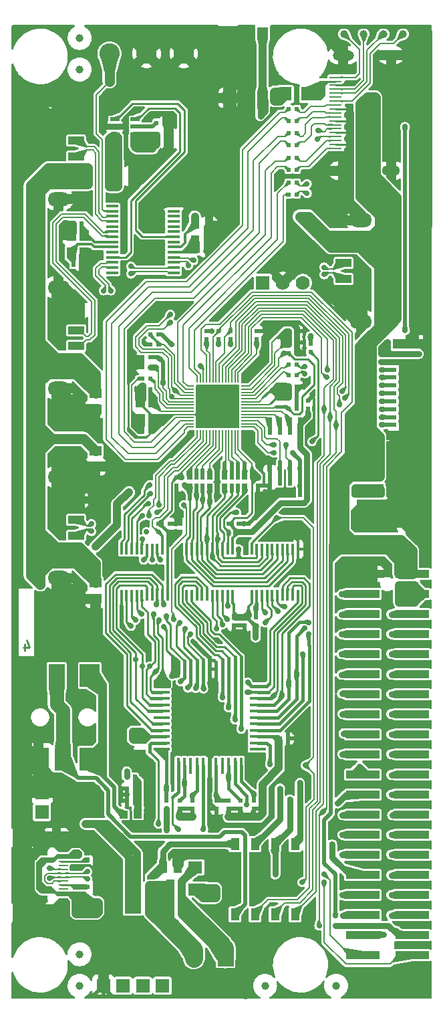
<source format=gbr>
%TF.GenerationSoftware,KiCad,Pcbnew,7.0.11-7.0.11~ubuntu22.04.1*%
%TF.CreationDate,2024-05-21T14:55:31+03:00*%
%TF.ProjectId,Neo6502PC-CPU_Rev_B,4e656f36-3530-4325-9043-2d4350555f52,B*%
%TF.SameCoordinates,PX365c040PY8f0d180*%
%TF.FileFunction,Copper,L4,Bot*%
%TF.FilePolarity,Positive*%
%FSLAX46Y46*%
G04 Gerber Fmt 4.6, Leading zero omitted, Abs format (unit mm)*
G04 Created by KiCad (PCBNEW 7.0.11-7.0.11~ubuntu22.04.1) date 2024-05-21 14:55:31*
%MOMM*%
%LPD*%
G01*
G04 APERTURE LIST*
%ADD10C,0.254000*%
%TA.AperFunction,NonConductor*%
%ADD11C,0.254000*%
%TD*%
%TA.AperFunction,SMDPad,CuDef*%
%ADD12R,0.500000X0.550000*%
%TD*%
%TA.AperFunction,SMDPad,CuDef*%
%ADD13R,0.550000X0.500000*%
%TD*%
%TA.AperFunction,ConnectorPad*%
%ADD14C,1.000000*%
%TD*%
%TA.AperFunction,SMDPad,CuDef*%
%ADD15C,1.000000*%
%TD*%
%TA.AperFunction,SMDPad,CuDef*%
%ADD16R,1.016000X1.016000*%
%TD*%
%TA.AperFunction,SMDPad,CuDef*%
%ADD17R,2.500000X3.000000*%
%TD*%
%TA.AperFunction,SMDPad,CuDef*%
%ADD18R,2.100000X3.000000*%
%TD*%
%TA.AperFunction,SMDPad,CuDef*%
%ADD19R,1.000000X1.400000*%
%TD*%
%TA.AperFunction,SMDPad,CuDef*%
%ADD20R,1.200000X1.400000*%
%TD*%
%TA.AperFunction,SMDPad,CuDef*%
%ADD21R,0.762000X1.016000*%
%TD*%
%TA.AperFunction,SMDPad,CuDef*%
%ADD22R,0.508000X1.016000*%
%TD*%
%TA.AperFunction,SMDPad,CuDef*%
%ADD23R,0.600000X2.200000*%
%TD*%
%TA.AperFunction,SMDPad,CuDef*%
%ADD24R,0.200000X0.875000*%
%TD*%
%TA.AperFunction,SMDPad,CuDef*%
%ADD25R,0.875000X0.200000*%
%TD*%
%TA.AperFunction,ComponentPad*%
%ADD26C,1.000000*%
%TD*%
%TA.AperFunction,ComponentPad*%
%ADD27C,1.800000*%
%TD*%
%TA.AperFunction,SMDPad,CuDef*%
%ADD28R,3.200000X3.200000*%
%TD*%
%TA.AperFunction,SMDPad,CuDef*%
%ADD29R,0.350000X1.400000*%
%TD*%
%TA.AperFunction,SMDPad,CuDef*%
%ADD30R,1.600000X1.800000*%
%TD*%
%TA.AperFunction,SMDPad,CuDef*%
%ADD31R,1.400000X1.500000*%
%TD*%
%TA.AperFunction,ComponentPad*%
%ADD32R,1.778000X1.778000*%
%TD*%
%TA.AperFunction,ComponentPad*%
%ADD33C,1.778000*%
%TD*%
%TA.AperFunction,SMDPad,CuDef*%
%ADD34R,1.778000X1.524000*%
%TD*%
%TA.AperFunction,ComponentPad*%
%ADD35O,2.700000X1.300000*%
%TD*%
%TA.AperFunction,ComponentPad*%
%ADD36O,2.300000X1.300000*%
%TD*%
%TA.AperFunction,SMDPad,CuDef*%
%ADD37R,1.600000X0.250000*%
%TD*%
%TA.AperFunction,ComponentPad*%
%ADD38R,2.000000X2.000000*%
%TD*%
%TA.AperFunction,ComponentPad*%
%ADD39C,2.000000*%
%TD*%
%TA.AperFunction,SMDPad,CuDef*%
%ADD40R,2.000000X0.400000*%
%TD*%
%TA.AperFunction,SMDPad,CuDef*%
%ADD41R,0.400000X2.000000*%
%TD*%
%TA.AperFunction,SMDPad,CuDef*%
%ADD42R,1.100000X1.500000*%
%TD*%
%TA.AperFunction,SMDPad,CuDef*%
%ADD43R,3.500000X1.500000*%
%TD*%
%TA.AperFunction,SMDPad,CuDef*%
%ADD44R,3.500000X1.000000*%
%TD*%
%TA.AperFunction,SMDPad,CuDef*%
%ADD45R,2.000000X1.000000*%
%TD*%
%TA.AperFunction,ComponentPad*%
%ADD46O,2.800000X1.800000*%
%TD*%
%TA.AperFunction,SMDPad,CuDef*%
%ADD47R,1.524000X1.270000*%
%TD*%
%TA.AperFunction,SMDPad,CuDef*%
%ADD48R,1.270000X1.524000*%
%TD*%
%TA.AperFunction,SMDPad,CuDef*%
%ADD49R,4.500000X1.200000*%
%TD*%
%TA.AperFunction,SMDPad,CuDef*%
%ADD50R,1.550000X0.500000*%
%TD*%
%TA.AperFunction,SMDPad,CuDef*%
%ADD51R,1.200000X0.550000*%
%TD*%
%TA.AperFunction,SMDPad,CuDef*%
%ADD52R,2.200000X1.100000*%
%TD*%
%TA.AperFunction,ComponentPad*%
%ADD53O,2.200000X1.200000*%
%TD*%
%TA.AperFunction,SMDPad,CuDef*%
%ADD54R,2.000000X1.100000*%
%TD*%
%TA.AperFunction,ComponentPad*%
%ADD55O,2.000000X1.300000*%
%TD*%
%TA.AperFunction,SMDPad,CuDef*%
%ADD56R,1.150000X0.300000*%
%TD*%
%TA.AperFunction,SMDPad,CuDef*%
%ADD57R,1.150000X0.250000*%
%TD*%
%TA.AperFunction,SMDPad,CuDef*%
%ADD58R,4.250000X1.000000*%
%TD*%
%TA.AperFunction,SMDPad,CuDef*%
%ADD59R,1.600000X0.325000*%
%TD*%
%TA.AperFunction,SMDPad,CuDef*%
%ADD60R,2.000000X1.700000*%
%TD*%
%TA.AperFunction,SMDPad,CuDef*%
%ADD61R,1.746000X1.192000*%
%TD*%
%TA.AperFunction,ComponentPad*%
%ADD62C,2.600000*%
%TD*%
%TA.AperFunction,ViaPad*%
%ADD63C,0.700000*%
%TD*%
%TA.AperFunction,ViaPad*%
%ADD64C,1.000000*%
%TD*%
%TA.AperFunction,Conductor*%
%ADD65C,1.016000*%
%TD*%
%TA.AperFunction,Conductor*%
%ADD66C,0.406400*%
%TD*%
%TA.AperFunction,Conductor*%
%ADD67C,0.304800*%
%TD*%
%TA.AperFunction,Conductor*%
%ADD68C,1.270000*%
%TD*%
%TA.AperFunction,Conductor*%
%ADD69C,0.762000*%
%TD*%
%TA.AperFunction,Conductor*%
%ADD70C,0.508000*%
%TD*%
%TA.AperFunction,Conductor*%
%ADD71C,0.200000*%
%TD*%
%TA.AperFunction,Conductor*%
%ADD72C,0.355600*%
%TD*%
%TA.AperFunction,Conductor*%
%ADD73C,0.254000*%
%TD*%
%TA.AperFunction,Conductor*%
%ADD74C,1.778000*%
%TD*%
%TA.AperFunction,Conductor*%
%ADD75C,2.286000*%
%TD*%
%TA.AperFunction,Conductor*%
%ADD76C,2.032000*%
%TD*%
G04 APERTURE END LIST*
D10*
D11*
X2029962Y45265299D02*
X2029962Y44418632D01*
X2332343Y45749108D02*
X2634724Y44841966D01*
X2634724Y44841966D02*
X1848533Y44841966D01*
D12*
X35390000Y33296260D03*
X34374000Y33296260D03*
D13*
X28151000Y83842260D03*
X28151000Y84858260D03*
X26627000Y83842260D03*
X26627000Y84858260D03*
D12*
X16008000Y26968000D03*
X14992000Y26968000D03*
X16008000Y28492000D03*
X14992000Y28492000D03*
D14*
X9000000Y122000000D03*
D15*
X9000000Y118000000D03*
D16*
X16389000Y23666000D03*
X14611000Y23666000D03*
D12*
X16008000Y25444001D03*
X14992000Y25444001D03*
D17*
X10300000Y41300000D03*
X3800000Y30700000D03*
D18*
X10000000Y30700000D03*
X6900000Y30700000D03*
X6100000Y41300000D03*
D13*
X17833001Y15743001D03*
X17833001Y14727001D03*
D19*
X19550040Y16977441D03*
X21452500Y16977441D03*
X20497460Y14767641D03*
D13*
X37930000Y76095260D03*
X37930000Y75079260D03*
D12*
X19007000Y83207260D03*
X17991000Y83207260D03*
D13*
X31580000Y66316260D03*
X31580000Y65300260D03*
X21292999Y66316260D03*
X21292999Y65300260D03*
D12*
X17991001Y80286260D03*
X16975001Y80286260D03*
D13*
X25103000Y83842260D03*
X25103000Y84858260D03*
X31453000Y83842260D03*
X31453000Y84858260D03*
D12*
X35517000Y76476260D03*
X36533000Y76476260D03*
X35517000Y77873260D03*
X36533000Y77873260D03*
X35517000Y84858260D03*
X36533000Y84858260D03*
X35517000Y83461261D03*
X36533000Y83461261D03*
X35517000Y82064259D03*
X36533000Y82064259D03*
X35517000Y75079261D03*
X36533000Y75079261D03*
X16975000Y72158261D03*
X17991000Y72158261D03*
X17991000Y77492260D03*
X16975000Y77492260D03*
D13*
X26373001Y25422260D03*
X26373001Y24406260D03*
X28531999Y47647260D03*
X28531999Y48663260D03*
X29929001Y47647260D03*
X29929001Y48663260D03*
X20404000Y60474260D03*
X20404000Y59458260D03*
X21801000Y60474260D03*
X21801000Y59458260D03*
X29167000Y60474260D03*
X29167000Y59458260D03*
X30437000Y60474260D03*
X30437000Y59458260D03*
D20*
X16683000Y73725259D03*
X18283000Y75925259D03*
X18283000Y73725259D03*
X16683000Y75925259D03*
D13*
X36914000Y63141260D03*
X36914000Y64157260D03*
D12*
X19007001Y84477260D03*
X17991001Y84477260D03*
X16975000Y78889259D03*
X17991000Y78889259D03*
X36533000Y80667260D03*
X35517000Y80667260D03*
X36533000Y79270260D03*
X35517000Y79270260D03*
D13*
X38250000Y82242000D03*
X38250000Y83258000D03*
X21674000Y25422260D03*
X21674000Y24406260D03*
X20023000Y25422260D03*
X20023000Y24406260D03*
X31072000Y25422260D03*
X31072000Y24406260D03*
X29421000Y25422260D03*
X29421000Y24406260D03*
X27897000Y59458260D03*
X27897000Y60474260D03*
X31326000Y48663260D03*
X31326000Y47647260D03*
D21*
X27389000Y66570260D03*
X27389000Y65046260D03*
D22*
X28278000Y66570260D03*
X28278000Y65046260D03*
X29040000Y66570260D03*
X29040000Y65046260D03*
D21*
X29929000Y66570260D03*
X29929000Y65046260D03*
X22944000Y66570260D03*
X22944000Y65046260D03*
D22*
X23833000Y66570260D03*
X23833000Y65046260D03*
X24595000Y66570260D03*
X24595000Y65046260D03*
D21*
X25484000Y66570260D03*
X25484000Y65046260D03*
D23*
X36914000Y66383260D03*
X35644000Y66383260D03*
X34374000Y66383260D03*
X33104000Y66383260D03*
X33104000Y72853260D03*
X34374000Y72853260D03*
X35644000Y72853260D03*
X36914000Y72853260D03*
D24*
X29095000Y71895760D03*
X28695000Y71895760D03*
X28295000Y71895760D03*
X27895000Y71895760D03*
X27495000Y71895760D03*
X27095000Y71895760D03*
X26695000Y71895760D03*
X26295000Y71895760D03*
X25895000Y71895760D03*
X25495000Y71895760D03*
X25095000Y71895760D03*
X24695000Y71895760D03*
X24295000Y71895760D03*
X23895000Y71895760D03*
D25*
X23057500Y72733260D03*
X23057500Y73133260D03*
X23057500Y73533260D03*
X23057500Y73933260D03*
X23057500Y74333260D03*
X23057500Y74733260D03*
X23057500Y75133260D03*
X23057500Y75533260D03*
X23057500Y75933260D03*
X23057500Y76333260D03*
X23057500Y76733260D03*
X23057500Y77133260D03*
X23057500Y77533260D03*
X23057500Y77933260D03*
D24*
X23895000Y78770760D03*
X24295000Y78770760D03*
X24695000Y78770760D03*
X25095000Y78770760D03*
X25495000Y78770760D03*
X25895000Y78770760D03*
X26295000Y78770760D03*
X26695000Y78770760D03*
X27095000Y78770760D03*
X27495000Y78770760D03*
X27895000Y78770760D03*
X28295000Y78770760D03*
X28695000Y78770760D03*
X29095000Y78770760D03*
D25*
X29932500Y77933260D03*
X29932500Y77533260D03*
X29932500Y77133260D03*
X29932500Y76733260D03*
X29932500Y76333260D03*
X29932500Y75933260D03*
X29932500Y75533260D03*
X29932500Y75133260D03*
X29932500Y74733260D03*
X29932500Y74333260D03*
X29932500Y73933260D03*
X29932500Y73533260D03*
X29932500Y73133260D03*
X29932500Y72733260D03*
D26*
X27695000Y74133260D03*
X27695000Y76533260D03*
D27*
X26495000Y75333260D03*
D28*
X26495000Y75333260D03*
D26*
X25295000Y76533260D03*
X25225000Y74133260D03*
D29*
X28408999Y51478260D03*
X27758999Y51478260D03*
X27108999Y51478260D03*
X26458999Y51478260D03*
X25808999Y51478260D03*
X25158999Y51478260D03*
X24508999Y51478260D03*
X23858999Y51478260D03*
X23208999Y51478260D03*
X22558999Y51478260D03*
X22558999Y57278260D03*
X23208999Y57278260D03*
X23858999Y57278260D03*
X24508999Y57278260D03*
X25158999Y57278260D03*
X25808999Y57278260D03*
X26458999Y57278260D03*
X27108999Y57278260D03*
X27758999Y57278260D03*
X28408999Y57278260D03*
X30814000Y57278260D03*
X31464000Y57278260D03*
X32114000Y57278260D03*
X32764000Y57278260D03*
X33414000Y57278260D03*
X34064000Y57278260D03*
X34714000Y57278260D03*
X35364000Y57278260D03*
X36014000Y57278260D03*
X36664000Y57278260D03*
X36664000Y51478260D03*
X36014000Y51478260D03*
X35364000Y51478260D03*
X34714000Y51478260D03*
X34064000Y51478260D03*
X33414000Y51478260D03*
X32764000Y51478260D03*
X32114000Y51478260D03*
X31464000Y51478260D03*
X30814000Y51478260D03*
D12*
X35484000Y113000000D03*
X36500000Y113000000D03*
X35484000Y108428000D03*
X36500000Y108428000D03*
X35484000Y106820000D03*
X36500000Y106820000D03*
X35484000Y105296000D03*
X36500000Y105296000D03*
D15*
X32500000Y2000000D03*
D14*
X41500000Y2000000D03*
D13*
X19007000Y59458260D03*
X19007000Y60474260D03*
D30*
X35100000Y114905000D03*
X37900000Y114905000D03*
D31*
X32200000Y114400000D03*
X32200000Y122600000D03*
X27800000Y114400000D03*
X27800000Y122600000D03*
D32*
X32210000Y91000000D03*
D33*
X34750000Y91000000D03*
X37290000Y91000000D03*
D34*
X23675000Y14219001D03*
X23675000Y17013001D03*
D35*
X42400000Y105200000D03*
D36*
X48450000Y105200000D03*
D35*
X42400000Y119800000D03*
D36*
X48450000Y119800000D03*
D37*
X41450000Y108000000D03*
X41450000Y108500000D03*
X41450000Y109000000D03*
X41450000Y109500000D03*
X41450000Y110000000D03*
X41450000Y110500000D03*
X41450000Y111000000D03*
X41450000Y111500000D03*
X41450000Y112000000D03*
X41450000Y112500000D03*
X41450000Y113000000D03*
X41450000Y113500000D03*
X41450000Y114000000D03*
X41450000Y114500000D03*
X41450000Y115000000D03*
X41450000Y115500000D03*
X41450000Y116000000D03*
X41450000Y116500000D03*
X41450000Y117000000D03*
D15*
X50000000Y122500000D03*
X45000000Y122500000D03*
X47500000Y122500000D03*
X42500000Y122500000D03*
D12*
X35484000Y103688000D03*
X36500000Y103688000D03*
X35484001Y102164000D03*
X36500001Y102164000D03*
X35484000Y109952000D03*
X36500000Y109952000D03*
X35484000Y111475999D03*
X36500000Y111475999D03*
X17991000Y81556260D03*
X16975000Y81556260D03*
D38*
X27500000Y5500000D03*
D39*
X23500000Y5500000D03*
D29*
X20154000Y51478260D03*
X19504000Y51478260D03*
X18854000Y51478260D03*
X18204000Y51478260D03*
X17554000Y51478260D03*
X16904000Y51478260D03*
X16254000Y51478260D03*
X15604000Y51478260D03*
X14954000Y51478260D03*
X14304000Y51478260D03*
X14304000Y57278260D03*
X14954000Y57278260D03*
X15604000Y57278260D03*
X16254000Y57278260D03*
X16904000Y57278260D03*
X17554000Y57278260D03*
X18204000Y57278260D03*
X18854000Y57278260D03*
X19504000Y57278260D03*
X20154000Y57278260D03*
D15*
X9000000Y6000000D03*
D40*
X19384000Y31963260D03*
X19384000Y32763260D03*
X19384000Y33563260D03*
X19384000Y34363260D03*
X19384000Y35163260D03*
X19384000Y35963260D03*
X19384000Y36763260D03*
X19384000Y37563260D03*
X19384000Y38363260D03*
X19384000Y39163260D03*
X19384000Y39963260D03*
D41*
X21484000Y42063260D03*
X22284000Y42063260D03*
X23084000Y42063260D03*
X23884000Y42063260D03*
X24684000Y42063260D03*
X25484000Y42063260D03*
X26284000Y42063260D03*
X27084000Y42063260D03*
X27884000Y42063260D03*
X28684000Y42063260D03*
X29484000Y42063260D03*
D40*
X31584000Y39963260D03*
X31584000Y39163260D03*
X31584000Y38363260D03*
X31584000Y37563260D03*
X31584000Y36763260D03*
X31584000Y35963260D03*
X31584000Y35163260D03*
X31584000Y34363260D03*
X31584000Y33563260D03*
X31584000Y32763260D03*
X31584000Y31963260D03*
D41*
X29484000Y29863260D03*
X28684000Y29863260D03*
X27884000Y29863260D03*
X27084000Y29863260D03*
X26284000Y29863260D03*
X25484000Y29863260D03*
X24684000Y29863260D03*
X23884000Y29863260D03*
X23084000Y29863260D03*
X22284000Y29863260D03*
X21484000Y29863260D03*
D19*
X22273002Y12060000D03*
X18473002Y12060000D03*
D14*
X9000000Y2000000D03*
D16*
X16848000Y33169260D03*
X16848000Y31391260D03*
D13*
X27897000Y24406260D03*
X27897000Y25422260D03*
D42*
X28690000Y19950000D03*
X31230000Y19950000D03*
X33770000Y19950000D03*
X36310000Y19950000D03*
X36310000Y11050000D03*
X33770000Y11050000D03*
X31230000Y11050000D03*
X28690000Y11050000D03*
D13*
X23325000Y25422260D03*
X23325000Y24406260D03*
D43*
X51500000Y69350000D03*
X51500000Y60650000D03*
D44*
X45800000Y67000000D03*
X45800000Y65000000D03*
X45800000Y63000000D03*
D45*
X8550000Y104500000D03*
X8550000Y107000000D03*
X8550000Y109000000D03*
X8550000Y111500000D03*
D46*
X6350000Y101600000D03*
X6350000Y114400000D03*
D47*
X11000000Y67734000D03*
X11000000Y69766000D03*
X11000000Y74984000D03*
X11000000Y77016000D03*
D48*
X18234000Y109250000D03*
X20266000Y109250000D03*
D12*
X23992000Y95000000D03*
X25008000Y95000000D03*
D48*
X15766000Y104500000D03*
X13734000Y104500000D03*
D45*
X42450000Y96000000D03*
X42450000Y93500000D03*
X42450000Y91500000D03*
X42450000Y89000000D03*
D46*
X44650000Y98900000D03*
X44650000Y86100000D03*
D16*
X23611000Y98350000D03*
X25389000Y98350000D03*
D32*
X4250000Y26500000D03*
X12000000Y2000000D03*
D12*
X11008000Y14500000D03*
X9992000Y14500000D03*
D45*
X8550000Y56500000D03*
X8550000Y59000000D03*
X8550000Y61000000D03*
X8550000Y63500000D03*
D46*
X6350000Y53600000D03*
X6350000Y66400000D03*
D12*
X9258000Y98500000D03*
X8242000Y98500000D03*
D32*
X4250000Y24000000D03*
D49*
X50875000Y83300000D03*
X50875000Y71700000D03*
D50*
X48400000Y82000000D03*
X48400000Y81000000D03*
X48400000Y80000000D03*
X48400000Y79000000D03*
X48400000Y78000000D03*
X48400000Y77000000D03*
X48400000Y76000000D03*
X48400000Y75000000D03*
X48400000Y74000000D03*
X48400000Y73000000D03*
D45*
X8550000Y80500000D03*
X8550000Y83000000D03*
X8550000Y85000000D03*
X8550000Y87500000D03*
D46*
X6350000Y77600000D03*
X6350000Y90400000D03*
D51*
X13449900Y109800000D03*
X13449900Y110750000D03*
X13449900Y111700000D03*
X16050100Y111700000D03*
X16050100Y110750000D03*
X16050100Y109800000D03*
D52*
X6030000Y11072400D03*
D53*
X6030000Y11680000D03*
X6030000Y20320000D03*
D52*
X6030000Y20927600D03*
D54*
X1850000Y11072400D03*
D55*
X1850000Y11680000D03*
X1850000Y20320000D03*
D54*
X1850000Y20927600D03*
D56*
X6932000Y12675000D03*
X6932000Y13475000D03*
D57*
X6932000Y14750000D03*
X6932000Y15750000D03*
X6932000Y16250000D03*
X6932000Y17250000D03*
D56*
X6932000Y18525000D03*
X6932000Y19325000D03*
X6932000Y19075000D03*
X6932000Y18275000D03*
D57*
X6932000Y17750000D03*
X6932000Y16750000D03*
X6932000Y15250000D03*
X6932000Y14250000D03*
D56*
X6932000Y13725000D03*
X6932000Y12925000D03*
D58*
X51125000Y54130000D03*
X44875000Y54130000D03*
X51125000Y51590000D03*
X44875000Y51590000D03*
X51125000Y49050000D03*
X44875000Y49050000D03*
X51125000Y46510000D03*
X44875000Y46510000D03*
X51125000Y43970000D03*
X44875000Y43970000D03*
X51125000Y41430000D03*
X44875000Y41430000D03*
X51125000Y38890000D03*
X44875000Y38890000D03*
X51125000Y36350000D03*
X44875000Y36350000D03*
X51125000Y33810000D03*
X44875000Y33810000D03*
X51125000Y31270000D03*
X44875000Y31270000D03*
X51125000Y28730000D03*
X44875000Y28730000D03*
X51125000Y26190000D03*
X44875000Y26190000D03*
X51125000Y23650000D03*
X44875000Y23650000D03*
X51125000Y21110000D03*
X44875000Y21110000D03*
X51125000Y18570000D03*
X44875000Y18570000D03*
X51125000Y16030000D03*
X44875000Y16030000D03*
X51125000Y13490000D03*
X44875000Y13490000D03*
X51125000Y10950000D03*
X44875000Y10950000D03*
X51125000Y8410000D03*
X44875000Y8410000D03*
X51125000Y5870000D03*
X44875000Y5870000D03*
D16*
X23611000Y96500000D03*
X25389000Y96500000D03*
D59*
X13100000Y92275000D03*
X13100000Y92925000D03*
X13100000Y93575000D03*
X13100000Y94225000D03*
X13100000Y94875000D03*
X13100000Y95525000D03*
X13100000Y96175000D03*
X13100000Y96825000D03*
X13100000Y97475000D03*
X13100000Y98125000D03*
X13100000Y98775000D03*
X13100000Y99425000D03*
X13100000Y100075000D03*
X13100000Y100725000D03*
X20900000Y100725000D03*
X20900000Y100075000D03*
X20900000Y99425000D03*
X20900000Y98775000D03*
X20900000Y98125000D03*
X20900000Y97475000D03*
X20900000Y96825000D03*
X20900000Y96175000D03*
X20900000Y95525000D03*
X20900000Y94875000D03*
X20900000Y94225000D03*
X20900000Y93575000D03*
X20900000Y92925000D03*
X20900000Y92275000D03*
D20*
X7950000Y94800000D03*
X9550000Y97000000D03*
X9550000Y94800000D03*
X7950000Y97000000D03*
D32*
X14500000Y2000000D03*
D12*
X8242000Y93250000D03*
X9258000Y93250000D03*
D32*
X17000000Y2000000D03*
X19500000Y2000000D03*
D60*
X15750000Y12000000D03*
D61*
X15623000Y12000000D03*
X10877000Y12000000D03*
D60*
X10750000Y12000000D03*
D62*
X22200000Y120000000D03*
X17500000Y120000000D03*
X12800000Y120000000D03*
D47*
X11000000Y50984000D03*
X11000000Y53016000D03*
D12*
X19758000Y111250000D03*
X18742000Y111250000D03*
X11008000Y18000000D03*
X9992000Y18000000D03*
D63*
X24214000Y77238260D03*
X24214000Y75333260D03*
X24214000Y73428260D03*
X28659000Y77238261D03*
X28659000Y75333260D03*
X28659000Y73428260D03*
X26500000Y73428260D03*
X22245500Y70888260D03*
X22817000Y71523260D03*
X30056001Y71777260D03*
X31834000Y69364260D03*
X33104000Y68094260D03*
X31834000Y68094260D03*
X32500000Y63731740D03*
X32500000Y62750000D03*
X33500000Y63750000D03*
X29929000Y63268260D03*
X29929000Y61998260D03*
X26500000Y64030260D03*
X26499999Y67840260D03*
X21674000Y54632260D03*
X21674000Y55648260D03*
X22690000Y54632260D03*
X16340000Y54886260D03*
X15324000Y54886260D03*
X19260999Y54251260D03*
X26500000Y77238260D03*
X17483000Y60474260D03*
X29929000Y58188260D03*
D64*
X41000000Y89000000D03*
D63*
X26627000Y45615260D03*
D64*
X6000000Y51750000D03*
X5750000Y10000000D03*
X52984000Y4250000D03*
X7000000Y112500000D03*
D63*
X28532000Y46885260D03*
D64*
X52984000Y102000000D03*
X14000000Y123000000D03*
X1000000Y38250000D03*
X49000000Y112500000D03*
D63*
X47200000Y81000000D03*
D64*
X1000000Y53750000D03*
X14500000Y90750000D03*
X17000000Y105750000D03*
X1000000Y1000000D03*
X8000000Y62500000D03*
X23500000Y34000000D03*
X22600000Y100700000D03*
X49000000Y118000000D03*
X33250000Y92750000D03*
X9500000Y27000000D03*
X1000000Y95750000D03*
X51500000Y123000000D03*
X8000000Y47250000D03*
X43000000Y88000000D03*
D63*
X17232256Y83337516D03*
D64*
X1000000Y32250000D03*
X30000000Y1000000D03*
X50000000Y30000000D03*
X44000000Y89000000D03*
X21500000Y35963260D03*
X20250000Y121750000D03*
X27750000Y107000000D03*
X8000000Y73000000D03*
X51500000Y91000000D03*
X10000000Y115500000D03*
X11000000Y49750000D03*
X50000000Y62000000D03*
X6000000Y74250000D03*
X24000000Y107000000D03*
X15705000Y30250000D03*
X6750000Y1000000D03*
X26000000Y110500000D03*
X7000000Y87500000D03*
X34000000Y14000000D03*
X52984000Y24925000D03*
X52984000Y62000000D03*
X50000000Y37625000D03*
X14750000Y110750000D03*
X52984000Y116750000D03*
D63*
X19896000Y73936260D03*
D64*
X50000000Y77500000D03*
X52984000Y1000000D03*
X39500000Y94250000D03*
X27750000Y117500000D03*
X24000000Y110500000D03*
X7000000Y123000000D03*
X46250000Y123000000D03*
X8000000Y50250000D03*
X42000000Y88000000D03*
X27750000Y103000000D03*
X28000000Y16000000D03*
X52984000Y37625000D03*
X6000000Y48750000D03*
X2500000Y112250000D03*
X2250000Y15750000D03*
D63*
X11700000Y14500000D03*
X50400000Y80200000D03*
D64*
X52984000Y122750000D03*
X33000000Y7000000D03*
X50000000Y4250000D03*
X8000000Y110500000D03*
X52984000Y59000000D03*
X2500000Y42750000D03*
X50000000Y74500000D03*
X50000000Y45250000D03*
X21500000Y4000000D03*
X52984000Y77500000D03*
X52984000Y14750000D03*
X3750000Y10000000D03*
X52984000Y68000000D03*
X44000000Y62000000D03*
X17000000Y104500000D03*
X44000000Y90000000D03*
X48500000Y60500000D03*
D63*
X51200000Y80200000D03*
D64*
X52984000Y92500000D03*
X10000000Y110500000D03*
X45500000Y62000000D03*
X16848000Y30248260D03*
X1000000Y9500000D03*
X50000000Y14750000D03*
X30500000Y123000000D03*
X48500000Y70600000D03*
X9000000Y88500000D03*
X25500000Y34000000D03*
X27750000Y110500000D03*
X2500000Y106250000D03*
X1000000Y113750000D03*
X3750000Y12750000D03*
X44250000Y55250000D03*
X36000000Y14000000D03*
X1000000Y74750000D03*
X17000000Y95000000D03*
X51500000Y115250000D03*
D63*
X10500000Y94750000D03*
D64*
X2500000Y27750000D03*
X3750000Y21750000D03*
X52984000Y80500000D03*
X24000000Y123000000D03*
D63*
X14230002Y25444000D03*
D64*
X18000000Y19000000D03*
X27500000Y2500000D03*
X1000000Y101750000D03*
X8000000Y69500000D03*
D63*
X16340000Y77492260D03*
D64*
X8000000Y112500000D03*
X1000000Y110750000D03*
X36000000Y9000000D03*
X14500000Y31500000D03*
X6000000Y45750000D03*
X8000000Y68250000D03*
X47000000Y60500000D03*
X7000000Y88500000D03*
X6000000Y73000000D03*
X27500000Y1000000D03*
X52984000Y110750000D03*
X51500000Y76000000D03*
X52984000Y70600000D03*
X42000000Y103500000D03*
X50000000Y17300000D03*
X1000000Y92750000D03*
D63*
X7600000Y98500000D03*
D64*
X11000000Y83000000D03*
X34500000Y1000000D03*
X52984000Y42700000D03*
X1000000Y56750000D03*
X40750000Y107000000D03*
X48500000Y62000000D03*
X50000000Y22375000D03*
X2500000Y12750000D03*
X51500000Y73000000D03*
X52984000Y113750000D03*
D63*
X33207578Y23392422D03*
X25900000Y95625000D03*
D64*
X28000000Y18000000D03*
X21500000Y2500000D03*
X1000000Y116750000D03*
X52984000Y27460000D03*
X30000000Y7000000D03*
X15750000Y105750000D03*
D63*
X29929000Y46885260D03*
D64*
X50000000Y7140000D03*
D63*
X7000000Y97900000D03*
D64*
X1000000Y104750000D03*
X33000000Y5000000D03*
X51500000Y66500000D03*
X3750000Y20500000D03*
D63*
X25900000Y97375000D03*
D64*
X1000000Y35250000D03*
X1000000Y59750000D03*
D63*
X52000000Y81000000D03*
D64*
X26000000Y109000000D03*
X50000000Y68000000D03*
X30000000Y5000000D03*
X44250000Y53000000D03*
X25500000Y32000000D03*
X1000000Y26250000D03*
X22000000Y105000000D03*
X20250000Y110500000D03*
X1000000Y89750000D03*
X6000000Y60500000D03*
X6000000Y75750000D03*
X10000000Y101600000D03*
X51500000Y85000000D03*
X20250000Y112000000D03*
X1000000Y80750000D03*
X52984000Y107750000D03*
D63*
X37168000Y77873260D03*
X14230000Y26968000D03*
D64*
X42000000Y107000000D03*
X43000000Y90000000D03*
X25250000Y121750000D03*
X41250000Y123000000D03*
X51500000Y121250000D03*
X10750000Y8750000D03*
D63*
X11000000Y15100000D03*
D64*
X7000000Y110500000D03*
X45000000Y89000000D03*
X30000000Y9000000D03*
X8000000Y75750000D03*
X40500000Y99500000D03*
X35567572Y31883010D03*
X7000000Y116750000D03*
X50000000Y35075000D03*
D63*
X19261000Y73301260D03*
D64*
X10500000Y90750000D03*
X51500000Y118250000D03*
X50000000Y42700000D03*
X52984000Y50325000D03*
X29000000Y123000000D03*
X50000000Y40150000D03*
X51500000Y63500000D03*
X1000000Y23250000D03*
D63*
X9900000Y93250000D03*
X10500000Y93900000D03*
D64*
X2500000Y18750000D03*
D63*
X43700000Y116300000D03*
D64*
X52984000Y65000000D03*
X25250000Y120000000D03*
D63*
X25500000Y25200000D03*
D64*
X23500000Y32000000D03*
X49000000Y107000000D03*
X52984000Y95250000D03*
D63*
X26700000Y98250000D03*
D64*
X5750000Y8750000D03*
X49000000Y109000000D03*
X21500000Y32000000D03*
X43250000Y107000000D03*
X7000000Y86500000D03*
X15705000Y31391260D03*
X27500000Y34000000D03*
X10000000Y112500000D03*
D63*
X25765901Y84916401D03*
D64*
X36000000Y92750000D03*
X52984000Y9680000D03*
X45000000Y90000000D03*
X9500000Y66500000D03*
X51500000Y94000000D03*
X2500000Y115250000D03*
X52984000Y47775000D03*
D63*
X27750000Y88000000D03*
D64*
X51500000Y59000000D03*
X41000000Y90000000D03*
X19000000Y123000000D03*
X38000000Y9000000D03*
X50000000Y65000000D03*
X12000000Y111750000D03*
X8000000Y44250000D03*
D63*
X18626000Y72666260D03*
D64*
X11000000Y25750000D03*
X25500000Y38000000D03*
X40500000Y101500000D03*
X29500000Y32000000D03*
X8000000Y120000000D03*
X26000000Y107000000D03*
D63*
X19700000Y100700000D03*
D64*
X43250000Y111095200D03*
X12000000Y4000000D03*
X50000000Y2500000D03*
X9000000Y62500000D03*
X4500000Y8750000D03*
X1000000Y29250000D03*
X20250000Y108000000D03*
X44000000Y2500000D03*
X7000000Y8750000D03*
X50000000Y32530000D03*
X10000000Y111500000D03*
X18000000Y100000000D03*
X14500000Y36000000D03*
D63*
X29929000Y46000000D03*
D64*
X21900000Y101400000D03*
X9000000Y112500000D03*
X18000000Y98000000D03*
X36000000Y97750000D03*
D63*
X29802001Y60474260D03*
D64*
X17000000Y6000000D03*
X1000000Y107750000D03*
X8000000Y74250000D03*
X50000000Y79000000D03*
X25500000Y35963260D03*
X21411001Y18600000D03*
X53000000Y79000000D03*
X9500000Y67750000D03*
X8000000Y64500000D03*
X32977000Y58950260D03*
X24500000Y2500000D03*
X50000000Y24925000D03*
X52984000Y105000000D03*
X1000000Y65750000D03*
X1000000Y77750000D03*
X1000000Y17250000D03*
D63*
X26700000Y97375000D03*
D64*
X50000000Y19850000D03*
X42000000Y99500000D03*
X45500000Y60500000D03*
D63*
X16213000Y80289986D03*
D64*
X28000000Y14000000D03*
X33000000Y9000000D03*
X1000000Y86750000D03*
X48750000Y123000000D03*
X52984000Y98250000D03*
D63*
X11000000Y18800000D03*
D64*
X1000000Y123000000D03*
X52984000Y119750000D03*
X52984000Y45250000D03*
X52984000Y12220000D03*
X23500000Y38000000D03*
X51500000Y103500000D03*
X2500000Y36750000D03*
X21500000Y123000000D03*
X9000000Y86500000D03*
X3750000Y19250000D03*
X50000000Y70600000D03*
X47000000Y62000000D03*
X2500000Y39750000D03*
X51500000Y109250000D03*
X6000000Y84500000D03*
X52984000Y35075000D03*
X32000000Y18000000D03*
D63*
X23643727Y45339800D03*
D64*
X51500000Y106250000D03*
D63*
X28532000Y46000000D03*
D64*
X52984000Y32530000D03*
D63*
X17000000Y78000000D03*
D64*
X52984000Y22375000D03*
D63*
X42900000Y116300000D03*
D64*
X42000000Y90000000D03*
D63*
X7000000Y97000000D03*
D64*
X51500000Y99750000D03*
X27500000Y32000000D03*
D63*
X26500000Y96500000D03*
D64*
X30000000Y2500000D03*
X2500000Y21750000D03*
X8000000Y86500000D03*
D63*
X11000000Y17200000D03*
D64*
X9000000Y110500000D03*
D63*
X21166000Y60474260D03*
D64*
X52984000Y56000000D03*
X32000000Y14000000D03*
X15250000Y121750000D03*
X9500000Y8750000D03*
X20000000Y117500000D03*
X27750000Y120000000D03*
X30500000Y120000000D03*
X51500000Y79000000D03*
X51500000Y88000000D03*
X8500000Y101600000D03*
X43250000Y108500000D03*
X8250000Y8750000D03*
X50000000Y47775000D03*
X34500000Y123000000D03*
X46250000Y55250000D03*
X47000000Y1000000D03*
X32850000Y84858260D03*
X11000000Y46750000D03*
X3750000Y11500000D03*
D63*
X30250000Y90500000D03*
D64*
X50000000Y27460000D03*
X24000000Y103000000D03*
X16000000Y117500000D03*
X21750000Y88000000D03*
X8000000Y4000000D03*
X1000000Y83750000D03*
D63*
X37106079Y82064254D03*
D64*
X44000000Y60500000D03*
X52984000Y19850000D03*
X12000000Y110750000D03*
D63*
X25100000Y97375000D03*
D64*
X6000000Y68750000D03*
X1000000Y8250000D03*
X52984000Y89500000D03*
X11000000Y24000000D03*
X17750000Y121750000D03*
X2500000Y8750000D03*
X52984000Y74500000D03*
X21500000Y34000000D03*
X23500000Y35963260D03*
X2500000Y33750000D03*
X24500000Y1000000D03*
X36000000Y95750000D03*
D63*
X52984000Y82000000D03*
D64*
X19250000Y88000000D03*
D63*
X50400000Y81000000D03*
D64*
X43750000Y123000000D03*
D63*
X52000000Y80200000D03*
X49600000Y81000000D03*
X51200000Y81000000D03*
D64*
X39500000Y1000000D03*
X9000000Y24000000D03*
X52984000Y86500000D03*
X34247000Y58950260D03*
X47000000Y2500000D03*
X24000000Y117500000D03*
X44000000Y88000000D03*
X20900000Y101400000D03*
X42250000Y55250000D03*
X52984000Y17300000D03*
X9500000Y73000000D03*
X7000000Y63500000D03*
X52984000Y30000000D03*
X21471956Y39359778D03*
X10500000Y120000000D03*
X1000000Y62750000D03*
X42000000Y101500000D03*
X11500000Y123000000D03*
X12000000Y6000000D03*
X48500000Y66500000D03*
X32000000Y16000000D03*
X50000000Y9680000D03*
X50000000Y12220000D03*
D63*
X11000000Y13800000D03*
D64*
X39500000Y123000000D03*
X52984000Y7140000D03*
X52984000Y40150000D03*
X7000000Y64500000D03*
X2500000Y109250000D03*
X41250000Y121250000D03*
X1000000Y41250000D03*
X8000000Y88500000D03*
X2500000Y24750000D03*
D63*
X38438000Y76603260D03*
X16213000Y81556260D03*
D64*
X44000000Y1000000D03*
X52984000Y52850000D03*
D63*
X14992000Y26205999D03*
D64*
X15750000Y103250000D03*
X51500000Y96750000D03*
X50000000Y1000000D03*
X26500000Y123000000D03*
X9500000Y74250000D03*
X45000000Y88000000D03*
X7000000Y111500000D03*
X1000000Y71750000D03*
X46250000Y53000000D03*
X11000000Y116750000D03*
X51500000Y112250000D03*
D63*
X25100000Y95625000D03*
D64*
X14450000Y33750000D03*
X1000000Y68750000D03*
X9000000Y64500000D03*
X22750000Y121750000D03*
X43250000Y110000000D03*
X30500000Y117500000D03*
X30500000Y121750000D03*
X7000000Y62500000D03*
X1000000Y98750000D03*
X42250000Y53000000D03*
X48500000Y63500000D03*
X1000000Y14250000D03*
X17991000Y30248260D03*
X52984000Y85000000D03*
X26000000Y105000000D03*
X26000000Y103000000D03*
D63*
X14435000Y47520260D03*
D64*
X49000000Y115500000D03*
X21500000Y38000000D03*
D63*
X29000000Y89250000D03*
D64*
X17000000Y9000000D03*
X16500000Y123000000D03*
D63*
X10000000Y16464300D03*
X23428310Y93828310D03*
X37550360Y80433060D03*
X22771690Y93171690D03*
X10000000Y15535700D03*
X5200000Y16899994D03*
X37550360Y79504460D03*
X5200000Y15600000D03*
X26627000Y83207260D03*
D64*
X50500000Y50500000D03*
X51500000Y52750000D03*
D63*
X31300000Y46900000D03*
X29250000Y48750000D03*
X21166000Y59458260D03*
X20023000Y21750000D03*
X47200000Y82800000D03*
X29802000Y59458260D03*
X30400000Y49088823D03*
X49600000Y82000000D03*
X30893742Y66316260D03*
X30893742Y67100000D03*
D64*
X26161001Y13250000D03*
D63*
X48000000Y83500000D03*
D64*
X49500000Y52750000D03*
X23325000Y23390260D03*
D63*
X34882000Y83200000D03*
X47200000Y82000000D03*
X35517000Y77174760D03*
X34800000Y77900000D03*
X31453000Y83207260D03*
D64*
X34262800Y31874200D03*
D63*
X52000000Y82000000D03*
X50400000Y82000000D03*
D64*
X15750000Y34185260D03*
X49500000Y50500000D03*
X25161001Y13250000D03*
D63*
X48000000Y82700000D03*
X37930000Y74444260D03*
X20023000Y23400000D03*
D64*
X51500000Y50500000D03*
X27897000Y23390260D03*
D63*
X51200000Y82000000D03*
X21929258Y66316260D03*
X25103000Y83207260D03*
D64*
X26161001Y14250000D03*
D63*
X34882000Y84200000D03*
X17500018Y59458260D03*
D64*
X25161001Y14250000D03*
D63*
X28135990Y83207260D03*
D64*
X21674000Y23390261D03*
D63*
X34800000Y76500000D03*
D64*
X30945000Y23390261D03*
D63*
X31300000Y46100000D03*
D64*
X50500000Y52750000D03*
X15750000Y33250000D03*
D63*
X20658001Y83207260D03*
D64*
X16848000Y34185260D03*
D63*
X18626001Y80286260D03*
D64*
X29421000Y23390260D03*
D63*
X19260994Y81302260D03*
X19591000Y78300000D03*
X34882000Y82064259D03*
X20500000Y86000000D03*
X21132537Y77382537D03*
X42200000Y51600000D03*
X20667682Y76611879D03*
X42200000Y49000000D03*
X20500000Y87000000D03*
X37816615Y103530000D03*
X39200000Y110308000D03*
X39099430Y109167511D03*
X37816615Y102322000D03*
D64*
X45449996Y112500000D03*
X17250000Y109000000D03*
X45449996Y113500000D03*
X36900000Y99400000D03*
D63*
X41400000Y10900000D03*
D64*
X46500000Y114499996D03*
X45449996Y114499996D03*
X17250000Y108000000D03*
X33750000Y115100000D03*
X18250000Y108000000D03*
X16250000Y109000000D03*
X23600000Y99400000D03*
X38000000Y99400000D03*
X33750000Y114100000D03*
X16250000Y108000000D03*
X46500000Y112500000D03*
X46500000Y113500000D03*
D63*
X38250000Y84250000D03*
X50250008Y85000000D03*
X31900000Y112100000D03*
X50250000Y110750010D03*
X19654818Y50240382D03*
X48500000Y49000000D03*
X18745197Y50250000D03*
X48500000Y46500000D03*
X42200000Y46500000D03*
X32542461Y49242461D03*
X38000000Y46500000D03*
X16135800Y43300000D03*
X48500000Y44000000D03*
X32500000Y48000000D03*
X42200000Y44000000D03*
X37300000Y44000000D03*
X34174681Y49448105D03*
X37500000Y47250000D03*
X42200000Y41400000D03*
X36500000Y41400000D03*
X48500000Y41400000D03*
X16975000Y42500000D03*
X35002099Y50018200D03*
X38000000Y48000000D03*
X42250000Y39000000D03*
X35500000Y40250000D03*
X48500000Y38900000D03*
X17905440Y42448966D03*
X34642000Y38749995D03*
X42300000Y36400000D03*
X48500000Y36400000D03*
X16848000Y49044260D03*
X18643891Y41767558D03*
X18372000Y49044259D03*
X33637198Y38750000D03*
X42440179Y33951116D03*
X16091249Y48324270D03*
X48500000Y33800000D03*
X19055154Y48324270D03*
X19515000Y41500000D03*
X30280831Y39163260D03*
X42300000Y31300000D03*
X19669387Y47448650D03*
X15493010Y47520260D03*
X48500000Y31300000D03*
X20700000Y41200000D03*
X30183000Y24914260D03*
X41400000Y9600000D03*
X39800000Y24000000D03*
X39345200Y9600000D03*
X29484007Y34484007D03*
X48500000Y10900000D03*
X48500000Y21100000D03*
X24700000Y39600000D03*
X23083579Y46510096D03*
X26375695Y47182740D03*
X48500000Y16000000D03*
X27884000Y37200000D03*
X44500004Y29750000D03*
X30300000Y40400000D03*
X42300000Y18600000D03*
X31100000Y26300000D03*
X27100000Y38500000D03*
X48500000Y18600000D03*
X21500000Y21800000D03*
X42350000Y10900000D03*
X42300000Y13500000D03*
X24684000Y21800000D03*
X48500000Y26200000D03*
X22725166Y39718200D03*
X21733829Y47986208D03*
X27706988Y48430871D03*
X41700000Y25100002D03*
X36900000Y27700000D03*
X22300000Y27700000D03*
X48608842Y23600000D03*
X23729535Y39688709D03*
X22336980Y47182568D03*
X27088478Y47732250D03*
X34400000Y27000000D03*
X20023000Y27000000D03*
X42299998Y23600000D03*
X35634996Y25600000D03*
X40000000Y16100000D03*
X26312917Y26000000D03*
X33800000Y16100000D03*
X17813200Y61541060D03*
X37607946Y29907946D03*
X37200000Y15100000D03*
X40000000Y15100000D03*
X33100000Y30000000D03*
X33993000Y61236259D03*
X23300004Y26100000D03*
X42300000Y21100000D03*
X27884000Y28400000D03*
X47500004Y8500000D03*
X28684000Y35700006D03*
X48500000Y13500000D03*
X41000000Y19900000D03*
X19000000Y22500000D03*
X27770001Y50060260D03*
X21800000Y40500000D03*
X48500000Y28700000D03*
X20000000Y48781582D03*
X38438000Y70888260D03*
X33612000Y69491260D03*
X35961502Y69491260D03*
X15000000Y29144001D03*
X24300000Y80500000D03*
X28878781Y61913270D03*
X18816500Y61934759D03*
X20900000Y48400000D03*
X22182000Y62887260D03*
X31326000Y49874610D03*
X19037365Y62884378D03*
X47250000Y78000000D03*
X42300000Y77300000D03*
X47250000Y77000000D03*
X42602882Y76403842D03*
X29167000Y57299260D03*
X19261000Y55902260D03*
X25131624Y58540124D03*
X16975000Y58527250D03*
X18245000Y55902260D03*
X26486010Y58522244D03*
X17102000Y55902260D03*
X25809001Y56227260D03*
X17927500Y64347760D03*
X23833000Y64030260D03*
X17683353Y63069488D03*
X24595000Y63522260D03*
X22269509Y65427260D03*
X17864000Y65427260D03*
D64*
X9000000Y105500000D03*
X12750000Y103250000D03*
X8000000Y105500000D03*
X10000000Y104500000D03*
X7000000Y104500000D03*
X13734000Y107750000D03*
X7000000Y105500000D03*
X12750000Y105750000D03*
X12750000Y106750000D03*
X7000000Y103500000D03*
X13734000Y103250000D03*
X12750000Y107750000D03*
X12750000Y108750000D03*
X13734000Y105750000D03*
X9000000Y103500000D03*
X13734000Y106750000D03*
X8000000Y103500000D03*
X13734000Y108750000D03*
X10000000Y105500000D03*
X10000000Y103500000D03*
D63*
X16915767Y61472968D03*
X25484000Y63268260D03*
X33612000Y70507260D03*
X35136000Y70507260D03*
X47250000Y76000000D03*
X41950014Y75600000D03*
X41500000Y73000000D03*
X47250000Y73000000D03*
X47250000Y74000000D03*
X40749997Y74000003D03*
X47250000Y75000000D03*
X40000000Y75000000D03*
X40370800Y80000000D03*
X47250000Y80000000D03*
X47250000Y79000000D03*
X40331000Y79000000D03*
X12964300Y90000000D03*
X10500000Y59535700D03*
X10500000Y60464300D03*
X12035700Y90000000D03*
X40000000Y92964300D03*
X15500000Y93064300D03*
X40000000Y92035700D03*
X15500000Y92135700D03*
D64*
X9750000Y22500000D03*
D63*
X44250000Y64200000D03*
X45750000Y64200000D03*
D64*
X11000000Y57600000D03*
D63*
X43800000Y65000000D03*
X46500000Y64200000D03*
D64*
X11000000Y22500000D03*
X15250000Y64500000D03*
D63*
X47250000Y64200000D03*
X45000000Y64200000D03*
D64*
X8600000Y13300000D03*
X8600000Y12250000D03*
X8600000Y18700000D03*
X8600000Y11250000D03*
D65*
X1000000Y116750000D02*
X1000000Y53750000D01*
D66*
X26050000Y31450000D02*
X26600000Y32000000D01*
D67*
X7612600Y8762600D02*
X7600000Y8750000D01*
D65*
X44875000Y54130000D02*
X45130000Y54130000D01*
D68*
X20266000Y109250000D02*
X20266000Y110484000D01*
D69*
X21511001Y18700000D02*
X21411001Y18600000D01*
D66*
X25484000Y29863260D02*
X25484000Y30916000D01*
D70*
X13115000Y635000D02*
X12000000Y635000D01*
D65*
X5750000Y27750000D02*
X7000000Y27750000D01*
D69*
X25100000Y98061002D02*
X25389000Y98350002D01*
D68*
X12000000Y7500000D02*
X12000000Y9200000D01*
D65*
X45000000Y88000000D02*
X45000000Y86450000D01*
D68*
X8000000Y73000000D02*
X8250000Y73000000D01*
X8550000Y111500000D02*
X7000000Y111500000D01*
X27800000Y122600000D02*
X27800000Y114400000D01*
D69*
X17000000Y76242259D02*
X16683000Y75925259D01*
D70*
X35390000Y33296260D02*
X35390000Y32060582D01*
D65*
X6350000Y101600000D02*
X9000000Y101600000D01*
X2000000Y14250000D02*
X1000000Y14250000D01*
X2500000Y30750000D02*
X1000000Y30750000D01*
X4000000Y112250000D02*
X5750000Y112250000D01*
D68*
X6000000Y64500000D02*
X6000000Y62500000D01*
X20266000Y109250000D02*
X20266000Y108016000D01*
D70*
X14357000Y26206000D02*
X14230002Y26333000D01*
D68*
X10000000Y27000000D02*
X10000000Y24000000D01*
X20266000Y108016000D02*
X20250000Y108000000D01*
D65*
X21500000Y1500000D02*
X21500000Y3800000D01*
X51500000Y121250000D02*
X52984000Y121250000D01*
X22500000Y1500000D02*
X24500000Y1500000D01*
X53089000Y62105000D02*
X53089000Y60721000D01*
X26500000Y121750000D02*
X26500000Y123000000D01*
D66*
X25900000Y40800000D02*
X25700000Y40800000D01*
D65*
X13700000Y9000000D02*
X12750000Y9950000D01*
X6350000Y114400000D02*
X5500000Y115250000D01*
D69*
X10500000Y93850000D02*
X9900000Y93250000D01*
D65*
X51350000Y60500000D02*
X49750000Y60500000D01*
D71*
X20769043Y74333217D02*
X20584345Y74333217D01*
D69*
X51200000Y80200000D02*
X50400000Y81000000D01*
D72*
X20900000Y100725000D02*
X22575000Y100725000D01*
D68*
X11000000Y24000000D02*
X9000000Y24000000D01*
D65*
X2500000Y21750000D02*
X1000000Y21750000D01*
D69*
X21111001Y18100000D02*
X21111001Y18800000D01*
D66*
X26284000Y39800000D02*
X25617000Y39133000D01*
D65*
X50000000Y12220000D02*
X52984000Y12220000D01*
D68*
X30000000Y3250000D02*
X30000000Y1016000D01*
X7000000Y88500000D02*
X7000000Y89750000D01*
D71*
X19149958Y74333218D02*
X18768959Y74333218D01*
D65*
X51400000Y69250000D02*
X51500000Y69350000D01*
X53089000Y84895000D02*
X52984000Y85000000D01*
D68*
X5730000Y20927600D02*
X8872400Y20927600D01*
X5730000Y11072400D02*
X1550000Y11072400D01*
D65*
X2250000Y17000000D02*
X2500000Y17250000D01*
D68*
X30000000Y3250000D02*
X30000000Y2500000D01*
D65*
X2500000Y14250000D02*
X2500000Y12750000D01*
D69*
X9258000Y93900000D02*
X9258000Y93250000D01*
X51200000Y81000000D02*
X51200000Y80200000D01*
D65*
X51500000Y89500000D02*
X52984000Y89500000D01*
D68*
X6000000Y77250000D02*
X6350000Y77600000D01*
X12750000Y18650000D02*
X10472400Y20927600D01*
D69*
X18626000Y72666260D02*
X19261000Y73301260D01*
D73*
X41450000Y113000000D02*
X42750000Y113000000D01*
D65*
X20900000Y101400000D02*
X21900000Y101400000D01*
D70*
X14823000Y106677000D02*
X15750000Y105750000D01*
X36533000Y75079260D02*
X36533000Y76476260D01*
D65*
X16846260Y30250000D02*
X16848000Y30248260D01*
D68*
X9000000Y27000000D02*
X8000000Y27000000D01*
D65*
X6350000Y114400000D02*
X5700000Y113750000D01*
X50000000Y17300000D02*
X52984000Y17300000D01*
D69*
X21111001Y18100000D02*
X21111001Y17318940D01*
D65*
X1000000Y30750000D02*
X1000000Y13500000D01*
D70*
X11008000Y14500000D02*
X11300000Y14500000D01*
D71*
X20915725Y74333217D02*
X20769043Y74333217D01*
D68*
X11000000Y67734000D02*
X9516000Y67734000D01*
X9000000Y64500000D02*
X9000000Y62500000D01*
D65*
X2500000Y18750000D02*
X3250000Y18750000D01*
X51500000Y96750000D02*
X52984000Y96750000D01*
D69*
X35937841Y85874260D02*
X33866000Y85874260D01*
X19896000Y73936260D02*
X19260999Y73936260D01*
D65*
X4250000Y30250000D02*
X4250000Y26500000D01*
X29000000Y121750000D02*
X29000000Y123000000D01*
X52984000Y59000000D02*
X51500000Y59000000D01*
D70*
X11300000Y14500000D02*
X11700000Y14500000D01*
D68*
X5730000Y20320000D02*
X4800000Y20320000D01*
D69*
X7950000Y97000000D02*
X7000000Y97000000D01*
D65*
X48500000Y66500000D02*
X52984000Y66500000D01*
X50000000Y4250000D02*
X52984000Y4250000D01*
D74*
X6350000Y45900002D02*
X8000001Y44250001D01*
D67*
X7475000Y19075000D02*
X8004800Y19604800D01*
D70*
X28532000Y46885260D02*
X28532000Y46000000D01*
D65*
X46250000Y55250000D02*
X45995000Y55250000D01*
D66*
X25617000Y39133000D02*
X25617000Y38117000D01*
D73*
X42800000Y116300000D02*
X42900002Y116300000D01*
D65*
X46250000Y54750000D02*
X42900000Y54750000D01*
X30500000Y121750000D02*
X15250000Y121750000D01*
X42900000Y54750000D02*
X42250000Y54100000D01*
D69*
X13449900Y110750000D02*
X12000000Y110750000D01*
D65*
X2500000Y20250000D02*
X1000000Y20250000D01*
X2500000Y12750000D02*
X2500000Y8750000D01*
X6250000Y26250000D02*
X2500000Y26250000D01*
D66*
X51096800Y123403200D02*
X50750000Y123403200D01*
D69*
X25100000Y97375000D02*
X26500000Y97375000D01*
D66*
X26284000Y39800000D02*
X25984000Y39500000D01*
D70*
X18283000Y73725259D02*
X18626000Y73382260D01*
D65*
X52250000Y79000000D02*
X52984000Y79000000D01*
D72*
X34247000Y58950260D02*
X36025000Y58950260D01*
D73*
X11000000Y83000000D02*
X11600000Y83600000D01*
D65*
X5730000Y11072400D02*
X6900000Y11072400D01*
D68*
X12750000Y11400000D02*
X12750000Y12800000D01*
D67*
X5730000Y11072400D02*
X6565200Y11072400D01*
D66*
X51500000Y123000000D02*
X51153200Y123000000D01*
D67*
X7337600Y9012400D02*
X7600000Y8750000D01*
D65*
X12050000Y14150000D02*
X12050000Y17750000D01*
D68*
X8550000Y111500000D02*
X10000000Y111500000D01*
D67*
X7800000Y20100000D02*
X9700000Y20100000D01*
D69*
X21452500Y16977441D02*
X21811001Y17335942D01*
D67*
X6632000Y12232000D02*
X6080000Y11680000D01*
D65*
X2500000Y32250000D02*
X1000000Y32250000D01*
X51500000Y73000000D02*
X51500000Y70600000D01*
X51500000Y98250000D02*
X52984000Y98250000D01*
D70*
X37929999Y76095260D02*
X38438000Y76603260D01*
D65*
X4000000Y113750000D02*
X1000000Y113750000D01*
X1000000Y13500000D02*
X1000000Y8250000D01*
D69*
X52000000Y81000000D02*
X52000000Y80200000D01*
D65*
X48500000Y62000000D02*
X52984000Y62000000D01*
X50000000Y37625000D02*
X52984000Y37625000D01*
X22800000Y2500000D02*
X22800000Y1000000D01*
D70*
X37168000Y77873260D02*
X36533000Y77238260D01*
D67*
X7375000Y12925000D02*
X6445000Y12925000D01*
D71*
X19372043Y74333217D02*
X19149958Y74333218D01*
D66*
X24950000Y31450000D02*
X24400000Y32000000D01*
D65*
X12000000Y6000000D02*
X20000000Y6000000D01*
D71*
X19403957Y74333217D02*
X19372043Y74301303D01*
D65*
X2250000Y15750000D02*
X2250000Y14500000D01*
D68*
X9500000Y65750000D02*
X9500000Y65000000D01*
D65*
X51500000Y79000000D02*
X51500000Y80200000D01*
D70*
X25765901Y84916401D02*
X25161141Y84916401D01*
D65*
X48500000Y63000000D02*
X52589000Y63000000D01*
D70*
X30000000Y1885000D02*
X30000000Y2500000D01*
D65*
X10250000Y26500000D02*
X11000000Y25750000D01*
D70*
X20250000Y110758000D02*
X20250000Y110500000D01*
D73*
X26627000Y45615260D02*
X26299145Y45615260D01*
D67*
X7612600Y12400000D02*
X7612600Y12687400D01*
X5965000Y20085000D02*
X5965000Y19700000D01*
D68*
X6350000Y114400000D02*
X8250000Y112500000D01*
D67*
X6932000Y19075000D02*
X6816157Y19190843D01*
X9900000Y19900000D02*
X11000000Y18800000D01*
D65*
X53089000Y56105000D02*
X52984000Y56000000D01*
X46250000Y55250000D02*
X42250000Y55250000D01*
D67*
X6632000Y19325000D02*
X6309800Y19647200D01*
D68*
X52984000Y104750000D02*
X52984000Y119750000D01*
D65*
X4500000Y8750000D02*
X5600000Y8750000D01*
X1500000Y8750000D02*
X1000000Y8250000D01*
X24500000Y38000000D02*
X24200000Y38000000D01*
D69*
X28500000Y99750000D02*
X28500000Y99375000D01*
D66*
X26284000Y42063260D02*
X26284000Y40984000D01*
D65*
X33000000Y7000000D02*
X30000000Y7000000D01*
X23500000Y38000000D02*
X23500000Y32000000D01*
X51500000Y119750000D02*
X52984000Y119750000D01*
D70*
X16975001Y80286260D02*
X16216726Y80286260D01*
D65*
X2500000Y35148446D02*
X2500000Y30750000D01*
D66*
X25484000Y41016000D02*
X25700000Y40800000D01*
D69*
X28500000Y99750000D02*
X28500000Y100250000D01*
D65*
X51500000Y85000000D02*
X52984000Y85000000D01*
X2500000Y36851554D02*
X2337200Y36688754D01*
D70*
X26900000Y22400000D02*
X32215156Y22400000D01*
D65*
X10000000Y115500000D02*
X8000000Y115500000D01*
X51450000Y71700000D02*
X51500000Y71750000D01*
X44000000Y61250000D02*
X52234000Y61250000D01*
D67*
X7337600Y12675000D02*
X7337600Y10300000D01*
X7612600Y12687400D02*
X7375000Y12925000D01*
D70*
X11300000Y18500000D02*
X11000000Y18800000D01*
D68*
X9500000Y67750000D02*
X9500000Y68000000D01*
D72*
X16683000Y75625260D02*
X16683000Y75925260D01*
D65*
X2500000Y17750000D02*
X2500000Y17250000D01*
X52984000Y80000000D02*
X52984000Y73000000D01*
X50000000Y1100000D02*
X49900000Y1000000D01*
X8750000Y26250000D02*
X9000000Y26000000D01*
X42250000Y53000000D02*
X42250000Y54100000D01*
X52984000Y85000000D02*
X52984000Y99750000D01*
D73*
X16267390Y71500000D02*
X15151000Y72616391D01*
D70*
X12000000Y2000000D02*
X12000000Y1750000D01*
D65*
X3750000Y8750000D02*
X1500000Y8750000D01*
X21300000Y4000000D02*
X22800000Y2500000D01*
D70*
X16721000Y77111260D02*
X16721000Y76095260D01*
D65*
X24000000Y107000000D02*
X27750000Y107000000D01*
X8000000Y115500000D02*
X7000000Y115500000D01*
X24600000Y1000000D02*
X27500000Y1000000D01*
X3750000Y12750000D02*
X2500000Y12750000D01*
D69*
X29000000Y123000000D02*
X28500000Y122500000D01*
D65*
X52734000Y79750000D02*
X52984000Y80000000D01*
D67*
X6900000Y19500000D02*
X7600000Y19500000D01*
D70*
X24135000Y635000D02*
X24500000Y1000000D01*
D66*
X25484000Y30884000D02*
X26050000Y31450000D01*
D71*
X20769043Y74333217D02*
X20546957Y74333217D01*
D65*
X2500000Y14000000D02*
X2500000Y14250000D01*
D68*
X6350000Y66400000D02*
X8000000Y68050000D01*
D65*
X10000000Y114500000D02*
X8000000Y114500000D01*
X25536740Y35963260D02*
X25500000Y35963260D01*
D68*
X9750000Y20050000D02*
X11000000Y18800000D01*
D65*
X24500000Y1500000D02*
X24500000Y1100000D01*
X6900000Y11072400D02*
X7257000Y11072400D01*
D70*
X18626000Y72666260D02*
X17991000Y72666260D01*
D67*
X38692000Y76349260D02*
X38692000Y74825260D01*
D65*
X30500000Y117500000D02*
X25250000Y117500000D01*
X46250000Y53000000D02*
X46250000Y53600000D01*
D69*
X9550000Y94800000D02*
X9600000Y94750000D01*
X9900000Y93250000D02*
X9258000Y93250000D01*
D65*
X30500000Y123000000D02*
X25250000Y123000000D01*
X27500000Y32000000D02*
X28500000Y33000000D01*
D68*
X9500000Y67750000D02*
X9500000Y65750000D01*
X10000000Y112500000D02*
X10000000Y111500000D01*
D70*
X31579999Y61617260D02*
X30437000Y60474260D01*
D73*
X25008000Y94308000D02*
X26700000Y96000000D01*
D68*
X12750000Y12800000D02*
X12750000Y16000000D01*
D65*
X47000000Y1000000D02*
X47000000Y2500000D01*
D68*
X28000000Y18000000D02*
X28000000Y14000000D01*
D67*
X7750000Y19650000D02*
X8000000Y19900000D01*
D68*
X9000000Y86500000D02*
X6000000Y86500000D01*
D67*
X7337600Y12675000D02*
X7612600Y12400000D01*
D65*
X14400000Y4000000D02*
X17000000Y4000000D01*
D68*
X6000000Y88500000D02*
X9000000Y88500000D01*
X7750000Y76200000D02*
X7350000Y76600000D01*
D65*
X1000000Y107750000D02*
X4000000Y107750000D01*
X30500000Y121750000D02*
X30500000Y123000000D01*
D69*
X25100000Y95092000D02*
X25100000Y95625000D01*
D70*
X12000000Y635000D02*
X12000000Y2000000D01*
D69*
X10500000Y94750000D02*
X10500000Y93900000D01*
D65*
X49250000Y65000000D02*
X52984000Y65000000D01*
D70*
X11700000Y17200000D02*
X11700000Y18100000D01*
D65*
X45130000Y54130000D02*
X46250000Y55250000D01*
X50000000Y79750000D02*
X50000000Y80500000D01*
X43250000Y106050000D02*
X43250000Y100300000D01*
D68*
X8000000Y68050000D02*
X8000000Y68250000D01*
D65*
X29500000Y32000000D02*
X28500000Y33000000D01*
X26150000Y35350000D02*
X25536740Y35963260D01*
X25250000Y117500000D02*
X16000000Y117500000D01*
D68*
X11000000Y50984000D02*
X11000000Y49750000D01*
D67*
X5730000Y20320000D02*
X5965000Y20085000D01*
D71*
X19149958Y74333218D02*
X19022958Y74333218D01*
D65*
X6200000Y26300000D02*
X6250000Y26250000D01*
D68*
X7000000Y64500000D02*
X7000000Y65750000D01*
D70*
X19758000Y110992000D02*
X20250000Y110500000D01*
D67*
X5745421Y11695421D02*
X5730000Y11680000D01*
D69*
X36533000Y82700000D02*
X36533000Y82064259D01*
D71*
X42300000Y116000000D02*
X42600000Y116300000D01*
D70*
X25495051Y43264111D02*
X25495051Y43488476D01*
D72*
X20900000Y100725000D02*
X19725000Y100725000D01*
D69*
X10500000Y93900000D02*
X9258000Y93900000D01*
D71*
X19404000Y74333260D02*
X19403957Y74333217D01*
D69*
X21811001Y18800000D02*
X21511001Y18800000D01*
D65*
X24000000Y110500000D02*
X27750000Y110500000D01*
D71*
X20546957Y74333217D02*
X20149999Y73936260D01*
D65*
X1000000Y110750000D02*
X4000000Y110750000D01*
X26500000Y97375000D02*
X26500000Y98250000D01*
D69*
X51200000Y80200000D02*
X51500000Y80200000D01*
D68*
X12000000Y2000000D02*
X12000000Y6000000D01*
D65*
X51500000Y71750000D02*
X51500000Y73000000D01*
D69*
X36533000Y82064259D02*
X37106074Y82064259D01*
D73*
X22400000Y91700000D02*
X17200000Y91700000D01*
D69*
X28500000Y99375000D02*
X26500000Y97375000D01*
D70*
X30067500Y1067500D02*
X30000000Y1000000D01*
D68*
X30000000Y9000000D02*
X36000000Y9000000D01*
X9000000Y27000000D02*
X9000000Y24000000D01*
D65*
X25250000Y120000000D02*
X30500000Y120000000D01*
X22800000Y1000000D02*
X24600000Y1000000D01*
X43250000Y108500000D02*
X43250000Y112500000D01*
X50000000Y62000000D02*
X50000000Y60750000D01*
X1000000Y9750000D02*
X2500000Y9750000D01*
X12750000Y12800000D02*
X12750000Y13450000D01*
X21300000Y4700000D02*
X21200000Y4600000D01*
X50000000Y47775000D02*
X52984000Y47775000D01*
D66*
X25700000Y40800000D02*
X25484000Y40800000D01*
D65*
X2500000Y38250000D02*
X1000000Y38250000D01*
D68*
X12750000Y11400000D02*
X12750000Y10771106D01*
X9766000Y66500000D02*
X11000000Y67734000D01*
D70*
X52984000Y99750000D02*
X53343000Y100109000D01*
D68*
X15750000Y105750000D02*
X17000000Y105750000D01*
D69*
X8242000Y98500000D02*
X8242000Y97900000D01*
X9900000Y91350000D02*
X9258000Y91992000D01*
D70*
X18118000Y72158261D02*
X18626000Y72666260D01*
D65*
X51500000Y116750000D02*
X52984000Y116750000D01*
D68*
X8000000Y51750000D02*
X8000000Y51950000D01*
D65*
X48500000Y68000000D02*
X48500000Y63000000D01*
D69*
X27300000Y18700000D02*
X28000000Y18000000D01*
D65*
X22800000Y2500000D02*
X24500000Y2500000D01*
X51500000Y85000000D02*
X51500000Y83925000D01*
D70*
X16523000Y80570000D02*
X16213000Y80880000D01*
D66*
X25484000Y39500000D02*
X25484000Y39000000D01*
D68*
X6000000Y88500000D02*
X6000000Y90050000D01*
D66*
X26050000Y31450000D02*
X24950000Y31450000D01*
D70*
X28532000Y47647260D02*
X28532000Y46885260D01*
X19758000Y111508000D02*
X20250000Y112000000D01*
D67*
X6632000Y19325000D02*
X6632000Y20320000D01*
D65*
X2500000Y23250000D02*
X1000000Y23250000D01*
D66*
X25484000Y39500000D02*
X25484000Y39284000D01*
D68*
X11550000Y8750000D02*
X12450000Y9650000D01*
D67*
X6080000Y11680000D02*
X5730000Y11680000D01*
D66*
X51153200Y123000000D02*
X50750000Y123403200D01*
D69*
X25175000Y95000000D02*
X25800000Y95625000D01*
D70*
X35390000Y32060582D02*
X35567572Y31883010D01*
D67*
X6932000Y19075000D02*
X6722200Y19075000D01*
D65*
X7000000Y110500000D02*
X6750000Y110500000D01*
D68*
X32000000Y18000000D02*
X32000000Y14000000D01*
X8966000Y74984000D02*
X8000000Y75950000D01*
D65*
X4500000Y8750000D02*
X3750000Y8750000D01*
D68*
X8000000Y51750000D02*
X8000000Y44050000D01*
D65*
X14500000Y9000000D02*
X13700000Y9000000D01*
D70*
X33104000Y66383260D02*
X33104000Y65300260D01*
D69*
X36533000Y84858260D02*
X36533000Y82700000D01*
D65*
X48500000Y63500000D02*
X50000000Y65000000D01*
X51500000Y94000000D02*
X52984000Y94000000D01*
X25984000Y35516000D02*
X26150000Y35350000D01*
D70*
X14992000Y26968000D02*
X14230000Y26968000D01*
X17991000Y72158260D02*
X18118000Y72158261D01*
D65*
X2500000Y41250000D02*
X1000000Y41250000D01*
D68*
X6900000Y10871106D02*
X6900000Y11072400D01*
X12750000Y10771106D02*
X11758894Y9780000D01*
X4800000Y20320000D02*
X1550000Y20320000D01*
D70*
X36533000Y76476260D02*
X36533000Y77238260D01*
X28532000Y46000000D02*
X29929000Y46000000D01*
D65*
X44000000Y2500000D02*
X44000000Y1000000D01*
X44000000Y61250000D02*
X44000000Y60500000D01*
X51500000Y85000000D02*
X51500000Y99750000D01*
D69*
X21452500Y16977441D02*
X21511001Y17035942D01*
X21511001Y18100000D02*
X21111001Y18100000D01*
D65*
X50000000Y42700000D02*
X52984000Y42700000D01*
X25984000Y38484000D02*
X25984000Y40316000D01*
D68*
X8000000Y68250000D02*
X8000000Y66500000D01*
D71*
X20915768Y74333259D02*
X20915725Y74333217D01*
D65*
X50000000Y24925000D02*
X52984000Y24925000D01*
D66*
X25484000Y29863260D02*
X25484000Y25216000D01*
D65*
X5750000Y115500000D02*
X5500000Y115250000D01*
X50000000Y35075000D02*
X52984000Y35075000D01*
D70*
X20635000Y635000D02*
X21500000Y1500000D01*
D65*
X52240079Y83300000D02*
X53089000Y82451079D01*
X52589000Y63000000D02*
X53089000Y62500000D01*
X49900000Y1000000D02*
X47000000Y1000000D01*
D68*
X8000000Y74250000D02*
X6000000Y74250000D01*
D69*
X50400000Y80200000D02*
X50050000Y80550000D01*
X9600000Y94750000D02*
X10500000Y94750000D01*
D70*
X12400000Y13800000D02*
X12750000Y13450000D01*
D65*
X5500000Y115250000D02*
X4000000Y115250000D01*
D73*
X41450000Y108500000D02*
X43250000Y108500000D01*
D65*
X7257000Y11072400D02*
X7257000Y12300000D01*
D69*
X9900000Y93250000D02*
X9900000Y91350000D01*
D72*
X36664000Y58311260D02*
X36664000Y57278260D01*
D65*
X22831734Y38000000D02*
X21471956Y39359778D01*
D73*
X25128800Y47486878D02*
X25128800Y47997359D01*
D65*
X4250000Y26500000D02*
X10250000Y26500000D01*
X3750000Y21750000D02*
X3750000Y19250000D01*
D70*
X16975001Y80570000D02*
X16523000Y80570000D01*
D73*
X14500000Y90750000D02*
X14500000Y89750000D01*
D68*
X20266000Y110484000D02*
X20250000Y110500000D01*
D70*
X16975001Y80794259D02*
X16975001Y80570000D01*
D68*
X6000000Y86500000D02*
X6000000Y88500000D01*
D69*
X51500000Y80200000D02*
X52000000Y80200000D01*
D65*
X53089000Y84895000D02*
X53089000Y99645000D01*
D67*
X4870843Y11680000D02*
X4400000Y11680000D01*
D71*
X18626001Y74190260D02*
X18499001Y74063260D01*
D68*
X27812500Y98687500D02*
X27800000Y98700000D01*
D71*
X19022958Y74333218D02*
X18626001Y73936260D01*
D65*
X52984000Y73000000D02*
X52984000Y70600000D01*
X50000000Y40150000D02*
X52984000Y40150000D01*
D66*
X26284000Y40984000D02*
X26100000Y40800000D01*
D65*
X44000000Y62000000D02*
X44000000Y61250000D01*
D68*
X6000000Y51750000D02*
X6000000Y46250002D01*
D65*
X24500000Y2500000D02*
X27500000Y2500000D01*
D69*
X36533000Y84858260D02*
X36533000Y85279101D01*
D70*
X16213000Y81556260D02*
X16975001Y80794259D01*
D65*
X4000000Y30750000D02*
X2500000Y30750000D01*
D68*
X10000000Y115750000D02*
X11000000Y116750000D01*
D70*
X32850000Y84858260D02*
X31453000Y84858260D01*
D73*
X25128808Y46785597D02*
X25128808Y47486870D01*
D68*
X10000000Y112500000D02*
X10000000Y113500000D01*
D66*
X25484000Y31984000D02*
X25500000Y32000000D01*
D68*
X8000000Y113500000D02*
X7100000Y114400000D01*
D65*
X44000000Y62000000D02*
X45000000Y63000000D01*
D66*
X51096800Y123403200D02*
X52330800Y123403200D01*
X25900000Y40800000D02*
X25900000Y40400000D01*
D69*
X25100000Y97375000D02*
X25100000Y98061002D01*
D67*
X7425000Y19325000D02*
X7625000Y19525000D01*
D72*
X14304000Y51478260D02*
X14304000Y47651260D01*
D68*
X6000000Y75000000D02*
X8718000Y75000000D01*
D67*
X6722200Y19075000D02*
X6150000Y19647200D01*
D70*
X14750000Y110750000D02*
X14823000Y110677000D01*
D68*
X6000000Y86500000D02*
X6000000Y84500000D01*
X6000000Y62500000D02*
X9000000Y62500000D01*
D66*
X26284000Y40800000D02*
X26100000Y40800000D01*
D70*
X20500000Y635000D02*
X23750000Y635000D01*
D73*
X41450000Y110000000D02*
X43250000Y110000000D01*
X35390000Y33296260D02*
X35390000Y33423260D01*
D69*
X51200000Y80200000D02*
X50400000Y80200000D01*
X9900000Y91350000D02*
X10500000Y90750000D01*
D72*
X22575000Y100725000D02*
X22600000Y100700000D01*
D65*
X52984000Y122750000D02*
X52734000Y123000000D01*
X7000000Y27750000D02*
X7000000Y26000000D01*
X50000000Y79000000D02*
X50000000Y79750000D01*
D69*
X25008000Y95000000D02*
X25100000Y95092000D01*
D68*
X15766000Y104500000D02*
X17000000Y104500000D01*
D65*
X6200000Y27750000D02*
X6200000Y26300000D01*
X5750000Y110750000D02*
X6000000Y110500000D01*
D67*
X6632000Y20320000D02*
X5730000Y20320000D01*
D65*
X51500000Y83925000D02*
X50875000Y83300000D01*
D70*
X32215156Y22400000D02*
X33207578Y23392422D01*
D67*
X5170843Y20320000D02*
X4800000Y20320000D01*
D68*
X7000000Y112500000D02*
X7000000Y113750000D01*
D70*
X28532000Y46885260D02*
X29929000Y46885260D01*
D65*
X2500000Y33750000D02*
X1000000Y33750000D01*
X42000000Y88000000D02*
X45000000Y88000000D01*
D68*
X7000000Y112500000D02*
X8500000Y112500000D01*
D67*
X7118800Y10218800D02*
X7337600Y10000000D01*
D72*
X18283000Y74025259D02*
X16683000Y75625260D01*
D65*
X45000000Y90000000D02*
X41000000Y90000000D01*
X28500000Y33000000D02*
X27500000Y34000000D01*
D69*
X22548999Y18700000D02*
X27300000Y18700000D01*
D65*
X2250000Y14500000D02*
X2500000Y14250000D01*
X12050000Y14150000D02*
X11700000Y14500000D01*
D68*
X6000000Y75750000D02*
X6000000Y75000000D01*
D65*
X53089000Y62105000D02*
X52984000Y62000000D01*
D68*
X12450000Y9650000D02*
X12750000Y9950000D01*
D70*
X17991000Y72666260D02*
X17991000Y73433260D01*
D72*
X19725000Y100725000D02*
X19700000Y100700000D01*
D66*
X26284000Y42063260D02*
X26283999Y43011860D01*
D68*
X12000000Y9200000D02*
X12450000Y9650000D01*
X10000000Y113500000D02*
X10000000Y115750000D01*
D65*
X53089000Y62500000D02*
X53089000Y62105000D01*
D66*
X25483999Y42063260D02*
X25484000Y43253060D01*
D65*
X20000000Y4600000D02*
X20000000Y4000000D01*
X49750000Y60500000D02*
X48500000Y60500000D01*
D67*
X5350000Y19647200D02*
X4947200Y19647200D01*
D65*
X16848000Y31391260D02*
X16848000Y30248260D01*
D68*
X7991106Y9780000D02*
X6900000Y10871106D01*
D69*
X51200000Y81000000D02*
X52000000Y81000000D01*
D65*
X3750000Y19250000D02*
X2500000Y18000000D01*
D68*
X17000000Y104500000D02*
X15750000Y103250000D01*
D70*
X11000000Y17200000D02*
X11000000Y15100000D01*
D65*
X48500000Y69250000D02*
X51400000Y69250000D01*
X53089000Y70750000D02*
X53089000Y62500000D01*
X5750000Y10000000D02*
X3750000Y10000000D01*
D72*
X20900000Y100725000D02*
X20900000Y101400000D01*
D66*
X25900000Y40400000D02*
X25900000Y39916000D01*
D69*
X50400000Y80200000D02*
X50400000Y81000000D01*
D66*
X25484000Y38016000D02*
X25500000Y38000000D01*
D73*
X25008000Y94308000D02*
X22400000Y91700000D01*
D65*
X42280000Y54130000D02*
X42250000Y54100000D01*
D66*
X25484000Y29863260D02*
X25484000Y30884000D01*
D68*
X20250000Y110500000D02*
X20250000Y112000000D01*
X8000000Y88750000D02*
X6350000Y90400000D01*
D65*
X14400000Y8900000D02*
X14500000Y9000000D01*
D68*
X12000000Y6000000D02*
X12000000Y7500000D01*
D66*
X26283999Y43011860D02*
X26031749Y43264110D01*
D73*
X42500000Y116000000D02*
X43400000Y116000000D01*
D70*
X16975000Y76217260D02*
X16683000Y75925260D01*
D68*
X12750000Y16000000D02*
X12750000Y18650000D01*
D67*
X7612600Y9537400D02*
X8400000Y8750000D01*
D70*
X30817500Y1067500D02*
X30000000Y1885000D01*
D68*
X8734000Y74984000D02*
X8000000Y74250000D01*
D65*
X14400000Y4000000D02*
X14400000Y8900000D01*
X53089000Y70750000D02*
X53089000Y70705000D01*
X3750000Y12750000D02*
X2500000Y14000000D01*
D69*
X36533000Y85279101D02*
X35937841Y85874260D01*
D65*
X50000000Y60750000D02*
X49750000Y60500000D01*
X7000000Y116750000D02*
X7000000Y115500000D01*
X52984000Y1000000D02*
X49900000Y1000000D01*
X50000000Y45250000D02*
X52984000Y45250000D01*
D70*
X21293000Y65300260D02*
X21292999Y60601260D01*
D65*
X4572400Y20927600D02*
X5730000Y20927600D01*
D70*
X33104000Y65300260D02*
X32342000Y65300260D01*
D65*
X5750000Y10000000D02*
X7337600Y10000000D01*
D68*
X10472400Y20927600D02*
X8872400Y20927600D01*
D65*
X48200000Y2500000D02*
X47000000Y2500000D01*
D71*
X19372043Y74333217D02*
X19372043Y74301303D01*
D65*
X6000000Y61500000D02*
X7000000Y62500000D01*
X51500000Y110750000D02*
X52984000Y110750000D01*
D70*
X23750000Y635000D02*
X24135000Y635000D01*
D72*
X36025000Y58950260D02*
X36664000Y58311260D01*
D67*
X7612600Y12400000D02*
X7612600Y9700000D01*
D65*
X52984000Y2500000D02*
X52984000Y1000000D01*
D73*
X18626000Y72630261D02*
X17495739Y71500000D01*
D65*
X48500000Y63000000D02*
X48500000Y60500000D01*
X8000000Y115500000D02*
X8000000Y113500000D01*
D73*
X42845200Y111500000D02*
X43250000Y111095200D01*
D65*
X1000000Y112250000D02*
X4000000Y112250000D01*
D74*
X6350000Y53600000D02*
X6350000Y45900002D01*
D68*
X7350000Y76600000D02*
X6350000Y77600000D01*
D65*
X3750000Y19250000D02*
X4800000Y20300000D01*
X2250000Y15750000D02*
X1000000Y15750000D01*
X45800000Y63000000D02*
X48500000Y63000000D01*
D70*
X14992000Y26968000D02*
X14992000Y26205999D01*
D67*
X7600000Y19500000D02*
X7625000Y19525000D01*
D65*
X51500000Y86500000D02*
X52984000Y86500000D01*
D66*
X25484000Y30916000D02*
X24950000Y31450000D01*
D65*
X3750000Y10000000D02*
X1250000Y10000000D01*
X42450000Y89000000D02*
X44000000Y89000000D01*
D73*
X25008000Y95000000D02*
X25008000Y94308000D01*
D68*
X9500000Y73000000D02*
X11000000Y74500000D01*
D70*
X26373001Y22926999D02*
X26900000Y22400000D01*
D67*
X5730000Y19700000D02*
X5730000Y20320000D01*
D69*
X16340000Y77492260D02*
X16340000Y76268259D01*
D68*
X10859922Y27000000D02*
X9000000Y27000000D01*
D67*
X6632000Y19325000D02*
X7425000Y19325000D01*
D65*
X3750000Y12750000D02*
X3750000Y8750000D01*
D67*
X7612600Y9700000D02*
X7612600Y8762600D01*
D69*
X17000000Y77517260D02*
X17000000Y78000000D01*
D65*
X27500000Y34000000D02*
X26500000Y35000000D01*
X3250000Y18750000D02*
X3750000Y19250000D01*
D68*
X9500000Y67750000D02*
X8500000Y67750000D01*
D70*
X11700000Y18100000D02*
X11000000Y18800000D01*
D68*
X17000000Y104750000D02*
X17000000Y104500000D01*
X7250000Y27750000D02*
X2500000Y27750000D01*
D70*
X16975000Y81556260D02*
X16213000Y81556260D01*
D69*
X8242000Y97292000D02*
X8242000Y97900000D01*
X21511001Y17035942D02*
X21511001Y18100000D01*
D68*
X6000000Y114050000D02*
X6350000Y114400000D01*
D65*
X2500000Y39750000D02*
X1000000Y39750000D01*
X17000000Y9000000D02*
X20000000Y6000000D01*
X52984000Y70600000D02*
X52984000Y62000000D01*
D68*
X8500000Y67750000D02*
X8000000Y68250000D01*
D65*
X42250000Y53000000D02*
X42850000Y53600000D01*
X12000000Y111750000D02*
X12000000Y110750000D01*
D69*
X26500000Y96325000D02*
X26500000Y96500000D01*
D65*
X26500000Y35000000D02*
X26150000Y35350000D01*
D66*
X50750000Y123403200D02*
X34903200Y123403200D01*
D65*
X50750000Y79000000D02*
X52250000Y79000000D01*
D68*
X12750000Y16000000D02*
X12750000Y17050000D01*
D66*
X26284000Y42063260D02*
X26284000Y41000000D01*
D65*
X21500000Y2500000D02*
X22500000Y1500000D01*
X6350000Y66400000D02*
X6350000Y67850000D01*
X48500000Y70600000D02*
X49600000Y71700000D01*
D67*
X9700000Y20100000D02*
X9750000Y20050000D01*
D66*
X25617000Y39133000D02*
X24500000Y38016000D01*
D65*
X51500000Y107750000D02*
X52984000Y107750000D01*
D68*
X30000000Y4400000D02*
X30000000Y3800000D01*
X6000000Y66750000D02*
X6000000Y68750000D01*
D65*
X21500000Y1000000D02*
X22800000Y1000000D01*
X2337200Y36688754D02*
X2337200Y35311246D01*
D66*
X52330800Y123403200D02*
X52984000Y122750000D01*
D71*
X19372086Y74333259D02*
X19372043Y74333217D01*
D65*
X27500000Y1000000D02*
X27500000Y2500000D01*
X53089000Y82451079D02*
X53089000Y84895000D01*
X17000000Y4000000D02*
X20000000Y4000000D01*
X50750000Y79000000D02*
X50750000Y71350000D01*
D68*
X6000000Y73000000D02*
X6750000Y73000000D01*
D65*
X50875000Y83300000D02*
X52240079Y83300000D01*
X53089000Y70705000D02*
X52984000Y70600000D01*
D68*
X6000000Y68750000D02*
X6750000Y69500000D01*
D70*
X16975000Y77492260D02*
X16975000Y76217260D01*
D67*
X6150000Y19647200D02*
X5350000Y19647200D01*
D65*
X25250000Y120000000D02*
X25250000Y117500000D01*
D68*
X9750000Y74984000D02*
X8734000Y74984000D01*
D65*
X42000000Y88000000D02*
X43900000Y86100000D01*
X27750000Y103000000D02*
X24000000Y103000000D01*
X46250000Y53600000D02*
X46250000Y55250000D01*
X25489002Y98250000D02*
X25389000Y98350002D01*
X7000000Y26250000D02*
X6250000Y26250000D01*
X53089000Y80605000D02*
X52984000Y80500000D01*
X26000000Y110500000D02*
X26000000Y103000000D01*
D73*
X26299145Y45615260D02*
X25128808Y46785597D01*
D69*
X25800000Y95625000D02*
X25800000Y97375000D01*
D68*
X8400000Y8750000D02*
X11550000Y8750000D01*
X7350000Y52600000D02*
X7350000Y44900000D01*
D65*
X20400000Y101400000D02*
X19945500Y100945500D01*
X53089000Y81250000D02*
X53089000Y73750000D01*
D69*
X28500000Y122500000D02*
X28500000Y100250000D01*
D68*
X8500000Y112500000D02*
X10000000Y112500000D01*
D65*
X2337200Y35311246D02*
X2500000Y35148446D01*
X2500000Y106250000D02*
X1000000Y104750000D01*
X45000000Y88000000D02*
X45000000Y90000000D01*
X7000000Y26000000D02*
X8000000Y25000000D01*
D67*
X6900000Y20320000D02*
X7580000Y20320000D01*
D68*
X8000000Y66500000D02*
X8000000Y64750000D01*
D65*
X21300000Y4700000D02*
X23500000Y2500000D01*
X24500000Y1500000D02*
X30000000Y1500000D01*
X50000000Y9680000D02*
X52984000Y9680000D01*
D67*
X7800000Y19700000D02*
X7750000Y19650000D01*
D65*
X50000000Y79000000D02*
X50000000Y70600000D01*
D70*
X16213000Y80880000D02*
X16213000Y80289986D01*
D65*
X51500000Y104750000D02*
X51500000Y123000000D01*
D70*
X26373001Y24406260D02*
X26373001Y22926999D01*
D69*
X21111001Y17318940D02*
X21452500Y16977441D01*
D65*
X25984000Y38484000D02*
X25984000Y39500000D01*
D68*
X6000000Y62500000D02*
X6000000Y60500000D01*
D65*
X45000000Y63000000D02*
X45800000Y63000000D01*
X44000000Y88000000D02*
X44000000Y86750000D01*
D67*
X6445000Y12925000D02*
X5200000Y11680000D01*
D65*
X21900000Y101400000D02*
X22600000Y100700000D01*
D68*
X9500000Y66500000D02*
X9766000Y66500000D01*
D71*
X23057500Y74333260D02*
X20915768Y74333259D01*
D68*
X9500000Y65000000D02*
X9000000Y64500000D01*
D67*
X7337600Y10000000D02*
X7337600Y9012400D01*
D65*
X33000000Y9000000D02*
X33000000Y5000000D01*
D73*
X42750000Y113000000D02*
X43250000Y112500000D01*
D71*
X42600000Y116300000D02*
X42900000Y116300000D01*
D65*
X25250000Y123000000D02*
X11500000Y123000000D01*
D68*
X9500000Y68000000D02*
X8000000Y69500000D01*
D70*
X30437000Y60474260D02*
X29802001Y60474260D01*
D69*
X8242000Y98500000D02*
X7600000Y98500000D01*
D65*
X41250000Y120950000D02*
X42400000Y119800000D01*
D67*
X6415843Y19075000D02*
X6300000Y19190843D01*
D65*
X50000000Y7140000D02*
X52984000Y7140000D01*
X53089000Y81250000D02*
X53089000Y80605000D01*
D67*
X32342000Y66858000D02*
X31834000Y67366000D01*
X6300000Y19190843D02*
X5170843Y20320000D01*
X6900000Y20000000D02*
X7000000Y20100000D01*
D65*
X15705000Y30250000D02*
X15706740Y30250000D01*
D67*
X7800000Y20100000D02*
X7800000Y19700000D01*
X9913895Y18800000D02*
X11000000Y18800000D01*
D65*
X51500000Y106250000D02*
X51500000Y99750000D01*
D69*
X1000000Y53750000D02*
X800000Y53550000D01*
D65*
X3750000Y21750000D02*
X4572400Y20927600D01*
D68*
X11000000Y74500000D02*
X11000000Y74984000D01*
D73*
X17495739Y71500000D02*
X16267390Y71500000D01*
D67*
X6900000Y20320000D02*
X5730000Y20320000D01*
D65*
X23500000Y38000000D02*
X22831734Y38000000D01*
D70*
X14992000Y26205999D02*
X14357000Y26206000D01*
D69*
X52000000Y80200000D02*
X52784000Y80200000D01*
D65*
X51500000Y60650000D02*
X51500000Y62000000D01*
X12000000Y4000000D02*
X14400000Y4000000D01*
X20000000Y6000000D02*
X20000000Y4600000D01*
X42850000Y53600000D02*
X46250000Y53600000D01*
D70*
X11700000Y14500000D02*
X11000000Y13800000D01*
X13115000Y635000D02*
X20500000Y635000D01*
D65*
X51500000Y91000000D02*
X52984000Y91000000D01*
D67*
X7337600Y10300000D02*
X7337600Y10000000D01*
D66*
X25484000Y43253060D02*
X25495051Y43264111D01*
D65*
X4800000Y20300000D02*
X4800000Y20320000D01*
X51500000Y59000000D02*
X50000000Y60500000D01*
D73*
X16250000Y90750000D02*
X14500000Y90750000D01*
D67*
X5965000Y19700000D02*
X5965000Y19525842D01*
D69*
X25900000Y95625000D02*
X28500000Y98225000D01*
D67*
X8400000Y8937600D02*
X8400000Y8750000D01*
D65*
X11000000Y9000000D02*
X10750000Y8750000D01*
D67*
X5350000Y19647200D02*
X5216357Y19647200D01*
D70*
X29929000Y46885260D02*
X29929000Y46000000D01*
D65*
X43000000Y87750000D02*
X44650000Y86100000D01*
D66*
X25484000Y39284000D02*
X24200000Y38000000D01*
D68*
X18000000Y105750000D02*
X17000000Y104750000D01*
D70*
X16213000Y80880000D02*
X16213000Y81556260D01*
D65*
X24400000Y32000000D02*
X26600000Y32000000D01*
D71*
X20584345Y74333217D02*
X20584302Y74333260D01*
D69*
X16848000Y31391260D02*
X17991000Y30248260D01*
D71*
X23057500Y74333260D02*
X25500000Y74333260D01*
D66*
X25484000Y42063260D02*
X25484000Y41000000D01*
D65*
X4000000Y107750000D02*
X6750000Y110500000D01*
X4000000Y30750000D02*
X2500000Y32250000D01*
X2500000Y24750000D02*
X1000000Y24750000D01*
D68*
X7100000Y66400000D02*
X6350000Y66400000D01*
D71*
X18283000Y73847259D02*
X18626001Y74190260D01*
D65*
X15705000Y31391260D02*
X15705000Y30250000D01*
X26500000Y96500000D02*
X26500000Y97375000D01*
X51500000Y95250000D02*
X52984000Y95250000D01*
D70*
X14992000Y25444000D02*
X14992000Y26205999D01*
D66*
X25617000Y38117000D02*
X25500000Y38000000D01*
D65*
X52768000Y83300000D02*
X52984000Y83516000D01*
D66*
X26284000Y41000000D02*
X26284000Y39800000D01*
D67*
X4819157Y19250000D02*
X3750000Y19250000D01*
D68*
X7350000Y52600000D02*
X6350000Y53600000D01*
D70*
X29167000Y60474260D02*
X29802001Y60474260D01*
D68*
X11758894Y9780000D02*
X7991106Y9780000D01*
D65*
X7600000Y8750000D02*
X8400000Y8750000D01*
X24000000Y105000000D02*
X24000000Y117500000D01*
D70*
X23750000Y635000D02*
X31250000Y635000D01*
X31580000Y65300260D02*
X31579999Y61617260D01*
D65*
X5500000Y109250000D02*
X1000000Y109250000D01*
X44000000Y1000000D02*
X47000000Y1000000D01*
X2500000Y42750000D02*
X2500000Y36851554D01*
D68*
X12750000Y9950000D02*
X12750000Y11400000D01*
D71*
X42900000Y116300000D02*
X42900002Y116300000D01*
D66*
X51500000Y123000000D02*
X51096800Y123403200D01*
D65*
X45000000Y89000000D02*
X41000000Y89000000D01*
D68*
X8250000Y112500000D02*
X8500000Y112500000D01*
D71*
X18768959Y74333218D02*
X18626001Y74190260D01*
D67*
X6900000Y19325000D02*
X6900000Y19500000D01*
D69*
X21111001Y18800000D02*
X21511001Y18800000D01*
D65*
X7257000Y12300000D02*
X6350000Y12300000D01*
D66*
X25984000Y39500000D02*
X25484000Y39500000D01*
D69*
X10500000Y93900000D02*
X10500000Y93850000D01*
D65*
X2500000Y17250000D02*
X2500000Y14250000D01*
D68*
X6000000Y46250002D02*
X8000001Y44250001D01*
D70*
X14230002Y26333000D02*
X14230002Y25444000D01*
D65*
X50750000Y71350000D02*
X51500000Y70600000D01*
D70*
X21292999Y60601260D02*
X21166000Y60474260D01*
D73*
X25128808Y47486870D02*
X25128800Y47486878D01*
D65*
X4250000Y26500000D02*
X2750000Y26500000D01*
X51500000Y58984000D02*
X52984000Y57500000D01*
X1250000Y10000000D02*
X1000000Y9750000D01*
X45500000Y62000000D02*
X45500000Y60500000D01*
X3800000Y30700000D02*
X4250000Y30250000D01*
X47000000Y62000000D02*
X47000000Y60500000D01*
D69*
X32850000Y84858260D02*
X33866000Y85874260D01*
D65*
X52234000Y61250000D02*
X52984000Y62000000D01*
D68*
X7750000Y65750000D02*
X7100000Y66400000D01*
X15750000Y103250000D02*
X15750000Y105750000D01*
D65*
X20900000Y101400000D02*
X20400000Y101400000D01*
D68*
X10000000Y113500000D02*
X8000000Y113500000D01*
D65*
X1000000Y42750000D02*
X1000000Y30750000D01*
D67*
X7000000Y20100000D02*
X7800000Y20100000D01*
D69*
X25008000Y95000000D02*
X25175000Y95000000D01*
X9258000Y91992000D02*
X9258000Y93250000D01*
D68*
X18000000Y105750000D02*
X17000000Y105750000D01*
D66*
X25500000Y25200000D02*
X26293740Y24406260D01*
D65*
X50000000Y30000000D02*
X52984000Y30000000D01*
D71*
X20584345Y74333217D02*
X20292957Y74333217D01*
D65*
X51500000Y104750000D02*
X52984000Y104750000D01*
D69*
X28500000Y100250000D02*
X26500000Y98250000D01*
D70*
X16340000Y77492260D02*
X16721000Y77111260D01*
D69*
X37106079Y82064254D02*
X36533000Y82637333D01*
D65*
X6750000Y110500000D02*
X6000000Y110500000D01*
X2500000Y26250000D02*
X1000000Y26250000D01*
X4000000Y115250000D02*
X4000000Y107750000D01*
D67*
X6632000Y12232000D02*
X6632000Y11974400D01*
D65*
X25250000Y121750000D02*
X25250000Y123000000D01*
X26500000Y98250000D02*
X25489002Y98250000D01*
D69*
X9550000Y94800000D02*
X9258000Y94508000D01*
D65*
X17000000Y9000000D02*
X14500000Y9000000D01*
X21500000Y32000000D02*
X21500000Y39331734D01*
D70*
X16216726Y80286260D02*
X16213000Y80289986D01*
X25161141Y84916401D02*
X25103000Y84858260D01*
D69*
X21811001Y17335942D02*
X21811001Y18800000D01*
D70*
X36533000Y77873260D02*
X37168000Y77873260D01*
D68*
X7000000Y111500000D02*
X7000000Y112500000D01*
D65*
X43000000Y88000000D02*
X43000000Y87750000D01*
X53089000Y60721000D02*
X52984000Y60616000D01*
D68*
X6000000Y112500000D02*
X6000000Y114050000D01*
D73*
X25128800Y47997359D02*
X22559000Y50567158D01*
D65*
X14500000Y9000000D02*
X11000000Y9000000D01*
D68*
X12000000Y7500000D02*
X10750000Y8750000D01*
D65*
X51500000Y59000000D02*
X51500000Y58984000D01*
X4000000Y27750000D02*
X5750000Y27750000D01*
D70*
X35390000Y33296260D02*
X35390000Y29275238D01*
D69*
X19260999Y73936260D02*
X18753000Y73428260D01*
D67*
X5965000Y19525842D02*
X5790842Y19700000D01*
D70*
X25495051Y43488476D02*
X23643727Y45339800D01*
D69*
X48400000Y81000000D02*
X47200000Y81000000D01*
D67*
X6632000Y12675000D02*
X7337600Y12675000D01*
D65*
X51800000Y80500000D02*
X51500000Y80200000D01*
D71*
X20149999Y73936260D02*
X19896000Y73936260D01*
D70*
X11000000Y17200000D02*
X11700000Y17200000D01*
D67*
X8004800Y19604800D02*
X9109095Y19604800D01*
D65*
X48500000Y70600000D02*
X48500000Y68000000D01*
D73*
X10500000Y90250000D02*
X10500000Y90750000D01*
D65*
X2500000Y36750000D02*
X1000000Y36750000D01*
D70*
X29929000Y47647260D02*
X29929000Y46885260D01*
D68*
X12750000Y17050000D02*
X12050000Y17750000D01*
D71*
X25500000Y74333260D02*
X26500000Y75333260D01*
D68*
X8000000Y68250000D02*
X8000000Y69500000D01*
D69*
X19261000Y73301260D02*
X19896000Y73936260D01*
D65*
X53089000Y60721000D02*
X53089000Y56105000D01*
X49600000Y71700000D02*
X50875000Y71700000D01*
X50000000Y22375000D02*
X52984000Y22375000D01*
X25500000Y34000000D02*
X26500000Y35000000D01*
D68*
X6350000Y66400000D02*
X6000000Y66750000D01*
X27800000Y98700000D02*
X27800000Y105000000D01*
X7000000Y113750000D02*
X6350000Y114400000D01*
D73*
X11600000Y89150000D02*
X10500000Y90250000D01*
D65*
X2500000Y115250000D02*
X2500000Y106250000D01*
X21200000Y4600000D02*
X20000000Y4600000D01*
D68*
X27800000Y105000000D02*
X27800000Y114400000D01*
X8000000Y64500000D02*
X8000000Y64750000D01*
D67*
X7612600Y9700000D02*
X7612600Y9537400D01*
D69*
X17000000Y78000000D02*
X16847740Y78000000D01*
D65*
X43250000Y106050000D02*
X42400000Y105200000D01*
X52984000Y56000000D02*
X52984000Y62000000D01*
X27500000Y34000000D02*
X21500000Y34000000D01*
D67*
X6632000Y12675000D02*
X6632000Y12232000D01*
D68*
X9000000Y64500000D02*
X6000000Y64500000D01*
D67*
X5730000Y11072400D02*
X6265200Y11072400D01*
D65*
X48500000Y62000000D02*
X44000000Y62000000D01*
D68*
X6000000Y66050000D02*
X6350000Y66400000D01*
D67*
X6309800Y19647200D02*
X6150000Y19647200D01*
D68*
X9750000Y74984000D02*
X8966000Y74984000D01*
X7100000Y114400000D02*
X6350000Y114400000D01*
D65*
X43900000Y86100000D02*
X44650000Y86100000D01*
D68*
X7350000Y44900000D02*
X8000000Y44250000D01*
D70*
X10635000Y635000D02*
X12000000Y2000000D01*
D67*
X6900000Y20000000D02*
X6900000Y20320000D01*
D65*
X46250000Y53000000D02*
X42250000Y53000000D01*
D66*
X25495051Y43264111D02*
X26031749Y43264110D01*
X26293740Y24406260D02*
X26373000Y24406260D01*
X24500000Y38016000D02*
X24500000Y38000000D01*
D65*
X25984000Y40316000D02*
X25900000Y40400000D01*
D68*
X7000000Y110500000D02*
X6000000Y110500000D01*
X8000000Y51950000D02*
X7350000Y52600000D01*
D70*
X14230000Y26968000D02*
X14230002Y26333000D01*
D65*
X7250000Y27750000D02*
X8750000Y26250000D01*
D68*
X6000000Y64500000D02*
X6000000Y66050000D01*
D65*
X51500000Y109250000D02*
X52984000Y109250000D01*
D69*
X52839000Y81000000D02*
X53089000Y81250000D01*
D65*
X7000000Y26250000D02*
X8750000Y26250000D01*
X51500000Y60650000D02*
X51350000Y60500000D01*
X44000000Y60500000D02*
X48500000Y60500000D01*
X52984000Y60616000D02*
X51534000Y60616000D01*
D69*
X18626000Y72666260D02*
X18245000Y72285260D01*
D66*
X34903200Y123403200D02*
X34500000Y123000000D01*
D65*
X21500000Y39331734D02*
X21471956Y39359778D01*
X50000000Y79000000D02*
X50750000Y79000000D01*
D69*
X16975000Y77492260D02*
X17000000Y77517260D01*
D65*
X50000000Y68000000D02*
X50000000Y70600000D01*
D67*
X7580000Y20320000D02*
X9480000Y20320000D01*
D68*
X6000000Y75000000D02*
X6000000Y74250000D01*
D65*
X50000000Y4250000D02*
X50000000Y1100000D01*
D70*
X17991000Y73433260D02*
X18283000Y73725259D01*
D68*
X9000000Y88500000D02*
X9000000Y86500000D01*
D65*
X50000000Y2500000D02*
X52984000Y2500000D01*
X1000000Y106250000D02*
X2500000Y106250000D01*
X51500000Y99750000D02*
X52984000Y99750000D01*
X5600000Y8750000D02*
X7600000Y8750000D01*
D73*
X41450000Y116000000D02*
X42500000Y116000000D01*
D65*
X2500000Y29250000D02*
X1000000Y29250000D01*
X51500000Y70600000D02*
X51500000Y62000000D01*
D70*
X14992000Y25444000D02*
X14230002Y25444000D01*
D65*
X51500000Y112250000D02*
X52984000Y112250000D01*
X52984000Y62000000D02*
X52984000Y60616000D01*
X27500000Y1000000D02*
X30000000Y1000000D01*
D69*
X36533000Y82637333D02*
X36533000Y82700000D01*
D68*
X52984000Y105000000D02*
X52984000Y98250000D01*
D65*
X52984000Y80500000D02*
X51800000Y80500000D01*
X21500000Y32000000D02*
X24400000Y32000000D01*
D66*
X25900000Y39916000D02*
X25484000Y39500000D01*
D65*
X25389000Y96500000D02*
X26500000Y96500000D01*
D70*
X31250000Y635000D02*
X30817500Y1067500D01*
X28531999Y47647260D02*
X29929001Y47647260D01*
D67*
X5780000Y19650000D02*
X7750000Y19650000D01*
X7580000Y20320000D02*
X7800000Y20100000D01*
D69*
X26500000Y96500000D02*
X28500000Y98500000D01*
D68*
X7000000Y111500000D02*
X7000000Y110500000D01*
D67*
X7475000Y19075000D02*
X6415843Y19075000D01*
D65*
X49250000Y70600000D02*
X52984000Y70600000D01*
D67*
X5790842Y19700000D02*
X5730000Y19700000D01*
D65*
X16848000Y31391260D02*
X15705000Y31391260D01*
X42250000Y55250000D02*
X42250000Y54100000D01*
D73*
X26700000Y96000000D02*
X26700000Y97375000D01*
D65*
X24000000Y103000000D02*
X24000000Y105000000D01*
X2500000Y17250000D02*
X1000000Y17250000D01*
D68*
X36000000Y9000000D02*
X38000000Y9000000D01*
D65*
X21500000Y35963260D02*
X25500000Y35963260D01*
X5700000Y113750000D02*
X4000000Y113750000D01*
D66*
X25484000Y42063260D02*
X25484000Y41016000D01*
D65*
X43250000Y100300000D02*
X44650000Y98900000D01*
D70*
X12000000Y1750000D02*
X13115000Y635000D01*
D65*
X52734000Y123000000D02*
X51500000Y123000000D01*
D70*
X11300000Y14500000D02*
X11300000Y18500000D01*
D67*
X9480000Y20320000D02*
X9750000Y20050000D01*
D70*
X11008000Y13808000D02*
X11000000Y13800000D01*
D65*
X27500000Y2500000D02*
X28700000Y2500000D01*
D68*
X8550000Y87500000D02*
X6000000Y87500000D01*
X30000000Y4400000D02*
X30000000Y3250000D01*
D65*
X7000000Y115500000D02*
X5750000Y115500000D01*
X25984000Y38484000D02*
X25984000Y35516000D01*
D70*
X16975000Y81556260D02*
X16975000Y80286260D01*
D69*
X52000000Y80200000D02*
X51200000Y81000000D01*
D65*
X5730000Y11072400D02*
X5730000Y8880000D01*
D70*
X17362512Y83207260D02*
X17232256Y83337516D01*
D67*
X32342000Y65300260D02*
X32342000Y66858000D01*
D65*
X44875000Y54130000D02*
X42280000Y54130000D01*
X43250000Y108500000D02*
X43250000Y106050000D01*
D67*
X5965000Y19700000D02*
X7800000Y19700000D01*
D65*
X21500000Y1000000D02*
X21500000Y1500000D01*
X51500000Y88000000D02*
X52984000Y88000000D01*
D66*
X25617000Y39133000D02*
X25484000Y39000000D01*
D69*
X21452500Y16977441D02*
X21452500Y17603501D01*
D68*
X11000000Y26859922D02*
X10859922Y27000000D01*
X8000000Y64750000D02*
X6350000Y66400000D01*
D65*
X45800000Y63000000D02*
X48000000Y63000000D01*
D69*
X21511001Y18500000D02*
X21511001Y18100000D01*
D68*
X6000000Y75750000D02*
X6000000Y77250000D01*
D70*
X16975000Y77492260D02*
X16340000Y77492260D01*
D68*
X6000000Y51750000D02*
X6000000Y53250000D01*
X8000000Y75750000D02*
X6000000Y75750000D01*
D65*
X6350000Y12300000D02*
X5730000Y11680000D01*
D69*
X17000000Y78000000D02*
X17000000Y76242259D01*
D68*
X9000000Y64500000D02*
X7750000Y65750000D01*
D65*
X24200000Y38000000D02*
X21500000Y38000000D01*
X8000000Y25000000D02*
X9000000Y24000000D01*
D70*
X17991000Y83207260D02*
X17362512Y83207260D01*
D65*
X50000000Y32530000D02*
X52984000Y32530000D01*
X41250000Y123000000D02*
X41250000Y121250000D01*
D67*
X7625000Y19525000D02*
X7750000Y19650000D01*
D65*
X51500000Y115250000D02*
X52984000Y115250000D01*
D67*
X7118800Y10218800D02*
X8400000Y8937600D01*
D69*
X21411001Y18600000D02*
X21511001Y18500000D01*
D72*
X14304000Y47651260D02*
X14435000Y47520260D01*
D70*
X35390000Y29275238D02*
X33207578Y27092816D01*
D71*
X18283000Y73725259D02*
X18283000Y73847259D01*
D68*
X7000000Y89750000D02*
X6350000Y90400000D01*
X6000000Y90050000D02*
X6350000Y90400000D01*
D70*
X14823000Y110677000D02*
X14823000Y106677000D01*
D69*
X42900000Y116300000D02*
X43700000Y116300000D01*
D68*
X5730000Y11680000D02*
X4400000Y11680000D01*
D72*
X18283000Y73725259D02*
X18283000Y74025259D01*
D65*
X4000000Y115250000D02*
X1000000Y115250000D01*
D73*
X42500000Y116000000D02*
X42800000Y116300000D01*
D65*
X2500000Y42750000D02*
X1000000Y42750000D01*
X49250000Y65000000D02*
X49250000Y70600000D01*
D69*
X16340000Y76268259D02*
X16683000Y75925259D01*
D73*
X22559000Y50567158D02*
X22559000Y51478259D01*
D65*
X7000000Y27750000D02*
X7250000Y27750000D01*
D73*
X15151000Y72616391D02*
X15151000Y79227986D01*
D69*
X11000000Y17200000D02*
X11000000Y18800000D01*
D70*
X16975001Y80570000D02*
X16975001Y80286260D01*
D68*
X52984000Y119750000D02*
X52984000Y122750000D01*
D65*
X51500000Y79000000D02*
X51500000Y73000000D01*
D68*
X6000000Y110500000D02*
X6000000Y112500000D01*
D65*
X53089000Y73750000D02*
X53089000Y73105000D01*
D70*
X36533000Y77238260D02*
X36533000Y77873260D01*
D65*
X27500000Y34000000D02*
X27500000Y32000000D01*
D73*
X13900000Y89150000D02*
X11600000Y89150000D01*
D70*
X16340000Y77492260D02*
X16340000Y75968259D01*
D73*
X17200000Y91700000D02*
X16250000Y90750000D01*
D65*
X6750000Y110500000D02*
X5500000Y109250000D01*
X24500000Y2500000D02*
X24500000Y1500000D01*
X20000000Y6000000D02*
X21300000Y4700000D01*
X41250000Y121250000D02*
X41250000Y120950000D01*
D67*
X5216357Y19647200D02*
X4819157Y19250000D01*
D68*
X8250000Y73000000D02*
X9500000Y74250000D01*
D69*
X22548999Y18700000D02*
X21511001Y18700000D01*
D65*
X3800000Y30150000D02*
X6200000Y27750000D01*
D66*
X25700000Y40800000D02*
X25700000Y39716000D01*
D70*
X21166000Y60474260D02*
X21801000Y60474260D01*
D68*
X30000000Y3800000D02*
X28700000Y2500000D01*
D70*
X11008000Y18792000D02*
X11000000Y18800000D01*
D65*
X17000000Y9000000D02*
X17000000Y4000000D01*
X24000000Y105000000D02*
X22000000Y105000000D01*
D69*
X50050000Y80550000D02*
X49600000Y81000000D01*
D65*
X45995000Y55250000D02*
X44875000Y54130000D01*
X12750000Y13450000D02*
X12050000Y14150000D01*
D69*
X52000000Y81000000D02*
X52839000Y81000000D01*
D68*
X7000000Y65750000D02*
X6350000Y66400000D01*
D65*
X2500000Y18750000D02*
X1000000Y18750000D01*
X50000000Y27460000D02*
X52984000Y27460000D01*
X50000000Y2500000D02*
X48200000Y2500000D01*
D68*
X20250000Y108000000D02*
X18000000Y105750000D01*
D65*
X46250000Y53000000D02*
X46250000Y55250000D01*
X53089000Y73105000D02*
X52984000Y73000000D01*
D70*
X53343000Y100109000D02*
X53343000Y104391000D01*
D69*
X7000000Y97900000D02*
X7600000Y98500000D01*
D67*
X31834000Y67366000D02*
X31834000Y68094260D01*
D65*
X51500000Y59000000D02*
X51500000Y62000000D01*
D68*
X7750000Y65750000D02*
X9500000Y65750000D01*
D65*
X2500000Y18000000D02*
X2500000Y17750000D01*
D69*
X7950000Y97000000D02*
X8242000Y97292000D01*
D65*
X47000000Y2500000D02*
X44000000Y2500000D01*
D70*
X53343000Y104391000D02*
X52984000Y104750000D01*
D65*
X50000000Y4250000D02*
X48250000Y2500000D01*
X25500000Y38000000D02*
X25984000Y38484000D01*
X45000000Y86450000D02*
X44650000Y86100000D01*
X51500000Y118250000D02*
X52984000Y118250000D01*
D68*
X7000000Y110500000D02*
X10000000Y110500000D01*
D70*
X11008000Y17208000D02*
X11000000Y17200000D01*
D65*
X2500000Y22556000D02*
X2500000Y23250000D01*
D66*
X25484000Y25216000D02*
X25500000Y25200000D01*
D65*
X30000000Y1000000D02*
X30000000Y1500000D01*
X48000000Y63000000D02*
X48500000Y63500000D01*
D68*
X8872400Y20927600D02*
X9750000Y20050000D01*
D65*
X50000000Y79750000D02*
X52734000Y79750000D01*
D68*
X4400000Y11680000D02*
X1550000Y11680000D01*
D65*
X5750000Y10000000D02*
X5827600Y10000000D01*
D68*
X6000000Y85500000D02*
X7000000Y86500000D01*
X20250000Y108000000D02*
X20250000Y112000000D01*
D69*
X11000000Y17200000D02*
X11000000Y13800000D01*
D68*
X8550000Y63500000D02*
X6000000Y63500000D01*
D70*
X33207578Y27092816D02*
X33207578Y23392422D01*
D65*
X50875000Y71700000D02*
X51450000Y71700000D01*
X2500000Y30750000D02*
X2500000Y17750000D01*
D67*
X6816157Y19190843D02*
X6300000Y19190843D01*
D69*
X52784000Y80200000D02*
X52984000Y80000000D01*
D70*
X20404000Y60474260D02*
X21166000Y60474260D01*
X11008000Y14500000D02*
X11008000Y15092000D01*
D69*
X800000Y53550000D02*
X800000Y42950000D01*
D65*
X33000000Y5000000D02*
X30000000Y5000000D01*
X30000000Y1500000D02*
X30000000Y2500000D01*
X28700000Y2500000D02*
X30000000Y2500000D01*
X50000000Y60500000D02*
X48500000Y60500000D01*
X5827600Y10000000D02*
X6900000Y11072400D01*
X25500000Y38000000D02*
X24500000Y38000000D01*
D68*
X8000000Y88500000D02*
X8000000Y88750000D01*
D65*
X2250000Y15750000D02*
X2250000Y17000000D01*
X25250000Y121750000D02*
X25250000Y120000000D01*
X2750000Y26500000D02*
X2500000Y26250000D01*
X15250000Y121750000D02*
X14000000Y123000000D01*
D67*
X6632000Y11974400D02*
X5730000Y11072400D01*
D69*
X25800000Y95625000D02*
X26500000Y96325000D01*
D73*
X43400000Y116000000D02*
X43700000Y116300000D01*
X14500000Y89750000D02*
X13900000Y89150000D01*
D68*
X5730000Y20927600D02*
X1550000Y20927600D01*
D70*
X20500000Y635000D02*
X20635000Y635000D01*
D69*
X21452500Y17603501D02*
X22548999Y18700000D01*
D65*
X3800000Y30700000D02*
X3800000Y30150000D01*
X4000000Y27750000D02*
X2500000Y27750000D01*
X53089000Y99645000D02*
X52984000Y99750000D01*
D67*
X38438000Y76603260D02*
X38692000Y76349260D01*
D65*
X8000000Y25000000D02*
X8000000Y27000000D01*
X48500000Y65000000D02*
X49250000Y65000000D01*
X2500000Y27750000D02*
X1000000Y27750000D01*
X50000000Y19850000D02*
X52984000Y19850000D01*
D68*
X8718000Y75000000D02*
X8734000Y74984000D01*
D65*
X52984000Y83516000D02*
X52984000Y85000000D01*
D69*
X800000Y42950000D02*
X1000000Y42750000D01*
D68*
X6750000Y69500000D02*
X8000000Y69500000D01*
D71*
X19372043Y74301303D02*
X18626000Y73555260D01*
D65*
X25500000Y32000000D02*
X25500000Y38000000D01*
X30500000Y121750000D02*
X30500000Y117500000D01*
D68*
X9500000Y66500000D02*
X8000000Y66500000D01*
D65*
X2500000Y35250000D02*
X1000000Y35250000D01*
D70*
X18626000Y73382260D02*
X18626000Y72666260D01*
D65*
X15705000Y30250000D02*
X16846260Y30250000D01*
D67*
X6565200Y11072400D02*
X7337600Y10300000D01*
D66*
X25700000Y39716000D02*
X25484000Y39500000D01*
D69*
X7000000Y97000000D02*
X7000000Y97900000D01*
D65*
X48500000Y63500000D02*
X52984000Y63500000D01*
X4000000Y110750000D02*
X5750000Y110750000D01*
D68*
X11000000Y74984000D02*
X9750000Y74984000D01*
X6000000Y74250000D02*
X6000000Y73000000D01*
X17000000Y105750000D02*
X17000000Y104500000D01*
D67*
X4947200Y19647200D02*
X4550000Y19250000D01*
D66*
X26100000Y40800000D02*
X25900000Y40800000D01*
D69*
X16847740Y78000000D02*
X16340000Y77492260D01*
D68*
X10000000Y110500000D02*
X10000000Y111500000D01*
X12050000Y17750000D02*
X11000000Y18800000D01*
D65*
X48500000Y70600000D02*
X49250000Y70600000D01*
X52984000Y80500000D02*
X52984000Y80000000D01*
D68*
X6750000Y73000000D02*
X9500000Y73000000D01*
D65*
X51534000Y60616000D02*
X51500000Y60650000D01*
D69*
X37106074Y82064259D02*
X37106079Y82064254D01*
D68*
X6000000Y53250000D02*
X6350000Y53600000D01*
D71*
X19149958Y74333218D02*
X18626000Y73809260D01*
D70*
X11000000Y13800000D02*
X12400000Y13800000D01*
X19758000Y111250000D02*
X19758000Y111508000D01*
X18626000Y72666260D02*
X17991000Y73301260D01*
D69*
X49600000Y81000000D02*
X51200000Y81000000D01*
D65*
X48500000Y68000000D02*
X52984000Y68000000D01*
X23500000Y2500000D02*
X24500000Y2500000D01*
X48250000Y2500000D02*
X48200000Y2500000D01*
X4000000Y29250000D02*
X2500000Y29250000D01*
D71*
X20584302Y74333260D02*
X19404000Y74333260D01*
D67*
X8000000Y19900000D02*
X9900000Y19900000D01*
D70*
X11700000Y14500000D02*
X11700000Y15100000D01*
X19758000Y111250000D02*
X20250000Y110758000D01*
D68*
X9516000Y67734000D02*
X9500000Y67750000D01*
D70*
X11008000Y15092000D02*
X11000000Y15100000D01*
D69*
X7000000Y97900000D02*
X8242000Y97900000D01*
D65*
X51500000Y106250000D02*
X52984000Y106250000D01*
X9000000Y101600000D02*
X10000000Y101600000D01*
X41000000Y89000000D02*
X42000000Y88000000D01*
D69*
X28500000Y98500000D02*
X28500000Y99750000D01*
D65*
X21500000Y3800000D02*
X21300000Y4000000D01*
X50000000Y80500000D02*
X50050000Y80550000D01*
X21300000Y4700000D02*
X21300000Y4000000D01*
D73*
X41450000Y111500000D02*
X42845200Y111500000D01*
D67*
X5730000Y19700000D02*
X5780000Y19650000D01*
D70*
X17991000Y72158260D02*
X17991000Y72666260D01*
X12000000Y635000D02*
X10635000Y635000D01*
D66*
X25484000Y41000000D02*
X25484000Y39500000D01*
D70*
X11700000Y15100000D02*
X11700000Y17200000D01*
D65*
X24500000Y1100000D02*
X24600000Y1000000D01*
D68*
X6750000Y73000000D02*
X8000000Y74250000D01*
D70*
X32342000Y65300260D02*
X31580000Y65300260D01*
X11000000Y15100000D02*
X11700000Y15100000D01*
D68*
X30000000Y9000000D02*
X30000000Y4400000D01*
D73*
X11600000Y83600000D02*
X11600000Y89150000D01*
D68*
X8550000Y87500000D02*
X7000000Y87500000D01*
D71*
X41450000Y116000000D02*
X42300000Y116000000D01*
D70*
X11008000Y18000000D02*
X11008000Y17208000D01*
D65*
X51500000Y92500000D02*
X52984000Y92500000D01*
X44000000Y86750000D02*
X44650000Y86100000D01*
D67*
X7800000Y20100000D02*
X8000000Y19900000D01*
D65*
X16848000Y30248260D02*
X17991000Y30248260D01*
D69*
X13449900Y110750000D02*
X14750000Y110750000D01*
X48400000Y81000000D02*
X49600000Y81000000D01*
D68*
X8000000Y27000000D02*
X7250000Y27750000D01*
D67*
X7900000Y20000000D02*
X8000000Y19900000D01*
D70*
X11008000Y18000000D02*
X11008000Y18792000D01*
D65*
X20000000Y4000000D02*
X21300000Y4000000D01*
X50000000Y14750000D02*
X52984000Y14750000D01*
X3750000Y21750000D02*
X3306000Y21750000D01*
D66*
X25484000Y29863260D02*
X25484000Y31984000D01*
D68*
X8000000Y75950000D02*
X7350000Y76600000D01*
D65*
X5750000Y112250000D02*
X6000000Y112500000D01*
X52250000Y71334000D02*
X52984000Y70600000D01*
X50875000Y83300000D02*
X52768000Y83300000D01*
X15706740Y30250000D02*
X16848000Y31391260D01*
D73*
X15151000Y79227986D02*
X16213000Y80289986D01*
D65*
X41000000Y90000000D02*
X41000000Y89000000D01*
D70*
X19758000Y111250000D02*
X19758000Y110992000D01*
D73*
X18626000Y72666260D02*
X18626000Y72630261D01*
D68*
X11000000Y24000000D02*
X11000000Y26859922D01*
D65*
X52984000Y4250000D02*
X52984000Y2500000D01*
D67*
X6265200Y11072400D02*
X7118800Y10218800D01*
D65*
X5730000Y8880000D02*
X5600000Y8750000D01*
X6350000Y67850000D02*
X8000000Y69500000D01*
X3306000Y21750000D02*
X2500000Y22556000D01*
X2500000Y106250000D02*
X4000000Y107750000D01*
D67*
X9109095Y19604800D02*
X9913895Y18800000D01*
D68*
X11000000Y49750000D02*
X11000000Y46750000D01*
D65*
X53089000Y73750000D02*
X53089000Y70750000D01*
D70*
X11008000Y14500000D02*
X11008000Y13808000D01*
D69*
X9258000Y94508000D02*
X9258000Y93900000D01*
X25100000Y95625000D02*
X25100000Y97375000D01*
D65*
X52250000Y79000000D02*
X52250000Y71334000D01*
D69*
X28500000Y98225000D02*
X28500000Y98500000D01*
D65*
X2000000Y9750000D02*
X2000000Y14250000D01*
X3750000Y21750000D02*
X2500000Y21750000D01*
D71*
X20292957Y74333217D02*
X19896000Y73936260D01*
D65*
X24000000Y105000000D02*
X27800000Y105000000D01*
D70*
X30817500Y1067500D02*
X30067500Y1067500D01*
D65*
X51500000Y113750000D02*
X52984000Y113750000D01*
X50000000Y68000000D02*
X50000000Y62000000D01*
D67*
X6900000Y19500000D02*
X6900000Y20000000D01*
D65*
X26600000Y32000000D02*
X29500000Y32000000D01*
D68*
X9000000Y88500000D02*
X7100000Y90400000D01*
D66*
X25484000Y39000000D02*
X25484000Y38016000D01*
D68*
X7100000Y90400000D02*
X6350000Y90400000D01*
D65*
X10000000Y101600000D02*
X6350000Y101600000D01*
X53089000Y82451079D02*
X53089000Y81250000D01*
D68*
X32000000Y14000000D02*
X36000000Y14000000D01*
D67*
X6900000Y20000000D02*
X7900000Y20000000D01*
D71*
X16056750Y72319511D02*
X16054250Y72317010D01*
X16403500Y72158260D02*
X16340000Y72221760D01*
X16056750Y74351511D02*
X16056750Y72632009D01*
D66*
X16975000Y78889260D02*
X16467000Y78889260D01*
D70*
X16975000Y73433260D02*
X16683000Y73725260D01*
D71*
X16054250Y72317010D02*
X16403500Y71967760D01*
X15771000Y74637260D02*
X15578000Y74830260D01*
X15929750Y72510010D02*
X15895500Y72475760D01*
X16213000Y72348760D02*
X16213000Y73237760D01*
X16683000Y73725260D02*
X16056750Y74351511D01*
X16056750Y72505010D02*
X16056750Y72632009D01*
X16340000Y72221760D02*
X16213000Y72348760D01*
X15771000Y74637260D02*
X15771000Y72600260D01*
X16594001Y72158260D02*
X16594000Y73555260D01*
X15800250Y72571010D02*
X15895500Y72475760D01*
X16467000Y72221759D02*
X16467000Y73237760D01*
X16721000Y72158260D02*
X16594001Y72158260D01*
X15578000Y72793260D02*
X15800250Y72571010D01*
X16056750Y72632009D02*
X16056750Y72319511D01*
X16721000Y72158260D02*
X16721000Y73428260D01*
X16403500Y71967760D02*
X17038500Y71967760D01*
X16721000Y73428260D02*
X16657500Y73491760D01*
X16056750Y74351511D02*
X15929750Y74478511D01*
X15929750Y74478511D02*
X15929750Y72510010D01*
X16403500Y72158260D02*
X16467000Y72221759D01*
D70*
X16975000Y72158260D02*
X16975000Y73433260D01*
D71*
X15895500Y72475760D02*
X16054250Y72317010D01*
X15578000Y74830260D02*
X15578000Y72793260D01*
X16340000Y72221760D02*
X16340000Y73301260D01*
X16213000Y72348760D02*
X16056750Y72505010D01*
X15578000Y78000260D02*
X15578000Y74830260D01*
X16467000Y78889260D02*
X15578000Y78000260D01*
X15771000Y72600260D02*
X15800250Y72571010D01*
X16975000Y72158260D02*
X16721000Y72158260D01*
X15929750Y74478511D02*
X15771000Y74637260D01*
X16594001Y72158260D02*
X16403500Y72158260D01*
D65*
X20497460Y9400000D02*
X20497460Y8502540D01*
X18560439Y13717080D02*
X19611001Y14767642D01*
X19864909Y9135091D02*
X19950000Y9050000D01*
X19864909Y14135091D02*
X19864909Y9135091D01*
X20497460Y14767641D02*
X20497460Y10500000D01*
X19464909Y13735091D02*
X19464909Y11000000D01*
X19464909Y11000000D02*
X19464909Y9564909D01*
X19450000Y9550000D02*
X19950000Y9050000D01*
D75*
X23500000Y6597460D02*
X20497460Y9600000D01*
D65*
X19464909Y11000000D02*
X18000000Y11000000D01*
X20497460Y8502540D02*
X21900000Y7100000D01*
X20497461Y14767642D02*
X19611001Y14767642D01*
X19464909Y9564909D02*
X19450000Y9550000D01*
X18473002Y12060000D02*
X18473002Y12743183D01*
X19864909Y14135091D02*
X20497460Y14767641D01*
X17833001Y14727001D02*
X17833001Y11166999D01*
X18468001Y12060000D02*
X18560439Y11967563D01*
X23500000Y7497460D02*
X23500000Y5500000D01*
D70*
X18341001Y14727001D02*
X18473001Y14595003D01*
D65*
X17873642Y14767642D02*
X17833001Y14727001D01*
X17833001Y11166999D02*
X19450000Y9550000D01*
X19464909Y13735091D02*
X19864909Y14135091D01*
X20497460Y9400000D02*
X23500000Y6397460D01*
X19950000Y9050000D02*
X21900000Y7100000D01*
X23500000Y6397460D02*
X23500000Y5500000D01*
D75*
X23500000Y5500000D02*
X23500000Y6597460D01*
D65*
X20497460Y10500000D02*
X23500000Y7497460D01*
X18473002Y12743183D02*
X19464909Y13735091D01*
X21900000Y7100000D02*
X23500000Y5500000D01*
X18000000Y11000000D02*
X17833001Y11166999D01*
D70*
X17833002Y14727001D02*
X18341001Y14727001D01*
D65*
X20497460Y9600000D02*
X20497460Y9400000D01*
X18473001Y14595003D02*
X18473002Y12060001D01*
X19611001Y14767642D02*
X17873642Y14767642D01*
X20497460Y10500000D02*
X20497460Y9600000D01*
X21944778Y13200000D02*
X21944778Y11055222D01*
D76*
X27500000Y5500000D02*
X27500000Y6833002D01*
D65*
X21944778Y11055222D02*
X27500000Y5500000D01*
X23675000Y17013001D02*
X23675000Y16956537D01*
X22273002Y12060000D02*
X21944778Y12388224D01*
X27500000Y6833002D02*
X27500000Y7644778D01*
X26716501Y7616501D02*
X22916501Y11416501D01*
D76*
X27500000Y6833002D02*
X26716501Y7616501D01*
D65*
X21944778Y12393223D02*
X22273001Y12065001D01*
X21944778Y13200000D02*
X21944778Y12393223D01*
X22273001Y12065001D02*
X22273000Y12060001D01*
X27239999Y5760002D02*
X27500000Y5500001D01*
X22916501Y11416501D02*
X22273002Y12060000D01*
X21944778Y15226315D02*
X21944778Y13200000D01*
X27500000Y7644778D02*
X21944778Y13200000D01*
X23675000Y16956537D02*
X21944778Y15226315D01*
X21944778Y12388224D02*
X21944778Y13200000D01*
D71*
X36533000Y80667260D02*
X36558000Y80667260D01*
X21648200Y94114300D02*
X22788766Y94114300D01*
X4550000Y15900000D02*
X4550000Y15300000D01*
X22788766Y94114300D02*
X23074756Y93828310D01*
X4900000Y14950000D02*
X5500000Y14950000D01*
X4550000Y15300000D02*
X4900000Y14950000D01*
X36558000Y80667260D02*
X37042200Y80183060D01*
X23074756Y93828310D02*
X23428310Y93828310D01*
X5500000Y14950000D02*
X5800000Y15250000D01*
X7794501Y16250000D02*
X7830201Y16214300D01*
X20900000Y94225000D02*
X21537500Y94225000D01*
X37300360Y80183060D02*
X37550360Y80433060D01*
X21537500Y94225000D02*
X21648200Y94114300D01*
X7830201Y16214300D02*
X9750000Y16214300D01*
X6932000Y15250000D02*
X5800000Y15250000D01*
X6932000Y16250000D02*
X4900000Y16250000D01*
X6932000Y16250000D02*
X7794501Y16250000D01*
X4900000Y16250000D02*
X4550000Y15900000D01*
X9750000Y16214300D02*
X10000000Y16464300D01*
X37042200Y80183060D02*
X37300360Y80183060D01*
X21537500Y93575000D02*
X21648200Y93685700D01*
X6932000Y16750000D02*
X5349994Y16750000D01*
X36533000Y79270260D02*
X36558000Y79270260D01*
X5350000Y15750000D02*
X5200000Y15600000D01*
X21648200Y93685700D02*
X22611234Y93685700D01*
X22611234Y93685700D02*
X22771690Y93525244D01*
X7830201Y15785700D02*
X9750000Y15785700D01*
X36558000Y79270260D02*
X37042200Y79754460D01*
X37300360Y79754460D02*
X37550360Y79504460D01*
X9750000Y15785700D02*
X10000000Y15535700D01*
X37042200Y79754460D02*
X37300360Y79754460D01*
X22771690Y93525244D02*
X22771690Y93171690D01*
X20900000Y93575000D02*
X21537500Y93575000D01*
X6932000Y15750000D02*
X7794501Y15750000D01*
X6932000Y15750000D02*
X5350000Y15750000D01*
X5349994Y16750000D02*
X5200000Y16899994D01*
X7794501Y15750000D02*
X7830201Y15785700D01*
D70*
X37930000Y74444260D02*
X37930000Y75079260D01*
D72*
X29167000Y59458260D02*
X28532000Y58823260D01*
D70*
X21801000Y59458260D02*
X21166000Y59458260D01*
D71*
X23057500Y75533260D02*
X20182426Y75533260D01*
D72*
X28849500Y59648760D02*
X29611500Y59648760D01*
D73*
X28659000Y61236260D02*
X30183000Y61236260D01*
D65*
X31790261Y23390261D02*
X30945000Y23390261D01*
D69*
X37806190Y63525451D02*
X37422000Y63141260D01*
D72*
X30437000Y48282260D02*
X30500500Y48218760D01*
D71*
X29932500Y77533261D02*
X30732000Y77533260D01*
D69*
X29336740Y48663260D02*
X30163762Y48663260D01*
D66*
X17330000Y32915260D02*
X17102000Y32915260D01*
D72*
X19007000Y60474260D02*
X19133999Y60474260D01*
D69*
X48000000Y82400000D02*
X48400000Y82000000D01*
D71*
X29932500Y75533260D02*
X33050000Y75533260D01*
D70*
X23324999Y24406260D02*
X23325000Y23390260D01*
D71*
X21959521Y67040479D02*
X21859521Y66940479D01*
D69*
X30893742Y67002518D02*
X31580000Y66316260D01*
D71*
X25495001Y71895760D02*
X25495000Y70575958D01*
D65*
X21674000Y23390261D02*
X23325000Y23390260D01*
D70*
X29421000Y24406260D02*
X28680000Y24406260D01*
D68*
X25161001Y13250000D02*
X24192000Y14219001D01*
D69*
X36913999Y70164141D02*
X37806190Y69271950D01*
D66*
X17877001Y33563260D02*
X17470000Y33563260D01*
D69*
X30893742Y67100000D02*
X30893742Y66316260D01*
X30400000Y48899498D02*
X30400000Y49088823D01*
X34882000Y84223260D02*
X34882000Y83199998D01*
D72*
X28409000Y57278260D02*
X28409000Y58700260D01*
X30814000Y50414000D02*
X30437000Y50037000D01*
D69*
X34016739Y77856521D02*
X34016739Y77200000D01*
X31300000Y47513498D02*
X31306762Y47520260D01*
D65*
X32215000Y23815000D02*
X31790261Y23390261D01*
D71*
X33358000Y80794260D02*
X33358000Y83461260D01*
X33993000Y84096259D02*
X34120001Y84223260D01*
D65*
X34262800Y33026460D02*
X34262800Y29562800D01*
D69*
X34800000Y77900000D02*
X34800000Y76500000D01*
D65*
X29421000Y23390260D02*
X30945000Y23390261D01*
D69*
X37422000Y63141260D02*
X36914000Y63141260D01*
D73*
X31384260Y66316260D02*
X31580000Y66316260D01*
D72*
X33250000Y77450000D02*
X33000000Y77200000D01*
D65*
X16848000Y33169260D02*
X16848000Y34185260D01*
D66*
X29929000Y48663260D02*
X30163762Y48663260D01*
D71*
X19583000Y76132686D02*
X19583000Y77090945D01*
D72*
X30246500Y48472759D02*
X30056000Y48663260D01*
D66*
X33726000Y33563260D02*
X34083659Y33205601D01*
X20149999Y59458260D02*
X19451500Y60156760D01*
D65*
X51500000Y51965000D02*
X51500000Y52750000D01*
D70*
X19007000Y84477260D02*
X19388000Y84477261D01*
D65*
X51500000Y50500000D02*
X51500000Y50549370D01*
D71*
X29932500Y75933260D02*
X31733260Y75933260D01*
D72*
X33673260Y77873260D02*
X33250000Y77450000D01*
D69*
X48400000Y82000000D02*
X49600000Y82000000D01*
D71*
X25495000Y78770760D02*
X25495000Y82053260D01*
X29095000Y71895760D02*
X29095000Y69869130D01*
D73*
X30818000Y66240518D02*
X30893742Y66316260D01*
D65*
X49500000Y50500000D02*
X49500000Y52750000D01*
D69*
X34400000Y77500000D02*
X34400000Y76500000D01*
D70*
X29421000Y24406260D02*
X29421000Y23390260D01*
D73*
X30818000Y61871260D02*
X30818000Y65554259D01*
X19515001Y61045760D02*
X19070501Y60601260D01*
D72*
X20154000Y57278260D02*
X20154000Y53112260D01*
D70*
X35517000Y77174760D02*
X35517000Y76476260D01*
D71*
X33993000Y84096259D02*
X34628000Y84096260D01*
D69*
X28637988Y48750000D02*
X28637988Y48663260D01*
D71*
X25495000Y70575958D02*
X21959521Y67040479D01*
D69*
X37926000Y74378630D02*
X37926000Y74107630D01*
D70*
X29167000Y48663260D02*
X29929000Y48663260D01*
D69*
X29929001Y48663260D02*
X28637988Y48663260D01*
D73*
X30183000Y61236260D02*
X30818000Y61871260D01*
D71*
X30732000Y77533260D02*
X33739000Y80540260D01*
D73*
X20658001Y62188760D02*
X19515001Y61045760D01*
D72*
X30246500Y48980760D02*
X29929000Y48663260D01*
X30437000Y49552260D02*
X30437000Y49171260D01*
D69*
X35490260Y77900000D02*
X34800000Y77900000D01*
D72*
X35517000Y76476260D02*
X35493260Y76500000D01*
D65*
X32215000Y27515000D02*
X32215000Y24400000D01*
D69*
X30437000Y59458260D02*
X29802000Y59458260D01*
D72*
X20154000Y57278260D02*
X20154000Y58446260D01*
X20154000Y58446260D02*
X21166000Y59458260D01*
D69*
X47900000Y83500000D02*
X47200000Y82800000D01*
D68*
X26161001Y14250000D02*
X26161001Y13250000D01*
D69*
X31300000Y46900000D02*
X31300000Y47513498D01*
X29250000Y48750000D02*
X30061177Y48750000D01*
D72*
X35517000Y77873260D02*
X34000000Y77873260D01*
D71*
X34754999Y84223260D02*
X34881999Y84350260D01*
D69*
X35493260Y76500000D02*
X35517000Y76523740D01*
D73*
X19515001Y61045760D02*
X19515000Y60855260D01*
X21293000Y66316260D02*
X20658000Y65681260D01*
D72*
X20154000Y57278260D02*
X20154000Y58573260D01*
D69*
X48400000Y82000000D02*
X47216000Y82000000D01*
D66*
X27897000Y60474260D02*
X28024000Y60474260D01*
D71*
X29095000Y78770760D02*
X29095000Y79648562D01*
D68*
X23675000Y14219001D02*
X23705999Y14250000D01*
D66*
X33726000Y33563260D02*
X34107000Y33563260D01*
D73*
X19388000Y60728261D02*
X19133999Y60474260D01*
D71*
X33739000Y80540260D02*
X33739000Y82057000D01*
D72*
X33400000Y77200000D02*
X34016739Y76583261D01*
X28532000Y58823260D02*
X28409000Y58700260D01*
X35190260Y78200000D02*
X34000000Y78200000D01*
D71*
X18941000Y77732944D02*
X18941000Y79971261D01*
D65*
X51500000Y50549370D02*
X52592630Y51642000D01*
D72*
X30437000Y49171260D02*
X30437000Y48282260D01*
D69*
X29250000Y48750000D02*
X29336740Y48663260D01*
X34800000Y76500000D02*
X34016739Y76500000D01*
X30061177Y48750000D02*
X30400000Y49088823D01*
X35135000Y84858260D02*
X34500000Y84223260D01*
D65*
X51500000Y50500000D02*
X49500000Y50500000D01*
D70*
X34174318Y33296260D02*
X34083659Y33205601D01*
D72*
X28532000Y49298261D02*
X28913001Y48917260D01*
D66*
X19884000Y33563260D02*
X18385000Y33563260D01*
D69*
X31580000Y66316260D02*
X31580000Y66413742D01*
D66*
X19451500Y60156760D02*
X19070500Y60537760D01*
D69*
X20023000Y23400000D02*
X20023000Y21750000D01*
D71*
X34882000Y83461260D02*
X34882000Y83199998D01*
D69*
X36914000Y72853260D02*
X36913999Y70164141D01*
X37930000Y74444260D02*
X37930000Y74382630D01*
D66*
X28468501Y60029760D02*
X28659000Y59839260D01*
D69*
X35517000Y77873260D02*
X34826740Y77873260D01*
D73*
X19515000Y60220260D02*
X19451500Y60156760D01*
D65*
X15912740Y33250000D02*
X16848000Y34185260D01*
D71*
X18941000Y79971261D02*
X18626001Y80286260D01*
X21859521Y66385997D02*
X21929258Y66316260D01*
X34310500Y84413760D02*
X34310500Y84412760D01*
X21959521Y67040479D02*
X21959521Y66346523D01*
D66*
X17623000Y33563259D02*
X16975000Y32915260D01*
D72*
X34016739Y77856521D02*
X34000000Y77873260D01*
D65*
X34262800Y33026460D02*
X34262800Y32750000D01*
D69*
X34060218Y77900000D02*
X34016739Y77856521D01*
D72*
X34400000Y76500000D02*
X34016739Y76500000D01*
X28532000Y49552260D02*
X28532000Y49298261D01*
D65*
X51500000Y50500000D02*
X51500000Y51215000D01*
D71*
X31733260Y75933260D02*
X32300000Y76500000D01*
X30497000Y77933260D02*
X33358000Y80794260D01*
D66*
X32750000Y33563260D02*
X33449540Y33563260D01*
D70*
X21674000Y24406260D02*
X23324999Y24406260D01*
D72*
X28659000Y59839260D02*
X28849500Y59648760D01*
D71*
X29932500Y77933260D02*
X30497000Y77933260D01*
X33358000Y83461260D02*
X33866000Y83969260D01*
D69*
X48000000Y82700000D02*
X48000000Y83500000D01*
D71*
X33866000Y83969260D02*
X34374000Y83969260D01*
X34310500Y84413760D02*
X34818500Y84413760D01*
D73*
X30818000Y65750000D02*
X31384260Y66316260D01*
D71*
X21859521Y66700000D02*
X21475781Y66316260D01*
X34374000Y83969260D02*
X34882000Y83461260D01*
D68*
X25161001Y14250000D02*
X26161001Y14250000D01*
D70*
X27897000Y24406261D02*
X27897000Y23390260D01*
D73*
X19515000Y60855260D02*
X19388000Y60728261D01*
D69*
X37926000Y74107630D02*
X36914000Y73095630D01*
D70*
X34374000Y33296260D02*
X34174318Y33296260D01*
X28532000Y48663260D02*
X29167000Y48663260D01*
D72*
X33400000Y77200000D02*
X34016739Y77200000D01*
D69*
X20023000Y24406260D02*
X20023000Y23400000D01*
D71*
X21859521Y66940479D02*
X21859521Y66700000D01*
D66*
X20403999Y59458260D02*
X20149999Y59458260D01*
D73*
X30818000Y65554259D02*
X31580000Y66316260D01*
D65*
X27897000Y23390260D02*
X29421000Y23390260D01*
D70*
X31072000Y23517260D02*
X30945000Y23390261D01*
D73*
X28405000Y60093260D02*
X28468501Y60029760D01*
D72*
X28963800Y59255060D02*
X29598800Y59255060D01*
D70*
X21674000Y24406260D02*
X21674000Y23390261D01*
D69*
X48000000Y83500000D02*
X47900000Y83500000D01*
D71*
X34818500Y84413760D02*
X34881999Y84350260D01*
D72*
X17356000Y34185260D02*
X16848000Y34185260D01*
D65*
X51500000Y51215000D02*
X51125000Y51590000D01*
D72*
X30056000Y48663260D02*
X29929000Y48663260D01*
D71*
X33866000Y83969260D02*
X33993000Y84096259D01*
X31453000Y82006562D02*
X31453000Y83207260D01*
D66*
X29040001Y59458260D02*
X29167000Y59458260D01*
D69*
X34881999Y84350260D02*
X34627000Y84350260D01*
D70*
X21801000Y59458260D02*
X21610500Y59458260D01*
D66*
X34083659Y33205601D02*
X34262800Y33026460D01*
D72*
X34000000Y77873260D02*
X33673260Y77873260D01*
D66*
X17877001Y33563260D02*
X17242000Y33563260D01*
D71*
X21859521Y66700000D02*
X21859521Y66385997D01*
X30875000Y68089130D02*
X30875000Y67021260D01*
D69*
X34016739Y77200000D02*
X34016739Y76499998D01*
X34882000Y84223260D02*
X34881999Y84350260D01*
D65*
X50500000Y52750000D02*
X50500000Y50500000D01*
D69*
X31580000Y66413742D02*
X30893742Y67100000D01*
D66*
X30163762Y48663260D02*
X31306762Y47520260D01*
D72*
X28849500Y59648760D02*
X29294000Y59648760D01*
X34016739Y76583261D02*
X34016739Y76499998D01*
D65*
X15750000Y34185260D02*
X16848000Y34185260D01*
D73*
X28405000Y60982260D02*
X28659000Y61236260D01*
D69*
X37930000Y74382630D02*
X37926000Y74378630D01*
X35517000Y84858260D02*
X35135000Y84858260D01*
D72*
X30500500Y48218760D02*
X30246500Y48472759D01*
X29929000Y48917260D02*
X30183000Y48917260D01*
D71*
X34374000Y83969260D02*
X34628000Y83969260D01*
D68*
X24644001Y13250000D02*
X23675000Y14219001D01*
D70*
X21292999Y66316260D02*
X21929258Y66316260D01*
D73*
X28278000Y60855260D02*
X28405000Y60982260D01*
D72*
X20154000Y57278260D02*
X20154000Y59208260D01*
X20403999Y59458260D02*
X20154000Y59208260D01*
D71*
X34120001Y84223260D02*
X34754999Y84223260D01*
D69*
X47200000Y82800000D02*
X47200000Y82000000D01*
D66*
X32750000Y33563260D02*
X33726000Y33563260D01*
D69*
X30163762Y48663260D02*
X30400000Y48899498D01*
D65*
X51500000Y52625630D02*
X51500000Y52750000D01*
D70*
X31072000Y24406260D02*
X32208740Y24406260D01*
D69*
X34800000Y77900000D02*
X34400000Y77500000D01*
D66*
X31584000Y33563260D02*
X32750000Y33563260D01*
D69*
X34800000Y76500000D02*
X35493260Y76500000D01*
D72*
X28659000Y59839260D02*
X28659000Y58950260D01*
X29598800Y59255060D02*
X29802000Y59458260D01*
D70*
X31326000Y47647260D02*
X31326000Y46926000D01*
D72*
X35517000Y77873260D02*
X35190260Y78200000D01*
D71*
X34628000Y84096260D02*
X34881999Y84350260D01*
D69*
X30818001Y59458260D02*
X30437000Y59458260D01*
D70*
X21610500Y59458260D02*
X20340500Y58188260D01*
D73*
X19388000Y60347260D02*
X19324500Y60283760D01*
X27897000Y60474260D02*
X28278000Y60855260D01*
D72*
X29611500Y59648760D02*
X29802000Y59458260D01*
D71*
X33739000Y82057000D02*
X34882000Y83200000D01*
D70*
X21801000Y59280460D02*
X20238900Y57718360D01*
D72*
X28913001Y48917260D02*
X29929000Y48917260D01*
D66*
X18385000Y33563260D02*
X17623000Y33563259D01*
D72*
X19324500Y60283760D02*
X19451500Y60156760D01*
D69*
X51200000Y82000000D02*
X49600000Y82000000D01*
D72*
X31072000Y47647260D02*
X30500500Y48218760D01*
D71*
X29095000Y79648562D02*
X31453000Y82006562D01*
D65*
X34262800Y29562800D02*
X32215000Y27515000D01*
D70*
X28151000Y83842260D02*
X28151000Y83222270D01*
X32208740Y24406260D02*
X32215000Y24400000D01*
D72*
X33000000Y77200000D02*
X32300000Y76500000D01*
D69*
X36914000Y63141260D02*
X34501000Y63141260D01*
D66*
X17242000Y33563260D02*
X16848000Y33169260D01*
D70*
X28151000Y83222270D02*
X28135990Y83207260D01*
X20403999Y59458260D02*
X21039000Y59458260D01*
D72*
X20154000Y57278260D02*
X20154000Y58954260D01*
D66*
X33449540Y33563260D02*
X34262800Y32750000D01*
D69*
X35517000Y77873260D02*
X35490260Y77900000D01*
X47300000Y82700000D02*
X47200000Y82800000D01*
X34501000Y63141260D02*
X30818001Y59458260D01*
D72*
X20154000Y58954260D02*
X20658001Y59458260D01*
D71*
X29095000Y69869130D02*
X30875000Y68089130D01*
D70*
X19388000Y84477261D02*
X20658001Y83207260D01*
D72*
X17978000Y33563259D02*
X17356000Y34185260D01*
D69*
X30893742Y66316260D02*
X30893742Y67002518D01*
D71*
X34310500Y84412760D02*
X34500000Y84223260D01*
D69*
X37806190Y69271950D02*
X37806190Y63525451D01*
D65*
X15750000Y33250000D02*
X15912740Y33250000D01*
D70*
X26627000Y83842260D02*
X26627000Y83207260D01*
D72*
X28409000Y50437260D02*
X28532000Y50314260D01*
D66*
X18385000Y33563260D02*
X17978000Y33563259D01*
D72*
X19133999Y60474260D02*
X19324500Y60283760D01*
D71*
X19583000Y77090945D02*
X18941000Y77732944D01*
D66*
X17978000Y33563259D02*
X17330000Y32915260D01*
D70*
X31326000Y46926000D02*
X31300000Y46900000D01*
D72*
X31326000Y47647260D02*
X31072000Y47647260D01*
X28409000Y51478260D02*
X28409000Y50437260D01*
X33300000Y77500000D02*
X34400000Y77500000D01*
D71*
X21959521Y66346523D02*
X21929258Y66316260D01*
D72*
X30814000Y51478260D02*
X30814000Y50414000D01*
D65*
X16848000Y34185260D02*
X17470000Y33563260D01*
D68*
X24192000Y14219001D02*
X23675000Y14219001D01*
D69*
X31300000Y46900000D02*
X31300000Y46100000D01*
D68*
X26161001Y13250000D02*
X25161001Y13250000D01*
D66*
X28659000Y59839260D02*
X29040001Y59458260D01*
X31306762Y47520260D02*
X31326000Y47520260D01*
D72*
X34016739Y76500000D02*
X33294500Y75777761D01*
X28913001Y48917260D02*
X29167000Y48663260D01*
X20154000Y58573260D02*
X21039000Y59458260D01*
X30437000Y49552260D02*
X30437000Y49425260D01*
D73*
X19515000Y60855260D02*
X19515000Y60220260D01*
D66*
X34107000Y33563260D02*
X34374000Y33296260D01*
D72*
X33250000Y77450000D02*
X33300000Y77500000D01*
D71*
X21859521Y66940479D02*
X21292999Y66373958D01*
D65*
X34262800Y32750000D02*
X34262800Y31874200D01*
D69*
X35517000Y83217000D02*
X35499998Y83199998D01*
D65*
X15750000Y33250000D02*
X15750000Y34185260D01*
X16848000Y33169260D02*
X15830740Y33169260D01*
D72*
X28659000Y58950260D02*
X28963800Y59255060D01*
D71*
X34120001Y84223260D02*
X34310500Y84413760D01*
D69*
X35499998Y83199998D02*
X34882000Y83199998D01*
D72*
X33673260Y77873260D02*
X34000000Y78200000D01*
D73*
X30818000Y65554259D02*
X30818000Y65750000D01*
D65*
X15830740Y33169260D02*
X15750000Y33250000D01*
D72*
X33000000Y77200000D02*
X33400000Y77200000D01*
D69*
X34016739Y76500000D02*
X34016739Y76499998D01*
D71*
X34628000Y83969260D02*
X34882000Y84223260D01*
D72*
X35493260Y76500000D02*
X34400000Y76500000D01*
D73*
X19388000Y60728261D02*
X19388000Y60347260D01*
D71*
X25495000Y82053260D02*
X25103000Y82445260D01*
D73*
X28278000Y60855260D02*
X28278000Y60220260D01*
X20658000Y65681260D02*
X20658001Y62188760D01*
X30818000Y65750000D02*
X30818000Y66240518D01*
D71*
X20182426Y75533260D02*
X19583000Y76132686D01*
D72*
X30437000Y49171260D02*
X30246500Y48980760D01*
D66*
X18385000Y33563260D02*
X17877001Y33563260D01*
D69*
X51200000Y82000000D02*
X52000000Y82000000D01*
D70*
X31453000Y83842260D02*
X31453000Y83207260D01*
D72*
X28659000Y58950260D02*
X28532000Y58823260D01*
D65*
X52483630Y51642000D02*
X51500000Y52625630D01*
D72*
X20149999Y59458260D02*
X20149999Y59204260D01*
X28532000Y50314260D02*
X28532000Y49552260D01*
D71*
X25103000Y82445260D02*
X25103000Y83207260D01*
X33050000Y75533260D02*
X33294500Y75777761D01*
D69*
X31580000Y66316260D02*
X30893742Y66316260D01*
D65*
X51125000Y51590000D02*
X51500000Y51965000D01*
D70*
X21039000Y59458260D02*
X21166000Y59458260D01*
D71*
X21475781Y66316260D02*
X21292999Y66316260D01*
D72*
X30183000Y48917260D02*
X30246500Y48980760D01*
D69*
X35517000Y84858260D02*
X35517000Y83217000D01*
X29250000Y48750000D02*
X28637988Y48750000D01*
D71*
X34882000Y83200000D02*
X34882000Y83199998D01*
D69*
X36914000Y73095630D02*
X36914000Y72853260D01*
D72*
X30246500Y48980760D02*
X30246500Y48472759D01*
X20154000Y51478260D02*
X20154000Y53112260D01*
D69*
X34627000Y84350260D02*
X34500000Y84223260D01*
D68*
X25161001Y13250000D02*
X24644001Y13250000D01*
D72*
X30437000Y50037000D02*
X30437000Y49552260D01*
D66*
X28278000Y60220260D02*
X28468501Y60029760D01*
D69*
X48000000Y82700000D02*
X47300000Y82700000D01*
D65*
X32215000Y24400000D02*
X32215000Y23815000D01*
D69*
X34800000Y77900000D02*
X34060218Y77900000D01*
D70*
X21801000Y59458260D02*
X21801000Y59280460D01*
D69*
X48000000Y82700000D02*
X48000000Y82400000D01*
X29167000Y59458260D02*
X29802000Y59458260D01*
D66*
X28024000Y60474260D02*
X28278000Y60220260D01*
D71*
X30875000Y67021260D02*
X31580000Y66316260D01*
D72*
X30437000Y49425260D02*
X29929000Y48917260D01*
D68*
X23705999Y14250000D02*
X25161001Y14250000D01*
D69*
X35517000Y76523740D02*
X35517000Y77174760D01*
D70*
X31072001Y24406260D02*
X31072000Y23517260D01*
D69*
X35517000Y77873260D02*
X35517000Y77174760D01*
D70*
X48400000Y82000000D02*
X47200000Y82000000D01*
X28680000Y24406260D02*
X27897000Y24406261D01*
D72*
X28532000Y49552260D02*
X28532000Y48663260D01*
D70*
X25103000Y83842260D02*
X25103000Y83207260D01*
D69*
X17991000Y80286260D02*
X18626001Y80286260D01*
D71*
X21292999Y66373958D02*
X21293000Y66316260D01*
D73*
X28405000Y60982260D02*
X28405000Y60093260D01*
D65*
X49500000Y52750000D02*
X51500000Y52750000D01*
D70*
X13175000Y27375000D02*
X10000000Y30550000D01*
D65*
X11200000Y31900000D02*
X11850000Y32550000D01*
D70*
X12200000Y30200000D02*
X12200000Y40200000D01*
X14384000Y23666000D02*
X13400000Y24650000D01*
X11100000Y41300000D02*
X10300000Y41300000D01*
D65*
X11850000Y30800000D02*
X11850000Y32600000D01*
D70*
X10300000Y40300000D02*
X11850000Y38750000D01*
D65*
X11850000Y29100000D02*
X11850000Y30800000D01*
D70*
X12200000Y30200000D02*
X12200000Y30450000D01*
X14611000Y23666000D02*
X14384000Y23666000D01*
D65*
X10000000Y30700000D02*
X11200000Y31900000D01*
D70*
X10000000Y30550000D02*
X10000000Y30700000D01*
X13175000Y27375000D02*
X12330000Y28220000D01*
X12200000Y30450000D02*
X11850000Y30800000D01*
D65*
X11850000Y32600000D02*
X11850000Y38750000D01*
X11200000Y31900000D02*
X11200000Y29750000D01*
D70*
X12200000Y28350000D02*
X12200000Y30200000D01*
X13400000Y27150000D02*
X13175000Y27375000D01*
D65*
X11200000Y29750000D02*
X11850000Y29100000D01*
X11850000Y32550000D02*
X11850000Y32600000D01*
D70*
X12200000Y40200000D02*
X11100000Y41300000D01*
X10300000Y41300000D02*
X10300000Y40300000D01*
D65*
X11850000Y39750000D02*
X10300000Y41300000D01*
X11850000Y38750000D02*
X11850000Y39750000D01*
D70*
X13400000Y24650000D02*
X13400000Y27150000D01*
X30000000Y21050000D02*
X30000000Y12360000D01*
X12650000Y26750000D02*
X12650000Y23710474D01*
X27400000Y21500000D02*
X29550000Y21500000D01*
D74*
X6100000Y41300000D02*
X6100000Y37650000D01*
X6100000Y37650000D02*
X6900000Y36850000D01*
X6900000Y36850000D02*
X6900000Y30700000D01*
D70*
X6900000Y30700000D02*
X6900000Y30250000D01*
X26800000Y20900000D02*
X27400000Y21500000D01*
X30000000Y12360000D02*
X28690000Y11050000D01*
X11100000Y28300000D02*
X12650000Y26750000D01*
X8850000Y28300000D02*
X11100000Y28300000D01*
X12650000Y23710474D02*
X15460474Y20900000D01*
X15460474Y20900000D02*
X26800000Y20900000D01*
X29550000Y21500000D02*
X30000000Y21050000D01*
X6900000Y30250000D02*
X8850000Y28300000D01*
X18283000Y75925259D02*
X17991000Y76217260D01*
D71*
X23057500Y74733260D02*
X19353000Y74733260D01*
D66*
X18283000Y75803260D02*
X19093130Y74993130D01*
D71*
X19353000Y74733260D02*
X19093130Y74993130D01*
D66*
X18283000Y75925259D02*
X18283000Y75803260D01*
D71*
X18283000Y75925259D02*
X18367000Y75841259D01*
D70*
X17991000Y76217260D02*
X17991000Y77492260D01*
D73*
X35517000Y75079260D02*
X35517000Y75017574D01*
D70*
X19591000Y78300000D02*
X19591000Y80900000D01*
X19260994Y81302260D02*
X19591000Y80972254D01*
D73*
X37168000Y76603260D02*
X38692000Y78127260D01*
D70*
X17991000Y81556260D02*
X19006994Y81556260D01*
D71*
X23057500Y75933260D02*
X20349740Y75933260D01*
D70*
X19006994Y81556260D02*
X19260994Y81302260D01*
D71*
X19983000Y77256630D02*
X19591000Y77648630D01*
D73*
X35517000Y75017574D02*
X36137101Y74397473D01*
D71*
X20349740Y75933260D02*
X19983000Y76300000D01*
X34247000Y80482562D02*
X34247000Y81429260D01*
D73*
X36137101Y74397473D02*
X36867213Y74397473D01*
X38692000Y80558000D02*
X37926740Y81323260D01*
X38692000Y78127260D02*
X38692000Y80558000D01*
X37168000Y74698260D02*
X37168000Y76603260D01*
D71*
X19591000Y77648630D02*
X19591000Y80900000D01*
X29932500Y77133260D02*
X30897698Y77133260D01*
D73*
X37926740Y81323260D02*
X36258000Y81323260D01*
X36867213Y74397473D02*
X37168000Y74698260D01*
D71*
X30897698Y77133260D02*
X34247000Y80482562D01*
X29932500Y75133260D02*
X33666000Y75133260D01*
X34247000Y81429260D02*
X34882000Y82064259D01*
X33666000Y75133260D02*
X33866000Y75333260D01*
X19983000Y76300000D02*
X19983000Y77256630D01*
D66*
X35517000Y75079260D02*
X35263000Y75333260D01*
D70*
X19591000Y80972254D02*
X19591000Y80900000D01*
D73*
X36258000Y81323260D02*
X35517000Y82064260D01*
D66*
X35263000Y75333260D02*
X33866000Y75333260D01*
D70*
X35517000Y82064260D02*
X34882000Y82064259D01*
D71*
X17008729Y82591271D02*
X16500000Y83100000D01*
X20647000Y77868074D02*
X20647000Y81624959D01*
X21132537Y77382537D02*
X21781814Y76733260D01*
X16500000Y83100000D02*
X16500000Y83975000D01*
X16500000Y83975000D02*
X17700000Y85175000D01*
X20647000Y81624959D02*
X19680688Y82591271D01*
D69*
X44875000Y51590000D02*
X44865000Y51600000D01*
D71*
X19680688Y82591271D02*
X17008729Y82591271D01*
D69*
X44865000Y51600000D02*
X42200000Y51600000D01*
D71*
X21132537Y77382537D02*
X20647000Y77868074D01*
X21781814Y76733260D02*
X23057500Y76733260D01*
X17700000Y85175000D02*
X19675000Y85175000D01*
X19675000Y85175000D02*
X20500000Y86000000D01*
X19075000Y85575000D02*
X20500000Y87000000D01*
X23057500Y76333260D02*
X20969744Y76333260D01*
X20247000Y77653000D02*
X20247000Y81459260D01*
X16808740Y82191260D02*
X16100000Y82900000D01*
X16100000Y82900000D02*
X16100000Y84140686D01*
X17534314Y85575000D02*
X19075000Y85575000D01*
X20247000Y81459260D02*
X19515000Y82191260D01*
X16100000Y84140686D02*
X17534314Y85575000D01*
D69*
X44825000Y49000000D02*
X44875000Y49050000D01*
D71*
X19515000Y82191260D02*
X16808740Y82191260D01*
D69*
X42200000Y49000000D02*
X44825000Y49000000D01*
D71*
X20383000Y77517000D02*
X20247000Y77653000D01*
X20383000Y76920004D02*
X20383000Y77517000D01*
X20969744Y76333260D02*
X20383000Y76920004D01*
X37711368Y106412000D02*
X36933000Y106412000D01*
X41450000Y109000000D02*
X40299368Y109000000D01*
X36933000Y106412000D02*
X36525000Y106820000D01*
X40299368Y109000000D02*
X37711368Y106412000D01*
X36525000Y106820000D02*
X36500000Y106820000D01*
X36500000Y105296000D02*
X36525000Y105296000D01*
X38004000Y105704000D02*
X40300000Y108000000D01*
X36933000Y105704000D02*
X38004000Y105704000D01*
X40300000Y108000000D02*
X41450000Y108000000D01*
X36525000Y105296000D02*
X36933000Y105704000D01*
X40428298Y110500000D02*
X40070339Y110142041D01*
X39365959Y110142041D02*
X40070339Y110142041D01*
X41450000Y110500000D02*
X40428298Y110500000D01*
X37566615Y103280000D02*
X37816615Y103530000D01*
X36908000Y103280000D02*
X37566615Y103280000D01*
X36500000Y103688000D02*
X36908000Y103280000D01*
X39200000Y110308000D02*
X39365959Y110142041D01*
X36500001Y102164000D02*
X36908001Y102572000D01*
X37566615Y102572000D02*
X37816615Y102322000D01*
X39431919Y109500000D02*
X41450000Y109500000D01*
X36908001Y102572000D02*
X37566615Y102572000D01*
X39099430Y109167511D02*
X39431919Y109500000D01*
D69*
X16050100Y109800000D02*
X17684000Y109800000D01*
D68*
X47250000Y98250000D02*
X47250000Y100750000D01*
X46885000Y85381339D02*
X46885000Y94615000D01*
X43780300Y69819700D02*
X43780300Y74819700D01*
X48000000Y57250000D02*
X49375000Y57250000D01*
X42500000Y65750000D02*
X41250000Y64500000D01*
D70*
X40856600Y57869000D02*
X41237600Y58250000D01*
D68*
X44000000Y96000000D02*
X47200000Y96000000D01*
X47000000Y66500000D02*
X46435000Y66500000D01*
D65*
X23611000Y99389000D02*
X23611000Y98350002D01*
D68*
X45185000Y67750000D02*
X45185000Y68500000D01*
X45750000Y97000000D02*
X40750000Y97000000D01*
X45750000Y97000000D02*
X46000000Y97000000D01*
X48500000Y99500000D02*
X47250000Y100750000D01*
X47250000Y92750000D02*
X47250000Y94250000D01*
X46465000Y104500000D02*
X46465000Y114465000D01*
X46885000Y94615000D02*
X46000000Y95500000D01*
X46750000Y103000000D02*
X46750000Y101500000D01*
X46750000Y103000000D02*
X46465000Y103285000D01*
X47250000Y85050000D02*
X47250000Y85750000D01*
X42500000Y64000000D02*
X42500000Y59500000D01*
X42500000Y65750000D02*
X44325000Y67575000D01*
X46626831Y85123169D02*
X46885000Y85381339D01*
X43250000Y57250000D02*
X42000000Y57250000D01*
D65*
X16250000Y109000000D02*
X16250000Y109600100D01*
D68*
X45449996Y114499996D02*
X44593000Y113643000D01*
D65*
X18250000Y108000000D02*
X16250000Y108000000D01*
D68*
X51125000Y54130000D02*
X49620000Y54130000D01*
D69*
X16050100Y109800000D02*
X18784000Y109800000D01*
D68*
X45500000Y96000000D02*
X46000000Y95500000D01*
D69*
X18784000Y108534000D02*
X18250000Y108000000D01*
D68*
X42500000Y59500000D02*
X43500000Y58500000D01*
X40300000Y96000000D02*
X38525000Y97775000D01*
D70*
X40856600Y55750000D02*
X40856600Y23856600D01*
X40856600Y55750000D02*
X42000000Y56893400D01*
D68*
X43180300Y69219700D02*
X43780300Y69819700D01*
X46430004Y114499996D02*
X45449996Y114499996D01*
X44593000Y101910661D02*
X47000000Y99503661D01*
D70*
X40856600Y55750000D02*
X40856600Y56106600D01*
D68*
X47000000Y99503661D02*
X47000000Y98000000D01*
D70*
X40000000Y17500000D02*
X41400000Y16100000D01*
D68*
X44000000Y96000000D02*
X46000000Y96000000D01*
D70*
X40000000Y23000000D02*
X40000000Y17500000D01*
D65*
X18250000Y109233998D02*
X18233999Y109249999D01*
D68*
X45984000Y82000000D02*
X45984000Y83784000D01*
D65*
X16250000Y108000000D02*
X15950000Y108300000D01*
D69*
X16050100Y109800000D02*
X16050100Y109500000D01*
D68*
X42500000Y65620000D02*
X43380000Y66500000D01*
X45984000Y83784000D02*
X47250000Y85050000D01*
X44325000Y67575000D02*
X45185000Y68435000D01*
X46750000Y101500000D02*
X46625000Y101375000D01*
X51125000Y54130000D02*
X50562500Y54692500D01*
X48500000Y85819684D02*
X48500000Y99500000D01*
X47250000Y96050000D02*
X47250000Y97000000D01*
X38525000Y97775000D02*
X36900000Y99400000D01*
X40800000Y95500000D02*
X42750000Y95500000D01*
X39300000Y97000000D02*
X38525000Y97775000D01*
X47000000Y66500000D02*
X45984000Y67516000D01*
D70*
X42000000Y56893400D02*
X42000000Y57250000D01*
D68*
X48500000Y101250000D02*
X46750000Y103000000D01*
X49620000Y54130000D02*
X49500000Y54250000D01*
X49161000Y100589000D02*
X48500000Y101250000D01*
D65*
X16050100Y108199900D02*
X16050100Y109500000D01*
D68*
X51125000Y57125000D02*
X51125000Y55500000D01*
X42750000Y95500000D02*
X44500000Y95500000D01*
X33750000Y115100000D02*
X34905000Y115100000D01*
X41250000Y66115000D02*
X41250000Y67289400D01*
X42450000Y96000000D02*
X44000000Y96000000D01*
X48500000Y85819684D02*
X49161000Y86480684D01*
X41237600Y57250000D02*
X41237600Y58250000D01*
X33750000Y114100000D02*
X33750000Y115100000D01*
X42450000Y96000000D02*
X45500000Y96000000D01*
D70*
X41237600Y57250000D02*
X40856600Y56869000D01*
X40856600Y56106600D02*
X42000000Y57250000D01*
D68*
X33750000Y114100000D02*
X34295000Y114100000D01*
D65*
X18234000Y109250000D02*
X18234000Y108016000D01*
D68*
X44460600Y75500000D02*
X44460600Y70500000D01*
X43250000Y57250000D02*
X48000000Y57250000D01*
X38000000Y99400000D02*
X40400000Y97000000D01*
X51125000Y55500000D02*
X51125000Y54130000D01*
D72*
X22400000Y96074738D02*
X22400000Y97139002D01*
D68*
X47250000Y100750000D02*
X45750000Y102250000D01*
D69*
X16250000Y109600100D02*
X16083100Y109767000D01*
D70*
X40856600Y23856600D02*
X40000000Y23000000D01*
D68*
X49161000Y100589000D02*
X49161000Y101804000D01*
X40400000Y97000000D02*
X40750000Y97000000D01*
X47250000Y97000000D02*
X47250000Y97250000D01*
D69*
X18784000Y109800000D02*
X18233999Y109249999D01*
D68*
X34905000Y115100000D02*
X35100000Y114905000D01*
X46625000Y101375000D02*
X45449996Y102550004D01*
X40750000Y97000000D02*
X39300000Y97000000D01*
X45185000Y68500000D02*
X45185000Y83681339D01*
D65*
X23600000Y99400000D02*
X23611000Y99389000D01*
D68*
X41250000Y64500000D02*
X41250000Y66115000D01*
D70*
X41400000Y16100000D02*
X41400000Y10900000D01*
D68*
X45984000Y67516000D02*
X45984000Y82000000D01*
X44460600Y69325600D02*
X44335000Y69200000D01*
X45800000Y67000000D02*
X47000000Y67000000D01*
X46465000Y114465000D02*
X46430004Y114499996D01*
X41250000Y64500000D02*
X41250000Y59250000D01*
D69*
X18784000Y109800000D02*
X18784000Y108534000D01*
D68*
X47000000Y98000000D02*
X46875000Y97875000D01*
X42000000Y57250000D02*
X41237600Y57250000D01*
X41250000Y66115000D02*
X44335000Y69200000D01*
X43780300Y74819700D02*
X44460600Y75500000D01*
X45185000Y68435000D02*
X45185000Y68500000D01*
X41237600Y58250000D02*
X41237600Y59237600D01*
X49161000Y86480684D02*
X49161000Y100589000D01*
D65*
X18250000Y108000000D02*
X18250000Y109233998D01*
D68*
X49375000Y57250000D02*
X50562500Y56062500D01*
X43180300Y69219700D02*
X43180300Y74219700D01*
D65*
X15950000Y108300000D02*
X15950000Y109600050D01*
D68*
X48500000Y99500000D02*
X48500000Y101250000D01*
X42500000Y64000000D02*
X42500000Y65620000D01*
X46000000Y96000000D02*
X47250000Y97250000D01*
X44335000Y69200000D02*
X44335000Y67585000D01*
X47250000Y97250000D02*
X47250000Y98250000D01*
D70*
X40856600Y56869000D02*
X40856600Y57869000D01*
D68*
X18234000Y109250000D02*
X17000000Y109250000D01*
D69*
X16050100Y109800000D02*
X16450000Y109800000D01*
D68*
X46465000Y103285000D02*
X46465000Y104500000D01*
X46435000Y66500000D02*
X45185000Y67750000D01*
X49750000Y58500000D02*
X51125000Y57125000D01*
X34295000Y114100000D02*
X35100000Y114905000D01*
D72*
X22400000Y97139002D02*
X23611000Y98350002D01*
D65*
X16250000Y109000000D02*
X17250000Y109000000D01*
D68*
X50562500Y54692500D02*
X50562500Y56062500D01*
X45185000Y83681339D02*
X44460600Y82956939D01*
D69*
X16050100Y109800000D02*
X16600100Y109250000D01*
D68*
X40300000Y96000000D02*
X40800000Y95500000D01*
X45750000Y102250000D02*
X45750000Y104000000D01*
D72*
X21850262Y95525000D02*
X22400000Y96074738D01*
D68*
X43780300Y69819700D02*
X44460600Y70500000D01*
X46626831Y85123169D02*
X47250000Y85746339D01*
X44460600Y82956939D02*
X44460600Y75500000D01*
X44593000Y113643000D02*
X44593000Y101910661D01*
D69*
X16600100Y109250000D02*
X18234000Y109250000D01*
D70*
X40856600Y56869000D02*
X40856600Y55750000D01*
D68*
X47250000Y85746339D02*
X47250000Y85750000D01*
X49500000Y55750000D02*
X48000000Y57250000D01*
X47000000Y66500000D02*
X47000000Y71484000D01*
X47250000Y94250000D02*
X47250000Y96050000D01*
X42450000Y96000000D02*
X40300000Y96000000D01*
D65*
X17250000Y109000000D02*
X18250000Y108000000D01*
D68*
X46875000Y97875000D02*
X47250000Y98250000D01*
X45984000Y67184000D02*
X45800000Y67000000D01*
D69*
X16450000Y109800000D02*
X17000000Y109250000D01*
D68*
X42500000Y64000000D02*
X42500000Y65750000D01*
X49161000Y101804000D02*
X46465000Y104500000D01*
X46750000Y103000000D02*
X45750000Y104000000D01*
X49500000Y54250000D02*
X49500000Y55750000D01*
D72*
X20900000Y95525000D02*
X21850262Y95525000D01*
D68*
X42750000Y95500000D02*
X46000000Y95500000D01*
X43180300Y74219700D02*
X43780300Y74819700D01*
X36900000Y99400000D02*
X38000000Y99400000D01*
X43500000Y58500000D02*
X49750000Y58500000D01*
D65*
X16250000Y108000000D02*
X16250000Y109000000D01*
D69*
X17684000Y109800000D02*
X18234000Y109250000D01*
D68*
X44500000Y95500000D02*
X47250000Y92750000D01*
X47250000Y85750000D02*
X47250000Y92750000D01*
X50562500Y56062500D02*
X51125000Y55500000D01*
X43380000Y66500000D02*
X46435000Y66500000D01*
X44460600Y70500000D02*
X44460600Y69325600D01*
X45449996Y102550004D02*
X45449996Y114499996D01*
X45984000Y83303684D02*
X48500000Y85819684D01*
D65*
X16050100Y108199900D02*
X16250000Y108000000D01*
D68*
X45185000Y83681339D02*
X46626831Y85123169D01*
X47000000Y71484000D02*
X45984000Y72500000D01*
X47250000Y97000000D02*
X45750000Y97000000D01*
X41237600Y59237600D02*
X41250000Y59250000D01*
X47200000Y96000000D02*
X47250000Y96050000D01*
X45984000Y82000000D02*
X45984000Y83303684D01*
X46000000Y97000000D02*
X46875000Y97875000D01*
X44335000Y67585000D02*
X44325000Y67575000D01*
D65*
X18234000Y108016000D02*
X18250000Y108000000D01*
D68*
X41250000Y59250000D02*
X43250000Y57250000D01*
X46000000Y95500000D02*
X47250000Y94250000D01*
X41250000Y67289400D02*
X43180300Y69219700D01*
D69*
X31900000Y112100000D02*
X32500000Y112700000D01*
X31900000Y114100000D02*
X31900000Y112100000D01*
D65*
X32200000Y122600000D02*
X32200000Y114400000D01*
D70*
X38250000Y83258000D02*
X38250000Y84250000D01*
X50250000Y85000008D02*
X50250000Y110750010D01*
D69*
X32500000Y114100000D02*
X32200000Y114400000D01*
D71*
X50250000Y85000008D02*
X50250008Y85000000D01*
D69*
X32200000Y114400000D02*
X31900000Y114100000D01*
X32500000Y112700000D02*
X32500000Y114100000D01*
D66*
X19384000Y34363260D02*
X18117988Y34363260D01*
D73*
X19504000Y52738260D02*
X18152972Y54089288D01*
D69*
X51125000Y49050000D02*
X51075000Y49000000D01*
D73*
X19504000Y51478260D02*
X19504000Y50391200D01*
X15000000Y37481248D02*
X18117988Y34363260D01*
X19503999Y51478260D02*
X19504000Y52738260D01*
D69*
X51075000Y49000000D02*
X48500000Y49000000D01*
D73*
X12310969Y52875032D02*
X12310969Y46689031D01*
X12310969Y46689031D02*
X15000000Y44000000D01*
X15000000Y44000000D02*
X15000000Y37481248D01*
X18152972Y54089288D02*
X13525221Y54089288D01*
X19504000Y50391200D02*
X19654818Y50240382D01*
X13525221Y54089288D02*
X12310969Y52875032D01*
X15454000Y44188052D02*
X15454000Y37992260D01*
X18854000Y50358803D02*
X18745197Y50250000D01*
X18854000Y51478260D02*
X18854000Y52689760D01*
X17908482Y53635278D02*
X13713280Y53635278D01*
X18854000Y52689760D02*
X17908482Y53635278D01*
X18854000Y51478260D02*
X18854000Y50358803D01*
X12764980Y52686975D02*
X12764980Y46877072D01*
D66*
X19384000Y35163260D02*
X18283000Y35163260D01*
D73*
X15454000Y37992260D02*
X18283000Y35163260D01*
X12764980Y46877072D02*
X15454000Y44188052D01*
D69*
X51125000Y46510000D02*
X51115000Y46500000D01*
X51115000Y46500000D02*
X48500000Y46500000D01*
D73*
X13713280Y53635278D02*
X12764980Y52686975D01*
D66*
X38000000Y46500000D02*
X38000000Y45200000D01*
X34413260Y34363260D02*
X31584000Y34363260D01*
D69*
X44875000Y46510000D02*
X44865000Y46500000D01*
D73*
X32114000Y51478260D02*
X32114000Y49670922D01*
X32114000Y49670922D02*
X32542461Y49242461D01*
D66*
X38000000Y45200000D02*
X38146800Y45053200D01*
D69*
X44865000Y46500000D02*
X42200000Y46500000D01*
D66*
X38146800Y38096800D02*
X34413260Y34363260D01*
X38146800Y45053200D02*
X38146800Y38096800D01*
D73*
X16135800Y38347858D02*
X17720398Y36763260D01*
X17663992Y53181268D02*
X13901338Y53181267D01*
D69*
X51125000Y43970000D02*
X51095000Y44000000D01*
D73*
X18204000Y52641261D02*
X17663992Y53181268D01*
X16135800Y44148304D02*
X16135800Y38347858D01*
D66*
X19384000Y36763260D02*
X17720398Y36763260D01*
D73*
X13218991Y47065113D02*
X16135800Y44148304D01*
X18204000Y51478259D02*
X18204000Y52641261D01*
X13218991Y52498918D02*
X13218991Y47065113D01*
X13901338Y53181267D02*
X13218991Y52498918D01*
D69*
X51095000Y44000000D02*
X48500000Y44000000D01*
X44845000Y44000000D02*
X42200000Y44000000D01*
D73*
X33300000Y49600000D02*
X33300000Y48800000D01*
D66*
X31584000Y35163260D02*
X34313260Y35163260D01*
X34313260Y35163260D02*
X37300000Y38150000D01*
X37300000Y38150000D02*
X37300000Y44000000D01*
D69*
X44875000Y43970000D02*
X44845000Y44000000D01*
D73*
X33300000Y48800000D02*
X32500000Y48000000D01*
X32764000Y51478260D02*
X32764000Y50136000D01*
X32764000Y50136000D02*
X33300000Y49600000D01*
D66*
X36500000Y41400000D02*
X36500000Y46250000D01*
X36500000Y46250000D02*
X37500000Y47250000D01*
X34163260Y35963260D02*
X36500000Y38300000D01*
D69*
X44845000Y41400000D02*
X42200000Y41400000D01*
X44875000Y41430000D02*
X44845000Y41400000D01*
D73*
X37500000Y47115660D02*
X37500000Y47250000D01*
X33414000Y50208786D02*
X34174681Y49448105D01*
D66*
X36500000Y38300000D02*
X36500000Y41400000D01*
X31584000Y35963260D02*
X34163260Y35963260D01*
D73*
X33414000Y51478260D02*
X33414000Y50208786D01*
D69*
X51095000Y41400000D02*
X48500000Y41400000D01*
D66*
X19384001Y37563260D02*
X17889105Y37563260D01*
D73*
X17554000Y51478260D02*
X17554000Y52432260D01*
X17554000Y52432260D02*
X17259002Y52727258D01*
X16975000Y38477365D02*
X17889105Y37563260D01*
X14089396Y52727258D02*
X13673002Y52310861D01*
X17259002Y52727258D02*
X14089396Y52727258D01*
X13673002Y47266258D02*
X16975000Y43964260D01*
D69*
X51125000Y41430000D02*
X51095000Y41400000D01*
D73*
X16975000Y43964260D02*
X16975000Y38477365D01*
X13673002Y52310861D02*
X13673002Y47266258D01*
X34064000Y50524260D02*
X34570060Y50018200D01*
D66*
X38000000Y48000000D02*
X37950000Y48050000D01*
X33963260Y36763260D02*
X35500000Y38300000D01*
D73*
X34570060Y50018200D02*
X35002099Y50018200D01*
D66*
X31584000Y36763260D02*
X33963260Y36763260D01*
D69*
X44765000Y39000000D02*
X42250000Y39000000D01*
D66*
X35500000Y38300000D02*
X35500000Y40250000D01*
X37950000Y48050000D02*
X36850000Y48050000D01*
X36850000Y48050000D02*
X35500000Y46700000D01*
X35500000Y46700000D02*
X35500000Y40250000D01*
D69*
X44875000Y38890000D02*
X44765000Y39000000D01*
D73*
X34064000Y51478260D02*
X34064000Y50524260D01*
X17610000Y49298260D02*
X17610000Y46485238D01*
D69*
X51115000Y38900000D02*
X48500000Y38900000D01*
X51125000Y38890000D02*
X51115000Y38900000D01*
D73*
X17610000Y46485238D02*
X18518019Y45577219D01*
D66*
X19384000Y38363260D02*
X18053690Y38363260D01*
D73*
X18518019Y43061545D02*
X17483000Y42026526D01*
X16904000Y50004260D02*
X17610000Y49298260D01*
X18518019Y45577219D02*
X18518019Y43061545D01*
X17483000Y42026526D02*
X17483000Y38933950D01*
X16904000Y51478260D02*
X16904000Y50004260D01*
X17483000Y38933950D02*
X18053690Y38363260D01*
D69*
X44825000Y36400000D02*
X42300000Y36400000D01*
D73*
X34714000Y51478260D02*
X34714000Y52614000D01*
X37400000Y53600000D02*
X38100000Y52900000D01*
D66*
X31584000Y37563260D02*
X33663260Y37563260D01*
X34641998Y38541998D02*
X34641998Y38749995D01*
D73*
X38100000Y50068739D02*
X34641998Y46610737D01*
X38100000Y52900000D02*
X38100000Y50068739D01*
X34641998Y46610737D02*
X34641998Y38749995D01*
X34714000Y52614000D02*
X35700000Y53600000D01*
D66*
X33663260Y37563260D02*
X34641998Y38541998D01*
D73*
X35700000Y53600000D02*
X37400000Y53600000D01*
D69*
X44875000Y36350000D02*
X44825000Y36400000D01*
D73*
X19007000Y42130667D02*
X18643891Y41767558D01*
X18372000Y46377260D02*
X19007000Y45742260D01*
X17991000Y39392260D02*
X17991000Y41114667D01*
X18372000Y49044259D02*
X18372000Y46377260D01*
D69*
X51125000Y36350000D02*
X51075000Y36400000D01*
D73*
X19007000Y45742260D02*
X19007000Y42130667D01*
X16254000Y49638260D02*
X16848000Y49044260D01*
D69*
X51075000Y36400000D02*
X48500000Y36400000D01*
D73*
X17991000Y41114667D02*
X18643891Y41767558D01*
D66*
X19384000Y39163259D02*
X18220000Y39163260D01*
D73*
X18220000Y39163260D02*
X17991000Y39392260D01*
X16254000Y51478260D02*
X16254000Y49638260D01*
D66*
X31584000Y38363260D02*
X33250458Y38363260D01*
D73*
X35364000Y51478260D02*
X35364000Y52614000D01*
D69*
X44733884Y33951116D02*
X42440179Y33951116D01*
D73*
X37646000Y52711948D02*
X37646000Y50256791D01*
X35896000Y53146000D02*
X37211948Y53146000D01*
X35364000Y52614000D02*
X35896000Y53146000D01*
X37211948Y53146000D02*
X37646000Y52711948D01*
D69*
X44875000Y33810000D02*
X44733884Y33951116D01*
D73*
X33750001Y38963629D02*
X33750001Y38750001D01*
D66*
X33250458Y38363260D02*
X33637198Y38750000D01*
D73*
X34089800Y39303428D02*
X33750001Y38963629D01*
X34089800Y46700591D02*
X34089800Y39303428D01*
X37646000Y50256791D02*
X34089800Y46700591D01*
X19515000Y41500000D02*
X19515000Y41500002D01*
D66*
X19900000Y40900000D02*
X18915000Y40900000D01*
D73*
X15604000Y51478260D02*
X15604000Y48811519D01*
X15604000Y48811519D02*
X15741250Y48674269D01*
D66*
X19600000Y40200000D02*
X19500000Y40300000D01*
X19515000Y41500000D02*
X18907500Y40892500D01*
D73*
X19515000Y45996260D02*
X18887587Y46623673D01*
X19515000Y41500000D02*
X19515000Y45996260D01*
D66*
X19563260Y40436740D02*
X19500000Y40500000D01*
D69*
X51125000Y33810000D02*
X51115000Y33800000D01*
D66*
X18600000Y39963260D02*
X19384000Y39963260D01*
X20300000Y40500000D02*
X20300000Y40436740D01*
X20300000Y40436740D02*
X19563260Y40436740D01*
X19500000Y40700000D02*
X19500000Y41485002D01*
X20300000Y40200000D02*
X20300000Y40436740D01*
X19384000Y39963260D02*
X19500000Y40079260D01*
X18600000Y40300000D02*
X19500000Y40300000D01*
D73*
X18887587Y46623673D02*
X18887587Y48156703D01*
D66*
X19515000Y41285000D02*
X19515000Y41500000D01*
D73*
X18887587Y48156703D02*
X19055154Y48324270D01*
D66*
X20100000Y40700000D02*
X19900000Y40900000D01*
X19915000Y40585000D02*
X20300000Y40200000D01*
X18600000Y40585000D02*
X19915000Y40585000D01*
X20300000Y39963260D02*
X20300000Y40200000D01*
X19900000Y40900000D02*
X19515000Y41285000D01*
X18600000Y40300000D02*
X18600000Y39963260D01*
X20100000Y40700000D02*
X20300000Y40500000D01*
X18600000Y40585000D02*
X18600000Y40300000D01*
X18915000Y40900000D02*
X18907500Y40892500D01*
D72*
X19500000Y41485002D02*
X19515000Y41500002D01*
D66*
X20300000Y40200000D02*
X19600000Y40200000D01*
X18907500Y40892500D02*
X18600000Y40585000D01*
X19500000Y40079260D02*
X19500000Y40300000D01*
D73*
X15741250Y48674269D02*
X16091249Y48324270D01*
D69*
X51115000Y33800000D02*
X48500000Y33800000D01*
D66*
X19384000Y39963260D02*
X20300000Y39963260D01*
X19500000Y40300000D02*
X19500000Y40500000D01*
X19500000Y40500000D02*
X19500000Y40700000D01*
X20100000Y40700000D02*
X19500000Y40700000D01*
D72*
X31584000Y39163260D02*
X30280831Y39163260D01*
D73*
X33635800Y39885800D02*
X32913260Y39163260D01*
X37192000Y52523896D02*
X37192000Y50444843D01*
X33635800Y46888643D02*
X33635800Y39885800D01*
X36192000Y52692000D02*
X37023896Y52692000D01*
X37192000Y50444843D02*
X33635800Y46888643D01*
D66*
X31584000Y39163260D02*
X32913260Y39163260D01*
D69*
X44875000Y31270000D02*
X44845000Y31300000D01*
D73*
X37023896Y52692000D02*
X37192000Y52523896D01*
X36014000Y52514000D02*
X36192000Y52692000D01*
X36014000Y51478260D02*
X36014000Y52514000D01*
D69*
X44845000Y31300000D02*
X42300000Y31300000D01*
D73*
X20899955Y43649955D02*
X20274955Y44274955D01*
X20023000Y44526910D02*
X20023000Y47095037D01*
X21274955Y43274955D02*
X21274955Y41774955D01*
X20023000Y47095037D02*
X19669387Y47448650D01*
D66*
X21484000Y42063260D02*
X21484000Y41984000D01*
D73*
X20700000Y41200000D02*
X21149955Y41649955D01*
X21149955Y41649955D02*
X21149955Y43399955D01*
X14954000Y51478259D02*
X14954000Y48059269D01*
D66*
X21484000Y42063260D02*
X21484000Y41584000D01*
X21484000Y41984000D02*
X20700000Y41200000D01*
X21484000Y43065910D02*
X20774955Y43774955D01*
X21484000Y42063260D02*
X21484000Y43065910D01*
D73*
X20274955Y44274955D02*
X20023000Y44526910D01*
D69*
X51095000Y31300000D02*
X48500000Y31300000D01*
D73*
X21274955Y43274955D02*
X20774955Y43774955D01*
X20899955Y41399955D02*
X20899955Y43649955D01*
D69*
X51125000Y31270000D02*
X51095000Y31300000D01*
D66*
X21186604Y41200000D02*
X21100000Y41200000D01*
D73*
X20700000Y43849910D02*
X20274955Y44274955D01*
D66*
X21484000Y41497396D02*
X21186604Y41200000D01*
D73*
X14954000Y48059269D02*
X15493010Y47520260D01*
X21149955Y43399955D02*
X20899955Y43649955D01*
X21274955Y43274955D02*
X21149955Y43399955D01*
X21274955Y41774955D02*
X21149955Y41649955D01*
D66*
X21100000Y41200000D02*
X20700000Y41200000D01*
D73*
X20700000Y41200000D02*
X20700000Y43849910D01*
D66*
X21484000Y41584000D02*
X21100000Y41200000D01*
D73*
X20700000Y41200000D02*
X20899955Y41399955D01*
D66*
X21484000Y42063260D02*
X21484000Y41497396D01*
D71*
X24400000Y85150000D02*
X25000000Y85750000D01*
X25000000Y85750000D02*
X26750000Y85750000D01*
X39800000Y24000000D02*
X39345200Y23545200D01*
X43525600Y84674400D02*
X42000000Y86200000D01*
X25095000Y81805000D02*
X24400000Y82500000D01*
X42200000Y69600000D02*
X42200000Y74574400D01*
X40302600Y67702600D02*
X42200000Y69600000D01*
X42200000Y74574400D02*
X43525600Y75900000D01*
D69*
X51125000Y8410000D02*
X49340000Y8410000D01*
D71*
X39800000Y24000000D02*
X40302600Y24502600D01*
X38400481Y89811000D02*
X42000000Y86211481D01*
D69*
X51115000Y8400000D02*
X51125000Y8410000D01*
X48150000Y9600000D02*
X41400000Y9600000D01*
D66*
X28684000Y30363260D02*
X28684000Y27556260D01*
D71*
X30811000Y89811000D02*
X38400481Y89811000D01*
X24400000Y82500000D02*
X24400000Y85150000D01*
D66*
X30183000Y26057260D02*
X30183000Y24914260D01*
D69*
X49340000Y8410000D02*
X48150000Y9600000D01*
D71*
X39345200Y23545200D02*
X39345200Y9600000D01*
X26750000Y85750000D02*
X30811000Y89811000D01*
X43525600Y75900000D02*
X43525600Y84674400D01*
X40302600Y24502600D02*
X40302600Y67702600D01*
X25095000Y78770760D02*
X25095000Y81805000D01*
D66*
X28684000Y27556260D02*
X30183000Y26057260D01*
D73*
X26694261Y46505739D02*
X29484000Y43716000D01*
D66*
X29484000Y34484014D02*
X29484007Y34484007D01*
D69*
X51075000Y10900000D02*
X48500000Y10900000D01*
D73*
X29484000Y43716000D02*
X29484000Y43684000D01*
D66*
X29484000Y41563260D02*
X29484000Y43684000D01*
D73*
X23209000Y51478260D02*
X23209000Y50559211D01*
D69*
X51125000Y10950000D02*
X51075000Y10900000D01*
D73*
X23209000Y50559211D02*
X25582812Y48185399D01*
X26090089Y46505739D02*
X26694261Y46505739D01*
D66*
X29484000Y42063260D02*
X29484000Y34484014D01*
D73*
X25582812Y48185399D02*
X25582812Y47013016D01*
X25582812Y47013016D02*
X26090089Y46505739D01*
D66*
X24684000Y39616000D02*
X24700000Y39600000D01*
X24684000Y42063260D02*
X24684000Y39616000D01*
D73*
X22671408Y46097925D02*
X23083579Y46510096D01*
X25809001Y48690999D02*
X26375695Y48124305D01*
X24684000Y43299957D02*
X22671408Y45312549D01*
X25809001Y51478260D02*
X25809001Y48690999D01*
D69*
X51115000Y21100000D02*
X48500000Y21100000D01*
X51125000Y21110000D02*
X51115000Y21100000D01*
D73*
X22671408Y45312549D02*
X22671408Y46097925D01*
D66*
X24684000Y42063260D02*
X24684000Y43299957D01*
D73*
X26375695Y48124305D02*
X26375695Y47182740D01*
D69*
X51125000Y16030000D02*
X51095000Y16000000D01*
D66*
X27884000Y42063260D02*
X27884000Y37200000D01*
D73*
X27005564Y44398496D02*
X26231773Y44398496D01*
X24220800Y46409469D02*
X24220800Y47621253D01*
X24220800Y47621253D02*
X21547000Y50295052D01*
D66*
X27884000Y41563260D02*
X27884000Y43520060D01*
D69*
X51095000Y16000000D02*
X48500000Y16000000D01*
D73*
X26231773Y44398496D02*
X24220800Y46409469D01*
X22062068Y53235260D02*
X23706001Y53235260D01*
X24508999Y52432260D02*
X24508999Y51478260D01*
X21547000Y50295052D02*
X21547000Y52720192D01*
X23706001Y53235260D02*
X24508999Y52432260D01*
X27884000Y43520060D02*
X27005564Y44398496D01*
X21547000Y52720192D02*
X22062068Y53235260D01*
D69*
X44845000Y28700000D02*
X43450004Y28700000D01*
D66*
X30736740Y39963260D02*
X30300000Y40400000D01*
D69*
X44205000Y29400000D02*
X44875000Y28730000D01*
X44500004Y29750000D02*
X44205000Y29454996D01*
X44875000Y28730000D02*
X45520004Y28730000D01*
D73*
X36664000Y51478260D02*
X36664000Y50558895D01*
X33150000Y47044895D02*
X33150000Y40400000D01*
D69*
X44875000Y28730000D02*
X44845000Y28700000D01*
D66*
X31584000Y39963260D02*
X30736740Y39963260D01*
X31584000Y39963260D02*
X32713260Y39963260D01*
D69*
X44205000Y29454996D02*
X44205000Y29400000D01*
D66*
X32713260Y39963260D02*
X33050000Y40300000D01*
D73*
X33150000Y40400000D02*
X33050000Y40300000D01*
X36664000Y50558895D02*
X33150000Y47044895D01*
D69*
X45520004Y28730000D02*
X44500004Y29750000D01*
X44205000Y29454996D02*
X43450004Y28700000D01*
D70*
X31100000Y25450260D02*
X31100000Y26300000D01*
D66*
X29484000Y27899260D02*
X31072000Y26311262D01*
X29484000Y29863260D02*
X29484000Y27899260D01*
D70*
X31072000Y25422260D02*
X31100000Y25450260D01*
D69*
X44875000Y18570000D02*
X44845000Y18600000D01*
X44845000Y18600000D02*
X42300000Y18600000D01*
D72*
X29484000Y29863260D02*
X29484000Y30438260D01*
D70*
X31100000Y26300000D02*
X31072000Y26311262D01*
D73*
X23848000Y53743260D02*
X21928000Y53743260D01*
X23766800Y47433200D02*
X23766800Y46221401D01*
X25158999Y52432261D02*
X23848000Y53743260D01*
D69*
X51095000Y18600000D02*
X48500000Y18600000D01*
D73*
X21092989Y50107011D02*
X23766800Y47433200D01*
X23766800Y46221401D02*
X26088163Y43900038D01*
X26524565Y43900038D02*
X27084000Y43340603D01*
D69*
X51125000Y18570000D02*
X51095000Y18600000D01*
D66*
X27084000Y41563260D02*
X27084000Y43340603D01*
D73*
X21092989Y52908250D02*
X21092989Y50107011D01*
X26088163Y43900038D02*
X26524565Y43900038D01*
X25158999Y51478260D02*
X25158999Y52432261D01*
D66*
X27084000Y38516000D02*
X27100000Y38500000D01*
D73*
X21928000Y53743260D02*
X21092989Y52908250D01*
D66*
X27084000Y42063260D02*
X27084000Y38516000D01*
D73*
X20800000Y22500000D02*
X21500000Y21800000D01*
X20800000Y25900000D02*
X20800000Y22500000D01*
D66*
X21484000Y30363260D02*
X21484000Y26584000D01*
D69*
X44875000Y10950000D02*
X44825000Y10900000D01*
X44825000Y10900000D02*
X42350000Y10900000D01*
D66*
X21484000Y26584000D02*
X20800000Y25900000D01*
X24684000Y29863260D02*
X24684000Y21800000D01*
D69*
X44865000Y13500000D02*
X42300000Y13500000D01*
X44875000Y13490000D02*
X44865000Y13500000D01*
D73*
X21292523Y44976863D02*
X21292523Y47544902D01*
X22757145Y43516115D02*
X22753271Y43516115D01*
X27690155Y48430871D02*
X27706988Y48430871D01*
D66*
X23084000Y42063260D02*
X23084000Y40077034D01*
D73*
X27093000Y51462259D02*
X27093000Y49028026D01*
X23084000Y43189260D02*
X22757145Y43516115D01*
D66*
X23084000Y42063260D02*
X23084000Y43189260D01*
D73*
X27093000Y49028026D02*
X27690155Y48430871D01*
D69*
X51125000Y26190000D02*
X51115000Y26200000D01*
D73*
X22753271Y43516115D02*
X21292523Y44976863D01*
D66*
X23084000Y40077034D02*
X22725166Y39718200D01*
D73*
X27109000Y51478259D02*
X27093000Y51462259D01*
D69*
X51115000Y26200000D02*
X48500000Y26200000D01*
D73*
X21292523Y47544902D02*
X21733829Y47986208D01*
D66*
X22284000Y27716000D02*
X22300000Y27700000D01*
D69*
X36310000Y19950000D02*
X36905000Y20545000D01*
X42790000Y26190000D02*
X41700000Y25100002D01*
D66*
X22300000Y26048261D02*
X22300000Y27700000D01*
X22284000Y29863260D02*
X22284000Y27716000D01*
D70*
X36905000Y27695000D02*
X36900000Y27700000D01*
D69*
X36905000Y20545000D02*
X36905000Y27695000D01*
D66*
X21674000Y25422261D02*
X22300000Y26048261D01*
D69*
X44875000Y26190000D02*
X42790000Y26190000D01*
D73*
X26459000Y48880487D02*
X27000000Y48339487D01*
D66*
X23884000Y42063260D02*
X23884000Y39843174D01*
D73*
X27000000Y48339487D02*
X27000000Y47820728D01*
D66*
X23884001Y42063260D02*
X23884000Y43243889D01*
D73*
X22217408Y44910481D02*
X22217408Y47062996D01*
D69*
X51125000Y23650000D02*
X51075000Y23600000D01*
X48658842Y23650000D02*
X48608842Y23600000D01*
D73*
X23884000Y43243889D02*
X22217408Y44910481D01*
D69*
X51075000Y23600000D02*
X48608842Y23600000D01*
D73*
X22217408Y47062996D02*
X22336980Y47182568D01*
D66*
X23884000Y39843174D02*
X23729535Y39688709D01*
D73*
X26459000Y51478260D02*
X26459000Y48880487D01*
X27000000Y47820728D02*
X27088478Y47732250D01*
D69*
X51125000Y23650000D02*
X48658842Y23650000D01*
D70*
X34400000Y27000000D02*
X34400001Y27000001D01*
D66*
X18700000Y31900000D02*
X19150000Y31450000D01*
X20022998Y30577002D02*
X20022998Y30500000D01*
D69*
X34365000Y26965000D02*
X34400001Y27000001D01*
D66*
X20022998Y30750000D02*
X20022998Y30500000D01*
D69*
X44875000Y23650000D02*
X44825000Y23600000D01*
D73*
X20023000Y27000000D02*
X20023000Y26999998D01*
D70*
X20023000Y25422260D02*
X20023000Y27000000D01*
D66*
X20022998Y31324262D02*
X20022998Y31300000D01*
X19384000Y31388998D02*
X19384000Y31963260D01*
X20022998Y31777002D02*
X20022998Y31300000D01*
X20022998Y27000000D02*
X20023000Y26999998D01*
X19836740Y31963260D02*
X20022998Y31777002D01*
X19384000Y31963260D02*
X18763260Y31963260D01*
X18763260Y31963260D02*
X18700000Y31900000D01*
X19384000Y31963260D02*
X19836740Y31963260D01*
X19150000Y31729260D02*
X19384000Y31963260D01*
X20022998Y30750000D02*
X19384000Y31388998D01*
X20022998Y31300000D02*
X20022998Y30750000D01*
X20022998Y30500000D02*
X20022998Y27000000D01*
D69*
X44825000Y23600000D02*
X42299998Y23600000D01*
X34365000Y23085000D02*
X34365000Y26965000D01*
X31230000Y19950000D02*
X34365000Y23085000D01*
D66*
X19384000Y31963260D02*
X20022998Y31324262D01*
X19150000Y31450000D02*
X19150000Y31729260D01*
X19150000Y31450000D02*
X20022998Y30577002D01*
D70*
X26373001Y25422260D02*
X26900000Y25422260D01*
D66*
X26312917Y26000000D02*
X26312917Y25999998D01*
D70*
X35635000Y25599996D02*
X35634996Y25600000D01*
D66*
X26284000Y29863260D02*
X26284000Y26028915D01*
D69*
X35635000Y25599996D02*
X35635000Y21815000D01*
D71*
X43250000Y5870000D02*
X40700000Y8420000D01*
D70*
X26900000Y25422260D02*
X27897000Y25422260D01*
D71*
X40700000Y15400000D02*
X40000000Y16100000D01*
D69*
X35635000Y21815000D02*
X33770000Y19950000D01*
D66*
X26372999Y25422260D02*
X26312917Y25482342D01*
D72*
X26284000Y26028915D02*
X26312917Y25999998D01*
D69*
X33800000Y16100000D02*
X33800000Y19920000D01*
D70*
X27614518Y25422260D02*
X27135000Y25422260D01*
D71*
X44875000Y5870000D02*
X43250000Y5870000D01*
D70*
X26312917Y26000000D02*
X26890657Y25422260D01*
X26312917Y25482342D02*
X26312917Y26000000D01*
D69*
X33800000Y19920000D02*
X33770000Y19950000D01*
D71*
X40700000Y8420000D02*
X40700000Y15400000D01*
D70*
X26890657Y25422260D02*
X26900000Y25422260D01*
D71*
X33993000Y61236259D02*
X37363741Y61236259D01*
X37700000Y15600000D02*
X37700000Y24600000D01*
X38650000Y30950000D02*
X37607946Y29907946D01*
X37363741Y61236259D02*
X38650000Y59950000D01*
X37200000Y15100000D02*
X37700000Y15600000D01*
D73*
X30814000Y57278260D02*
X30814000Y58120760D01*
D71*
X18641002Y66585262D02*
X18641002Y63799999D01*
X48350000Y4750000D02*
X42750000Y4750000D01*
D73*
X30814000Y58120760D02*
X33929500Y61236260D01*
D71*
X20912000Y68475260D02*
X20531000Y68475260D01*
X42750000Y4750000D02*
X40000000Y7500000D01*
X18349856Y63508853D02*
X18349856Y62782403D01*
D73*
X33929500Y61236260D02*
X33993000Y61236259D01*
D71*
X38650000Y59950000D02*
X38650000Y30950000D01*
X40000000Y7500000D02*
X40000000Y15100000D01*
D66*
X33100000Y32400000D02*
X33100000Y30000000D01*
D71*
X17813200Y62245747D02*
X17813200Y61541060D01*
X18641002Y63799999D02*
X18349856Y63508853D01*
X51125000Y5870000D02*
X49470000Y5870000D01*
D66*
X32736740Y32763260D02*
X33100000Y32400000D01*
D71*
X23895000Y71895760D02*
X23895000Y71458260D01*
X49470000Y5870000D02*
X48350000Y4750000D01*
D66*
X31584000Y32763260D02*
X32736740Y32763260D01*
D71*
X37700000Y24600000D02*
X38700000Y25600000D01*
X18349856Y62782403D02*
X17813200Y62245747D01*
X38700000Y28815892D02*
X37607946Y29907946D01*
X23895000Y71458260D02*
X20912000Y68475260D01*
X20531000Y68475260D02*
X18641002Y66585262D01*
X38700000Y25600000D02*
X38700000Y28815892D01*
D72*
X23300003Y26099999D02*
X23300003Y26099998D01*
D69*
X44875000Y21110000D02*
X44865000Y21100000D01*
X44865000Y21100000D02*
X42300000Y21100000D01*
D70*
X23325000Y26075001D02*
X23300003Y26099998D01*
X23300004Y25447256D02*
X23300004Y26100000D01*
X23325000Y25422260D02*
X23325000Y26075001D01*
D72*
X23300004Y26100000D02*
X23300003Y26099999D01*
D66*
X23884000Y26683995D02*
X23300003Y26099998D01*
X23884000Y29863260D02*
X23884000Y26683995D01*
D70*
X23325000Y25422260D02*
X23300004Y25447256D01*
D66*
X29421000Y25422260D02*
X27884000Y26959260D01*
X27884000Y29863260D02*
X27884000Y28400000D01*
X27884000Y26959260D02*
X27884000Y28400000D01*
D69*
X44875000Y8410000D02*
X44965000Y8500000D01*
X44965000Y8500000D02*
X47500004Y8500000D01*
D73*
X27377012Y44915246D02*
X28683999Y43608259D01*
X23859000Y52432260D02*
X23564000Y52727260D01*
D69*
X51125000Y13490000D02*
X51115000Y13500000D01*
D73*
X22309000Y52727260D02*
X22001011Y52419271D01*
D66*
X28684000Y42063260D02*
X28684000Y35700006D01*
X28684000Y43608258D02*
X28683999Y43608259D01*
D73*
X26357091Y44915246D02*
X27377012Y44915246D01*
X22001011Y50483094D02*
X24674800Y47809306D01*
D69*
X51115000Y13500000D02*
X48500000Y13500000D01*
D73*
X24674800Y46597537D02*
X26357091Y44915246D01*
D66*
X28684000Y41563260D02*
X28684000Y43608258D01*
D73*
X23564000Y52727260D02*
X22309000Y52727260D01*
X22001011Y52419271D02*
X22001011Y50483094D01*
X23859000Y51478259D02*
X23859000Y52432260D01*
X24674800Y47809306D02*
X24674800Y46597537D01*
D69*
X43250000Y16030000D02*
X41000000Y18280000D01*
X41000000Y18280000D02*
X41000000Y19900000D01*
X44875000Y16030000D02*
X43250000Y16030000D01*
D66*
X19883999Y32763260D02*
X18093000Y32763260D01*
X17864000Y32534260D02*
X17864000Y31619860D01*
D73*
X17864000Y31619860D02*
X19000000Y30483860D01*
X19000000Y30483860D02*
X19000000Y22500000D01*
D66*
X18093000Y32763260D02*
X17864000Y32534260D01*
D73*
X22284000Y43118584D02*
X20533553Y44869032D01*
X20533553Y44869032D02*
X20533553Y47690118D01*
D69*
X51095000Y28700000D02*
X48500000Y28700000D01*
D73*
X27759000Y50071261D02*
X27770001Y50060260D01*
X20533553Y47690118D02*
X20000000Y48223671D01*
D66*
X22284000Y40984000D02*
X21800000Y40500000D01*
X22284000Y42063260D02*
X22284000Y40984000D01*
D69*
X51125000Y28730000D02*
X51095000Y28700000D01*
D73*
X27759000Y51478260D02*
X27759000Y50071261D01*
D66*
X22284000Y42063260D02*
X22284000Y43118584D01*
D73*
X20000000Y48223671D02*
X20000000Y48781582D01*
D71*
X21047000Y81802260D02*
X19642000Y83207260D01*
X23057500Y77133260D02*
X22301054Y77133260D01*
X22301054Y77133260D02*
X21047000Y78387314D01*
D72*
X19007000Y83396302D02*
X17991000Y84412302D01*
D71*
X19642000Y83207260D02*
X19007000Y83207260D01*
D72*
X19007000Y83207260D02*
X19007000Y83396302D01*
X17991000Y84412302D02*
X17991000Y84477260D01*
D71*
X21047000Y78387314D02*
X21047000Y81802260D01*
D72*
X23100000Y94875000D02*
X23500000Y94875000D01*
X22000000Y94875000D02*
X22400000Y94875000D01*
D70*
X23992000Y95400000D02*
X23992000Y95700000D01*
D72*
X22400000Y94875000D02*
X23611000Y96086000D01*
X23867000Y94875000D02*
X23992000Y95000000D01*
X23100000Y94875000D02*
X23167000Y94875000D01*
X22400000Y94875000D02*
X22800000Y94875000D01*
D70*
X23992000Y95000000D02*
X23992000Y95400000D01*
D72*
X22800000Y94875000D02*
X23100000Y94875000D01*
X23167000Y94875000D02*
X23992000Y95700000D01*
X20900000Y94875000D02*
X22000000Y94875000D01*
X23500000Y94875000D02*
X23992000Y95367000D01*
D70*
X23992000Y96119000D02*
X23611000Y96500000D01*
D72*
X23992000Y95367000D02*
X23992000Y95400000D01*
X23500000Y94875000D02*
X23867000Y94875000D01*
X23992000Y96067000D02*
X23992000Y96119000D01*
X22800000Y94875000D02*
X23992000Y96067000D01*
X22000000Y94889000D02*
X23611000Y96500000D01*
X23611000Y96086000D02*
X23611000Y96500000D01*
X22000000Y94875000D02*
X22000000Y94889000D01*
D70*
X23992000Y95700000D02*
X23992000Y96119000D01*
D71*
X38354000Y110753368D02*
X38354000Y109653368D01*
X40249999Y111000000D02*
X40103999Y111146000D01*
X38746632Y111146000D02*
X38354000Y110753368D01*
X37536632Y108836000D02*
X36933000Y108836000D01*
X38354000Y109653368D02*
X37536632Y108836000D01*
X36933000Y108836000D02*
X36525000Y108428000D01*
X36525000Y108428000D02*
X36500000Y108428000D01*
X40103999Y111146000D02*
X38746632Y111146000D01*
X41450000Y111000000D02*
X40249999Y111000000D01*
X40249999Y112000000D02*
X40103999Y111854000D01*
X37646000Y109946632D02*
X37243368Y109544000D01*
X38453368Y111854000D02*
X37646000Y111046632D01*
X40103999Y111854000D02*
X38453368Y111854000D01*
X37646000Y111046632D02*
X37646000Y109946632D01*
X36525000Y109952000D02*
X36500000Y109952000D01*
X41450000Y112000000D02*
X40249999Y112000000D01*
X36933000Y109544000D02*
X36525000Y109952000D01*
X37243368Y109544000D02*
X36933000Y109544000D01*
X36933001Y111884000D02*
X36525000Y111475999D01*
X36525000Y111475999D02*
X36500000Y111475999D01*
X40249999Y112500000D02*
X40103999Y112646000D01*
X41450000Y112500000D02*
X40249999Y112500000D01*
X40103999Y112646000D02*
X38546632Y112646000D01*
X37784632Y111884000D02*
X36933001Y111884000D01*
X38546632Y112646000D02*
X37784632Y111884000D01*
X36525000Y113000000D02*
X36500000Y113000000D01*
X36933001Y112591999D02*
X36525000Y113000000D01*
X40103999Y113354000D02*
X38253368Y113354000D01*
X41450000Y113500000D02*
X40249999Y113500000D01*
X38253368Y113354000D02*
X37491367Y112591999D01*
X37491367Y112591999D02*
X36933001Y112591999D01*
X40249999Y113500000D02*
X40103999Y113354000D01*
D70*
X36914000Y66383260D02*
X36914000Y68538762D01*
D73*
X39250000Y71700260D02*
X38438000Y70888260D01*
D71*
X31580000Y72285260D02*
X31580000Y70761260D01*
D70*
X36914000Y68538762D02*
X35961502Y69491260D01*
D73*
X38250000Y82242000D02*
X39250000Y81242000D01*
D71*
X31580000Y70761260D02*
X32850000Y69491260D01*
X29932500Y72733260D02*
X31132001Y72733260D01*
X32850000Y69491260D02*
X33612000Y69491260D01*
X31132001Y72733260D02*
X31580000Y72285260D01*
D70*
X36914000Y66383260D02*
X36914000Y64157260D01*
D73*
X39250000Y81242000D02*
X39250000Y71700260D01*
D71*
X31152934Y76733260D02*
X34602734Y80183060D01*
X35007800Y80183060D02*
X35492000Y80667260D01*
X34602734Y80183060D02*
X35007800Y80183060D01*
X29932500Y76733260D02*
X31152934Y76733260D01*
X35492000Y80667260D02*
X35517000Y80667260D01*
X31359066Y76333260D02*
X34780266Y79754460D01*
X35007800Y79754460D02*
X35492000Y79270260D01*
X35492000Y79270260D02*
X35517000Y79270260D01*
X34780266Y79754460D02*
X35007800Y79754460D01*
X29932500Y76333259D02*
X31359066Y76333260D01*
D67*
X7950000Y95050000D02*
X7950000Y94800000D01*
X10829800Y95525000D02*
X10502400Y95852400D01*
X10502400Y95852400D02*
X8752400Y95852400D01*
D70*
X8242000Y94508000D02*
X8242000Y93250000D01*
D67*
X8752400Y95852400D02*
X7950000Y95050000D01*
D70*
X7950000Y94800000D02*
X8242000Y94508000D01*
D67*
X13100000Y95525000D02*
X10829800Y95525000D01*
X9915652Y96634348D02*
X10434348Y96634348D01*
X9550000Y97000000D02*
X9915652Y96634348D01*
X10068696Y97000000D02*
X9550000Y97000000D01*
X13100000Y96175000D02*
X10893696Y96175000D01*
X10584348Y96484348D02*
X10434348Y96634348D01*
X10434348Y96634348D02*
X10068696Y97000000D01*
D70*
X9258000Y97292000D02*
X9258000Y98500000D01*
D67*
X10618696Y96450000D02*
X10100000Y96450000D01*
X10893696Y96175000D02*
X10584348Y96484348D01*
X10100000Y96450000D02*
X9550000Y97000000D01*
X10893696Y96175000D02*
X10618696Y96450000D01*
D70*
X9550000Y97000000D02*
X9258000Y97292000D01*
D71*
X24695000Y78770760D02*
X24695000Y80105000D01*
X24695000Y80105000D02*
X24300000Y80500000D01*
D69*
X15000000Y28500000D02*
X14992000Y28492000D01*
X15000000Y29144001D02*
X15000000Y28500000D01*
D71*
X20150000Y62284644D02*
X19150115Y61284759D01*
D72*
X19504000Y57278260D02*
X19503999Y58961260D01*
D71*
X25095000Y71895760D02*
X25094999Y70753260D01*
X18245000Y60195260D02*
X18982001Y59458260D01*
X25094999Y70753260D02*
X21547000Y67205260D01*
X18982001Y59458260D02*
X19007000Y59458260D01*
D72*
X19503999Y58961260D02*
X19007000Y59458260D01*
D71*
X18244999Y60918760D02*
X18245000Y60195260D01*
X20150000Y66316260D02*
X20150000Y62284644D01*
X21547000Y67205260D02*
X21039000Y67205260D01*
X18610999Y61284759D02*
X18244999Y60918760D01*
X19150115Y61284759D02*
X18610999Y61284759D01*
X21039000Y67205260D02*
X20150000Y66316260D01*
D73*
X27758999Y58939260D02*
X28024000Y59204260D01*
D71*
X24695000Y70918958D02*
X21381311Y67605270D01*
D73*
X27759000Y57278260D02*
X27759000Y59320260D01*
D71*
X21381311Y67605270D02*
X20804010Y67605270D01*
X19034759Y61934759D02*
X18816500Y61934759D01*
D73*
X27262001Y60093260D02*
X27262001Y61080989D01*
X27759000Y57278260D02*
X27758999Y58939260D01*
X27759000Y59320260D02*
X27897001Y59458260D01*
D71*
X19723253Y62623253D02*
X19034759Y61934759D01*
D73*
X28094282Y61913270D02*
X28878781Y61913270D01*
X28024000Y59204260D02*
X28024000Y59458260D01*
D71*
X19723253Y66524514D02*
X19723253Y62623253D01*
X24695000Y71895760D02*
X24695000Y70918958D01*
X20804010Y67605270D02*
X19723253Y66524514D01*
D73*
X27897001Y59458260D02*
X27262001Y60093260D01*
X27262001Y61080989D02*
X28094282Y61913270D01*
D71*
X20900000Y49100000D02*
X20900000Y48400000D01*
X22516990Y59158250D02*
X20658000Y57299260D01*
X20626720Y68005280D02*
X19069115Y66447675D01*
X19069115Y66447675D02*
X19069115Y62916128D01*
X24295000Y71258260D02*
X21042020Y68005280D01*
X21042020Y68005280D02*
X20626720Y68005280D01*
D72*
X31464000Y50012610D02*
X31326000Y49874610D01*
D70*
X31326000Y48663260D02*
X31326000Y49874610D01*
D72*
X31464000Y51478259D02*
X31464000Y50012610D01*
D71*
X22182000Y62887260D02*
X22516990Y62552269D01*
X22516990Y62552269D02*
X22516990Y59158250D01*
X20658000Y57299260D02*
X20658000Y49342000D01*
X19069115Y62916128D02*
X19037365Y62884378D01*
X24295000Y71895761D02*
X24295000Y71258260D01*
X20658000Y49342000D02*
X20900000Y49100000D01*
X42725600Y77725600D02*
X42300000Y77300000D01*
X28151000Y84858260D02*
X28151000Y85966686D01*
X26295000Y80970261D02*
X27389000Y82064260D01*
X26295000Y78770760D02*
X26295000Y80970261D01*
X31184315Y89000000D02*
X38068632Y88999999D01*
X27389000Y84145262D02*
X28101998Y84858260D01*
X27389000Y82064260D02*
X27389000Y84145262D01*
D70*
X48400000Y78000000D02*
X47250000Y78000000D01*
D71*
X42725600Y84343028D02*
X42725600Y77725600D01*
X28151000Y85966686D02*
X31184315Y89000000D01*
X38068632Y88999999D02*
X42725600Y84343028D01*
X28101998Y84858260D02*
X28151000Y84858260D01*
X25895000Y84126260D02*
X26627000Y84858260D01*
X38234318Y89399999D02*
X43125600Y84508713D01*
X31018630Y89400000D02*
X38234318Y89399999D01*
X43125600Y84508713D02*
X43125600Y76926560D01*
X25895000Y78770760D02*
X25895000Y84126260D01*
X26627000Y84858260D02*
X26627000Y85008372D01*
X43125600Y76926560D02*
X42602882Y76403842D01*
D70*
X48400000Y77000000D02*
X47250000Y77000000D01*
D71*
X26627000Y85008372D02*
X31018630Y89400000D01*
D73*
X29547999Y56156260D02*
X29167000Y56156260D01*
X29929000Y65046260D02*
X29929000Y64390056D01*
X29167000Y56537260D02*
X29167000Y56156260D01*
X29876102Y64337158D02*
X29876102Y64993362D01*
X29167000Y56156260D02*
X28786000Y56156260D01*
X29675000Y64284260D02*
X29823204Y64284260D01*
D70*
X29167000Y57299260D02*
X29167000Y56283260D01*
D73*
X29929000Y64390056D02*
X29876102Y64337158D01*
X29823204Y64284260D02*
X29876102Y64337158D01*
X27287400Y58410660D02*
X27109000Y58232261D01*
X28786000Y56156260D02*
X27277000Y56156260D01*
X29675000Y64136056D02*
X29675000Y64284260D01*
X29929000Y64390056D02*
X30183000Y64644056D01*
X29558602Y64019658D02*
X26807990Y61269046D01*
X27287400Y59305860D02*
X27287400Y58410660D01*
X26807990Y59785270D02*
X27287400Y59305860D01*
X30183000Y64644056D02*
X30183000Y64919260D01*
X27109000Y58232261D02*
X27109000Y57278260D01*
X18854000Y57278260D02*
X18854000Y56456000D01*
X29167000Y56537260D02*
X29547999Y56156260D01*
X31464000Y56294261D02*
X31326000Y56156260D01*
X27277000Y56156260D02*
X27109000Y56324260D01*
X29558602Y64019658D02*
X29675000Y64136056D01*
X29675000Y64284260D02*
X29675000Y64919261D01*
X29167000Y56537260D02*
X28786000Y56156260D01*
X19261000Y56049000D02*
X19261000Y55902260D01*
X29876102Y64337158D02*
X29558602Y64019658D01*
X31464000Y57278260D02*
X31464000Y56294261D01*
X18854000Y56456000D02*
X19261000Y56049000D01*
X27109000Y56324260D02*
X27109000Y57278260D01*
X26807990Y61269046D02*
X26807990Y59785270D01*
X31326000Y56156260D02*
X29547999Y56156260D01*
X26422476Y54632260D02*
X25129295Y55925441D01*
X27389000Y63776260D02*
X25131624Y61518884D01*
X27389000Y65046260D02*
X27389000Y63776260D01*
X33414000Y57278260D02*
X33414000Y56085260D01*
X25131624Y61518884D02*
X25131624Y60013836D01*
D72*
X25159000Y57278260D02*
X25159000Y58512748D01*
D73*
X16904000Y58456250D02*
X16975000Y58527250D01*
X31961000Y54632260D02*
X26422476Y54632260D01*
X25129295Y57248555D02*
X25159000Y57278260D01*
X16904000Y57278260D02*
X16904000Y58456250D01*
D72*
X25131624Y58540124D02*
X25131624Y60013836D01*
X25159000Y58512748D02*
X25131624Y58540124D01*
D73*
X25129295Y55925441D02*
X25129295Y57248555D01*
X33414000Y56085260D02*
X31961000Y54632260D01*
D70*
X16650000Y23927000D02*
X16650000Y27850000D01*
X16389000Y23666000D02*
X16389000Y25063001D01*
X16389000Y25063001D02*
X16151001Y25301001D01*
X16650000Y27850000D02*
X16008000Y28492000D01*
X16008000Y26968000D02*
X16008000Y28492000D01*
X16151001Y23903999D02*
X16151001Y24900000D01*
X16151001Y25301001D02*
X16008000Y25444001D01*
X16008000Y25043001D02*
X16151001Y24900000D01*
X16008000Y25444001D02*
X16008000Y26968000D01*
X16389000Y23666000D02*
X16650000Y23927000D01*
X16151001Y24900000D02*
X16151001Y25301001D01*
X16389000Y23666000D02*
X16151001Y23903999D01*
X16389000Y23666000D02*
X16389000Y28111000D01*
X16389000Y28111000D02*
X16008000Y28492000D01*
X16008000Y25444001D02*
X16008000Y25043001D01*
D73*
X26353979Y59477281D02*
X26486010Y59345250D01*
X26486002Y56192326D02*
X27030068Y55648260D01*
X26459000Y57278260D02*
X26486002Y57251258D01*
X26486010Y59345250D02*
X26486010Y58522244D01*
X18204000Y57278260D02*
X18204000Y55943260D01*
X31572932Y55648260D02*
X32114000Y56189328D01*
X29040000Y65046260D02*
X29040001Y64143124D01*
X26353979Y61457102D02*
X26353979Y59477281D01*
X26486002Y57251258D02*
X26486002Y56192326D01*
X29040001Y64143124D02*
X26353979Y61457102D01*
X18204000Y55943260D02*
X18245000Y55902260D01*
X32114000Y56189328D02*
X32114000Y57278260D01*
X27030068Y55648260D02*
X31572932Y55648260D01*
X26459001Y58495235D02*
X26486010Y58522244D01*
X26459000Y57278260D02*
X26459001Y58495235D01*
X32764000Y57278260D02*
X32764000Y56197260D01*
X25809000Y57278260D02*
X25809000Y61554192D01*
X17554000Y56354260D02*
X17102000Y55902260D01*
D72*
X25809000Y57278260D02*
X25809001Y56227260D01*
D73*
X28278000Y64023192D02*
X25809000Y61554192D01*
X26896000Y55140260D02*
X25809001Y56227260D01*
X28278000Y65046260D02*
X28278000Y64023192D01*
X32764000Y56197260D02*
X31707000Y55140259D01*
X17554000Y57278260D02*
X17554000Y56354260D01*
X31707000Y55140259D02*
X26896000Y55140260D01*
D71*
X18541000Y78339260D02*
X18372000Y78508260D01*
D66*
X17991000Y78889260D02*
X18372000Y78508260D01*
D71*
X19183000Y76925259D02*
X18541000Y77567259D01*
X19183000Y75967000D02*
X19183000Y76925259D01*
X18541000Y77567259D02*
X18541000Y78339260D01*
X20016740Y75133260D02*
X19183000Y75967000D01*
X23057500Y75133260D02*
X20016740Y75133260D01*
D70*
X18242000Y110750000D02*
X18742000Y111250000D01*
X16050100Y110750000D02*
X18242000Y110750000D01*
D71*
X27495000Y68327260D02*
X27389000Y68221260D01*
X27495000Y71895760D02*
X27495000Y68327260D01*
D70*
X27389000Y66570260D02*
X27389000Y68221260D01*
D73*
X23209000Y58477308D02*
X23404989Y58673297D01*
X14954000Y57278260D02*
X14954000Y58232261D01*
X23209000Y57278260D02*
X23209000Y58477308D01*
X35364000Y55749260D02*
X32723000Y53108260D01*
X23209000Y55919531D02*
X23209000Y57278260D01*
X35364000Y57278260D02*
X35364000Y55749260D01*
X23404989Y58673297D02*
X23404989Y62078249D01*
X14954000Y58232261D02*
X15149989Y58428249D01*
X15149989Y61497648D02*
X17927500Y64275158D01*
X23833000Y62506260D02*
X23833000Y64030260D01*
X32723000Y53108260D02*
X26020272Y53108259D01*
D70*
X23833000Y65046260D02*
X23833000Y64030260D01*
D73*
X15149989Y58428249D02*
X15149989Y61497648D01*
X26020272Y53108259D02*
X23209000Y55919531D01*
X23404989Y62078249D02*
X23833000Y62506260D01*
X17927500Y64275158D02*
X17927500Y64347760D01*
X34714000Y57278260D02*
X34714000Y55861259D01*
X24595000Y63522260D02*
X24595000Y62613218D01*
X32469000Y53616260D02*
X26154340Y53616260D01*
X15604000Y57278260D02*
X15603999Y61163163D01*
X23859000Y61877218D02*
X23858999Y58232260D01*
X17510325Y63069488D02*
X17683353Y63069488D01*
X15603999Y61163163D02*
X17510325Y63069488D01*
D66*
X24595000Y65046260D02*
X24595000Y63522260D01*
D73*
X23859000Y55911600D02*
X23859000Y57278260D01*
X24595000Y62613218D02*
X23859000Y61877218D01*
X23858999Y58232260D02*
X23859000Y57278260D01*
X26154340Y53616260D02*
X23859000Y55911600D01*
X34714000Y55861259D02*
X32469000Y53616260D01*
D71*
X27895000Y68604260D02*
X28278000Y68221260D01*
X27895000Y71895760D02*
X27895000Y68604260D01*
D70*
X28278000Y66570260D02*
X28278000Y68221260D01*
D73*
X14304000Y58232260D02*
X14695979Y58624239D01*
D69*
X22944000Y65046260D02*
X22650509Y65046260D01*
D73*
X32969932Y52600260D02*
X25886204Y52600260D01*
X22559000Y57278260D02*
X22559000Y58469376D01*
X22559000Y55927464D02*
X22559000Y57278260D01*
X14304000Y57278260D02*
X14304000Y58232260D01*
X36014000Y55644328D02*
X32969932Y52600260D01*
X22944000Y58854376D02*
X22944000Y63522260D01*
X14695979Y61685706D02*
X17172843Y64162570D01*
D69*
X22650509Y65046260D02*
X22269509Y65427260D01*
D73*
X25886204Y52600260D02*
X22559000Y55927464D01*
X17172843Y64162570D02*
X17172843Y64736103D01*
D70*
X22944000Y65046260D02*
X22944000Y63522260D01*
D73*
X22559000Y58469376D02*
X22944000Y58854376D01*
X14695979Y58624239D02*
X14695979Y61685706D01*
X36014000Y57278260D02*
X36014000Y55644328D01*
X17172843Y64736103D02*
X17864000Y65427260D01*
D65*
X8000000Y79500000D02*
X9000000Y79500000D01*
D68*
X10000000Y104500000D02*
X10000000Y103500000D01*
X4000000Y83500000D02*
X4000000Y82500000D01*
X5000000Y103500000D02*
X4625000Y103125000D01*
X11000000Y54050000D02*
X8550000Y56500000D01*
X11000000Y69766000D02*
X9516000Y71250000D01*
X6100000Y81400000D02*
X5650000Y81850000D01*
X6000000Y57500000D02*
X4000000Y57500000D01*
X9000000Y81500000D02*
X9000000Y79525356D01*
X9516000Y71250000D02*
X5500000Y71250000D01*
X11000000Y54050000D02*
X11000000Y55500000D01*
X6000000Y55500000D02*
X4000000Y55500000D01*
X5500000Y71250000D02*
X4000000Y69750000D01*
X4000000Y72750000D02*
X4000000Y71250000D01*
X5500000Y71250000D02*
X4000000Y71250000D01*
X5500000Y71250000D02*
X4000000Y72750000D01*
X12835000Y103250000D02*
X12835000Y103335000D01*
X12835000Y109185100D02*
X13183900Y109534000D01*
X11000000Y77016000D02*
X11000000Y77750000D01*
X2800000Y103200000D02*
X4000000Y104400000D01*
X7000000Y105500000D02*
X5100000Y105500000D01*
X8516000Y55500000D02*
X8000000Y55500000D01*
X4000000Y78500000D02*
X4000000Y72750000D01*
X13449900Y103949900D02*
X13449900Y109400000D01*
X2800000Y54000000D02*
X4000000Y52800000D01*
X8516000Y79500000D02*
X7750000Y79500000D01*
X6000000Y55500000D02*
X5250000Y55500000D01*
D65*
X9000000Y81500000D02*
X9000000Y79500000D01*
D68*
X6000000Y79500000D02*
X5000000Y79500000D01*
X9000000Y55500000D02*
X9000000Y57500000D01*
X4000000Y56500000D02*
X8550000Y56500000D01*
X4000000Y79500000D02*
X4000000Y78500000D01*
X7000000Y104500000D02*
X8550000Y104500000D01*
X10000000Y103500000D02*
X5000000Y103500000D01*
X4000000Y103250000D02*
X4000000Y101300000D01*
X4000000Y80500000D02*
X4000000Y79500000D01*
X6000000Y57500000D02*
X4000000Y59500000D01*
D65*
X8000000Y81500000D02*
X9000000Y81500000D01*
D68*
X7750000Y79500000D02*
X8800000Y79500000D01*
X8500000Y81500000D02*
X8800000Y81200000D01*
X13734000Y104500000D02*
X13734000Y103250000D01*
X4000000Y101300000D02*
X4000000Y83500000D01*
X4000000Y54250000D02*
X4000000Y52800000D01*
X8600000Y81400000D02*
X6100000Y81400000D01*
X10000000Y105500000D02*
X10000000Y104500000D01*
X9000000Y55500000D02*
X8000000Y55500000D01*
X7000000Y80500000D02*
X5650000Y81850000D01*
X12835000Y103250000D02*
X12835000Y109185100D01*
X4000000Y69750000D02*
X4000000Y59500000D01*
X4000000Y101300000D02*
X4000000Y102500000D01*
X7000000Y79500000D02*
X4000000Y79500000D01*
X11000000Y53016000D02*
X11000000Y54050000D01*
X8800000Y79500000D02*
X8800000Y81200000D01*
X11000000Y55500000D02*
X9000000Y57500000D01*
X6000000Y57500000D02*
X6000000Y55500000D01*
X9000000Y79525356D02*
X8987322Y79512678D01*
X5250000Y104500000D02*
X4000000Y103250000D01*
X8550000Y104500000D02*
X10000000Y104500000D01*
X5250000Y55500000D02*
X4000000Y54250000D01*
X8550000Y80500000D02*
X4000000Y80500000D01*
X2800000Y103300000D02*
X5000000Y105500000D01*
X8800000Y79500000D02*
X8800000Y80250000D01*
X5100000Y105500000D02*
X4000000Y104400000D01*
X7000000Y81500000D02*
X9000000Y81500000D01*
X7000000Y104500000D02*
X5250000Y104500000D01*
X11000000Y53016000D02*
X8516000Y55500000D01*
X8000000Y105500000D02*
X7000000Y105500000D01*
X8000000Y105050000D02*
X8550000Y104500000D01*
X9000000Y57500000D02*
X6000000Y57500000D01*
X6000000Y80500000D02*
X4000000Y82500000D01*
X5000000Y79500000D02*
X4000000Y78500000D01*
X7000000Y105500000D02*
X7000000Y104500000D01*
X4000000Y56500000D02*
X2800000Y57700000D01*
X4000000Y102500000D02*
X4625000Y103125000D01*
X4000000Y57500000D02*
X4000000Y56500000D01*
X13183900Y109534000D02*
X13449900Y109534000D01*
X4625000Y103125000D02*
X6000000Y104500000D01*
X12835000Y103335000D02*
X13449900Y103949900D01*
X2800000Y57700000D02*
X2800000Y54000000D01*
X4000000Y104400000D02*
X4000000Y103250000D01*
X6000000Y81500000D02*
X8500000Y81500000D01*
X8000000Y105500000D02*
X8000000Y105050000D01*
X8800000Y81200000D02*
X8600000Y81400000D01*
X8800000Y80250000D02*
X8550000Y80500000D01*
X11000000Y77750000D02*
X11000000Y79500000D01*
X11000000Y77750000D02*
X11000000Y78050000D01*
X13734000Y103250000D02*
X12835000Y103250000D01*
X11000000Y78050000D02*
X8550000Y80500000D01*
X4000000Y59500000D02*
X4000000Y57500000D01*
X7000000Y79500000D02*
X7750000Y79500000D01*
X13734000Y104500000D02*
X13734000Y109355900D01*
X2800000Y57700000D02*
X2800000Y103200000D01*
X8000000Y105500000D02*
X10000000Y105500000D01*
X11000000Y77016000D02*
X9000000Y79016000D01*
X2800000Y103200000D02*
X2800000Y103300000D01*
X4000000Y55500000D02*
X4000000Y54250000D01*
X9000000Y79016000D02*
X9000000Y79500000D01*
X11000000Y77016000D02*
X8516000Y79500000D01*
X4000000Y71250000D02*
X4000000Y69750000D01*
X8000000Y55500000D02*
X6000000Y55500000D01*
D69*
X13734000Y109355900D02*
X13449900Y109640000D01*
D68*
X4000000Y56500000D02*
X4000000Y55500000D01*
X4000000Y82500000D02*
X4000000Y80500000D01*
X11000000Y79500000D02*
X9000000Y81500000D01*
X5650000Y81850000D02*
X4000000Y83500000D01*
D73*
X24509000Y57278260D02*
X24509000Y58160786D01*
X24315600Y61357073D02*
X25484000Y62525473D01*
D70*
X25484000Y65046260D02*
X25484000Y63268260D01*
D73*
X16254000Y60811201D02*
X16565769Y61122969D01*
X24509000Y55903668D02*
X24509000Y57278260D01*
X16565769Y61122969D02*
X16915767Y61472968D01*
X34064000Y57278260D02*
X34064000Y55973260D01*
X34064000Y55973260D02*
X32215000Y54124260D01*
X24315600Y58354186D02*
X24315600Y61357073D01*
X16254000Y57278260D02*
X16254000Y60811201D01*
X32215000Y54124260D02*
X26288408Y54124260D01*
X26288408Y54124260D02*
X24509000Y55903668D01*
X25484000Y62525473D02*
X25484000Y63268260D01*
X24509000Y58160786D02*
X24315600Y58354186D01*
D71*
X29932500Y73133260D02*
X31367000Y73133260D01*
X32068990Y72431270D02*
X32068990Y71097769D01*
X35136000Y68856260D02*
X35136000Y70507260D01*
X31367000Y73133260D02*
X32068990Y72431270D01*
X32068990Y71097769D02*
X32659500Y70507260D01*
D70*
X35644000Y66383260D02*
X35644000Y68348260D01*
D71*
X35644000Y68348260D02*
X35136000Y68856260D01*
X32659500Y70507260D02*
X33612000Y70507260D01*
X32469000Y71523260D02*
X32469000Y72666260D01*
X34374000Y70888260D02*
X33993000Y71269260D01*
X31602000Y73533260D02*
X29932500Y73533259D01*
X34374000Y68348260D02*
X34374000Y70888260D01*
X32723000Y71269260D02*
X32469000Y71523260D01*
D70*
X34374000Y66383260D02*
X34374000Y68348260D01*
D71*
X32469000Y72666260D02*
X31602000Y73533260D01*
X33993000Y71269260D02*
X32723000Y71269260D01*
D66*
X33104000Y72853260D02*
X33104000Y73479060D01*
D71*
X32824600Y73758459D02*
X32649800Y73933260D01*
D66*
X33104000Y73479060D02*
X32824600Y73758459D01*
D71*
X32649800Y73933260D02*
X29932500Y73933260D01*
D66*
X34374000Y72853260D02*
X34374000Y73682260D01*
X34374000Y73682260D02*
X34056500Y73999760D01*
D71*
X34056500Y73999760D02*
X33723000Y74333260D01*
X33723000Y74333260D02*
X29932500Y74333260D01*
D66*
X35644000Y73682260D02*
X35136000Y74190261D01*
X35644000Y72853260D02*
X35644000Y73682260D01*
D71*
X34593001Y74733260D02*
X29932500Y74733261D01*
X35136000Y74190261D02*
X34593001Y74733260D01*
X26695000Y78770760D02*
X26695000Y80735260D01*
D70*
X48400000Y76000000D02*
X47250000Y76000000D01*
D71*
X37902946Y88599999D02*
X42325600Y84177343D01*
X31350000Y88600000D02*
X37902946Y88599999D01*
X41645200Y76954800D02*
X41950014Y76649986D01*
X42325600Y84177343D02*
X42325600Y78328542D01*
X41950014Y76649986D02*
X41950014Y75600000D01*
X41645200Y77648142D02*
X41645200Y76954800D01*
X28786000Y86036000D02*
X31350000Y88600000D01*
X28786000Y82826260D02*
X28786000Y86036000D01*
X26695000Y80735260D02*
X28786000Y82826260D01*
X42325600Y78328542D02*
X41645200Y77648142D01*
X41245200Y77813829D02*
X41245200Y74954800D01*
X38945200Y24095200D02*
X38945200Y13945200D01*
X36310000Y11310000D02*
X36310000Y11050000D01*
X41925600Y78494229D02*
X41245200Y77813829D01*
X41925600Y84011658D02*
X41925600Y78494229D01*
X29186010Y82591270D02*
X29186010Y85870324D01*
X37737260Y88200000D02*
X41925600Y84011658D01*
X29186010Y85870324D02*
X31515689Y88200000D01*
X39902600Y25052600D02*
X38945200Y24095200D01*
D70*
X48400000Y73000000D02*
X47250000Y73000000D01*
D71*
X39902600Y67868286D02*
X39902600Y25052600D01*
X27095000Y80500260D02*
X29186010Y82591270D01*
X27095000Y78770760D02*
X27095000Y80500260D01*
X41500000Y74700000D02*
X41500000Y73000000D01*
X41500000Y69465686D02*
X39902600Y67868286D01*
X41500000Y73000000D02*
X41500000Y69465686D01*
X38945200Y13945200D02*
X36310000Y11310000D01*
X31515689Y88200000D02*
X37737260Y88200000D01*
X41245200Y74954800D02*
X41500000Y74700000D01*
X40749997Y77884310D02*
X40749997Y74000003D01*
X39502600Y68033971D02*
X39502600Y25236914D01*
X27495000Y80334562D02*
X29586021Y82425581D01*
X36900000Y12500000D02*
X35000000Y12500000D01*
X29586021Y82425581D02*
X29586021Y85704649D01*
X35000000Y12500000D02*
X33770000Y11270000D01*
X37571574Y87800000D02*
X41525600Y83845973D01*
D70*
X48400000Y74000000D02*
X47250000Y74000000D01*
D71*
X40749997Y74000003D02*
X40749997Y69281368D01*
X40749997Y69281368D02*
X39502600Y68033971D01*
X41525600Y83845973D02*
X41525600Y78659914D01*
X33770000Y11270000D02*
X33770000Y11050000D01*
X27495000Y78770760D02*
X27495000Y80334562D01*
X38545200Y24279514D02*
X38545200Y14145200D01*
X41525600Y78659914D02*
X40749997Y77884310D01*
X38545200Y14145200D02*
X36900000Y12500000D01*
X29586021Y85704649D02*
X31681374Y87800000D01*
X39502600Y25236914D02*
X38545200Y24279514D01*
X31681374Y87800000D02*
X37571574Y87800000D01*
X27895000Y80168863D02*
X29986029Y82259892D01*
X38145200Y24445199D02*
X38145200Y14435886D01*
X31230000Y11230000D02*
X31230000Y11050000D01*
X32900000Y12900000D02*
X31230000Y11230000D01*
X41125600Y78825600D02*
X40000000Y77700000D01*
X40000000Y69097057D02*
X39102600Y68199656D01*
X38145200Y14435886D02*
X36609314Y12900000D01*
X29986029Y85538971D02*
X31847059Y87400000D01*
X27895000Y78770760D02*
X27895000Y80168863D01*
X40000000Y75000000D02*
X40000000Y69097057D01*
X29986029Y82259892D02*
X29986029Y85538971D01*
D70*
X48400000Y75000000D02*
X47250000Y75000000D01*
D71*
X41125600Y83680288D02*
X41125600Y78825600D01*
X31847059Y87400000D02*
X37405888Y87400000D01*
X40000000Y77700000D02*
X40000000Y75000000D01*
X36609314Y12900000D02*
X32900000Y12900000D01*
X39102600Y68199656D02*
X39102600Y25402600D01*
X39102600Y25402600D02*
X38145200Y24445199D01*
X37405888Y87400000D02*
X41125600Y83680288D01*
D70*
X48400000Y80000000D02*
X47250000Y80000000D01*
D71*
X40400000Y80029200D02*
X40370800Y80000000D01*
X37240202Y87000000D02*
X40400000Y83840202D01*
X28295000Y78770760D02*
X28295000Y80003164D01*
X30386040Y82094203D02*
X30386040Y85373296D01*
X30386040Y85373296D02*
X32012744Y87000000D01*
X40400000Y83840202D02*
X40400000Y80029200D01*
X32012744Y87000000D02*
X37240202Y87000000D01*
X28295000Y80003164D02*
X30386040Y82094203D01*
X32178741Y86600000D02*
X30786050Y85207309D01*
X37074516Y86600000D02*
X32178741Y86600000D01*
X28695000Y79814260D02*
X28695000Y78770760D01*
X30786050Y85207309D02*
X30786050Y81905310D01*
X40331000Y79000000D02*
X39677000Y79654000D01*
X30786050Y81905310D02*
X28695000Y79814260D01*
D70*
X48400000Y79000000D02*
X47250000Y79000000D01*
D71*
X39677000Y79654000D02*
X39677000Y83997516D01*
X39677000Y83997516D02*
X37074516Y86600000D01*
D70*
X29040000Y66570260D02*
X29040000Y68221260D01*
D71*
X29040000Y68260000D02*
X29040000Y68221260D01*
X28295001Y69004999D02*
X29040000Y68260000D01*
X28295001Y71895760D02*
X28295001Y69004999D01*
X28695000Y71895760D02*
X28695000Y69455000D01*
D70*
X29929000Y66570260D02*
X29929000Y68221260D01*
D71*
X28695000Y69455000D02*
X29928740Y68221260D01*
X29928740Y68221260D02*
X29929000Y68221260D01*
X23286900Y67802160D02*
X25895000Y70410260D01*
X23223400Y67738660D02*
X23223400Y66494060D01*
X22664600Y67179860D02*
X22664600Y66595660D01*
X22753499Y67268760D02*
X22664600Y67179860D01*
X23058300Y67573560D02*
X23286900Y67802160D01*
X23058300Y67573560D02*
X23058300Y66557560D01*
X23058300Y66557560D02*
X23071000Y66544860D01*
X22753499Y67268760D02*
X22753500Y66608360D01*
X25895000Y70410260D02*
X25895000Y71895760D01*
X22944000Y67459260D02*
X22753499Y67268760D01*
X22944000Y66570260D02*
X22944000Y67459260D01*
X23286900Y67802160D02*
X23223400Y67738660D01*
X22944000Y67459260D02*
X23058300Y67573560D01*
X23833000Y67713260D02*
X26295000Y70175260D01*
X23833000Y67332260D02*
X23833000Y67713260D01*
D70*
X23833000Y66570260D02*
X23833000Y67332260D01*
D71*
X26295000Y70302259D02*
X26295000Y71895760D01*
X26295000Y70175260D02*
X26295000Y70302259D01*
X35051000Y105704000D02*
X35459000Y105296000D01*
X22155000Y85654368D02*
X33270000Y96769368D01*
X22155000Y78445000D02*
X22155000Y85654368D01*
X23057500Y77933260D02*
X22666740Y77933260D01*
X33270000Y104895368D02*
X34078632Y105704000D01*
X22666740Y77933260D02*
X22155000Y78445000D01*
X34078632Y105704000D02*
X35051000Y105704000D01*
X35459000Y105296000D02*
X35484000Y105296000D01*
X33270000Y96769368D02*
X33270000Y104895368D01*
X32562000Y97062632D02*
X32562000Y105188632D01*
X21447000Y78553000D02*
X21447000Y85947632D01*
X33785368Y106412000D02*
X35051000Y106412000D01*
X22466740Y77533260D02*
X21447000Y78553000D01*
X21447000Y85947632D02*
X32562000Y97062632D01*
X35459000Y106820000D02*
X35484000Y106820000D01*
X35051000Y106412000D02*
X35459000Y106820000D01*
X23057500Y77533260D02*
X22466740Y77533260D01*
X32562000Y105188632D02*
X33785368Y106412000D01*
X23552001Y84951369D02*
X34794000Y96193368D01*
X24295000Y78770760D02*
X24295000Y79405000D01*
X34794000Y96193368D02*
X34794000Y101996736D01*
X24295000Y79405000D02*
X23552001Y80147999D01*
X34794000Y101996736D02*
X34961264Y102164000D01*
X34961264Y102164000D02*
X35484001Y102164000D01*
X23552001Y80147999D02*
X23552001Y84951369D01*
X34086000Y102290000D02*
X35484000Y103688000D01*
X22844000Y85244632D02*
X34086000Y96486632D01*
X22844000Y80256000D02*
X22844000Y85244632D01*
X23895000Y78770760D02*
X23895000Y79205000D01*
X23895000Y79205000D02*
X22844000Y80256000D01*
X34086000Y96486632D02*
X34086000Y102290000D01*
X31746000Y106145368D02*
X31746000Y97345368D01*
X35484000Y108428000D02*
X35484000Y108453000D01*
X23446632Y89046000D02*
X18546632Y89046000D01*
X31746000Y97345368D02*
X23446632Y89046000D01*
X35034000Y108903000D02*
X34503632Y108903000D01*
X14654000Y72146632D02*
X15946632Y70854000D01*
X15946632Y70854000D02*
X18091108Y70854000D01*
X18091108Y70854000D02*
X21170368Y73933260D01*
X34503632Y108903000D02*
X31746000Y106145368D01*
X21170368Y73933260D02*
X23057500Y73933260D01*
X35484000Y108453000D02*
X35034000Y108903000D01*
X14654000Y85153368D02*
X14654000Y72146632D01*
X18546632Y89046000D02*
X14654000Y85153368D01*
X13946000Y71853368D02*
X15653368Y70146000D01*
X34143368Y109544000D02*
X31038000Y106438632D01*
X13946000Y85446632D02*
X13946000Y71853368D01*
X31038000Y97638632D02*
X23153368Y89754000D01*
X35484000Y109952000D02*
X35459000Y109952000D01*
X21771632Y73533260D02*
X23057500Y73533260D01*
X18384372Y70146000D02*
X21771632Y73533260D01*
X18253368Y89754000D02*
X13946000Y85446632D01*
X23153368Y89754000D02*
X18253368Y89754000D01*
X35051000Y109544000D02*
X34143368Y109544000D01*
X31038000Y106438632D02*
X31038000Y97638632D01*
X35459000Y109952000D02*
X35051000Y109544000D01*
X15653368Y70146000D02*
X18384372Y70146000D01*
X13054000Y71446632D02*
X15146632Y69354000D01*
X30354000Y107553368D02*
X30354000Y97953368D01*
X13054000Y85803368D02*
X13054000Y71446632D01*
X17714632Y90464000D02*
X13054000Y85803368D01*
X35459000Y111475999D02*
X35050999Y111884000D01*
X35484000Y111500999D02*
X35484000Y111475999D01*
X30354000Y97953368D02*
X22864632Y90464000D01*
X35050999Y111884000D02*
X34684632Y111884000D01*
X22402368Y73133260D02*
X23057500Y73133260D01*
X34684632Y111884000D02*
X30354000Y107553368D01*
X15146632Y69354000D02*
X18623108Y69354000D01*
X35484000Y111475999D02*
X35459000Y111475999D01*
X18623108Y69354000D02*
X22402368Y73133260D01*
X22864632Y90464000D02*
X17714632Y90464000D01*
X34391367Y112591999D02*
X29646000Y107846632D01*
X18916372Y68646000D02*
X22308999Y72038628D01*
X12346000Y86096632D02*
X12346000Y71153368D01*
X35459000Y113000000D02*
X35050999Y112591999D01*
X35484000Y113000000D02*
X35459000Y113000000D01*
X17421368Y91172000D02*
X12346000Y86096632D01*
X29646000Y107846632D02*
X29646000Y98246632D01*
X22571368Y91172000D02*
X17421368Y91172000D01*
X22308999Y72322259D02*
X22720000Y72733260D01*
X22308999Y72038628D02*
X22308999Y72322259D01*
X14853368Y68646000D02*
X18916372Y68646000D01*
X29646000Y98246632D02*
X22571368Y91172000D01*
X35050999Y112591999D02*
X34391367Y112591999D01*
X22720000Y72733260D02*
X23057500Y72733260D01*
X12346000Y71153368D02*
X14853368Y68646000D01*
X24595000Y67808509D02*
X26695000Y69908510D01*
D70*
X24595000Y66570259D02*
X24595000Y67332260D01*
D71*
X26695000Y69908510D02*
X26695000Y71895760D01*
X24595000Y67332260D02*
X24595000Y67808509D01*
X27095000Y69705260D02*
X27095000Y71895761D01*
D70*
X25484000Y66570259D02*
X25484000Y67332260D01*
D71*
X25484000Y68094260D02*
X27095000Y69705260D01*
X25484000Y67332260D02*
X25484000Y68094260D01*
D69*
X19550040Y16977441D02*
X19550040Y16839039D01*
X19550040Y16977441D02*
X19511001Y17016480D01*
D70*
X18454002Y15743001D02*
X17833001Y15743001D01*
D69*
X19550040Y17460040D02*
X17946642Y15856642D01*
D70*
X19550041Y16839040D02*
X18454002Y15743001D01*
D69*
X19550040Y18200000D02*
X19550040Y19039039D01*
X19550040Y18200000D02*
X19550040Y17460040D01*
X20461001Y19950000D02*
X28690000Y19950000D01*
X19550040Y16977441D02*
X19550040Y18200000D01*
X19550040Y19039039D02*
X20461001Y19950000D01*
X19550040Y16839039D02*
X18661001Y15950000D01*
D70*
X19550041Y16977441D02*
X19550041Y16839040D01*
D71*
X44500000Y117500000D02*
X44500000Y120500000D01*
X41450000Y117000000D02*
X44000000Y117000000D01*
X44000000Y117000000D02*
X44500000Y117500000D01*
X44500000Y120500000D02*
X42500000Y122500000D01*
D73*
X41450000Y116500000D02*
X40500000Y116500000D01*
X40000000Y116500000D02*
X39750000Y116500000D01*
X39495000Y116500000D02*
X37900000Y114905000D01*
X38405000Y114905000D02*
X37900000Y114905000D01*
X40000000Y114750000D02*
X39750000Y114500000D01*
X39750000Y116500000D02*
X38155000Y114905000D01*
X38655000Y114905000D02*
X37900000Y114905000D01*
X39000000Y114250000D02*
X39000000Y115000000D01*
X39500000Y114250000D02*
X39250000Y114250000D01*
X40250000Y116500000D02*
X40000000Y116500000D01*
X40000000Y116000000D02*
X40000000Y116500000D01*
X39500000Y115500000D02*
X39750000Y115750000D01*
X39000000Y114250000D02*
X38750000Y114250000D01*
X39250000Y114250000D02*
X39250000Y115250000D01*
X40000000Y116500000D02*
X38405000Y114905000D01*
X39250000Y115250000D02*
X39500000Y115500000D01*
X40000000Y116000000D02*
X40500000Y116500000D01*
X38905000Y114905000D02*
X39000000Y115000000D01*
X38555000Y114250000D02*
X37900000Y114905000D01*
X40500000Y116500000D02*
X40250000Y116500000D01*
X38750000Y114750000D02*
X38905000Y114905000D01*
X39500000Y114250000D02*
X39500000Y115500000D01*
X39000000Y115000000D02*
X39250000Y115250000D01*
X37900000Y114905000D02*
X38905000Y114905000D01*
X38750000Y114250000D02*
X38555000Y114250000D01*
X40250000Y116500000D02*
X38655000Y114905000D01*
X39750000Y115750000D02*
X40000000Y116000000D01*
X39750000Y114500000D02*
X39500000Y114250000D01*
X39250000Y114250000D02*
X39000000Y114250000D01*
X40000000Y116000000D02*
X40000000Y114750000D01*
X39750000Y114500000D02*
X39750000Y115750000D01*
X38750000Y114250000D02*
X38750000Y114750000D01*
X39750000Y116500000D02*
X39495000Y116500000D01*
X38155000Y114905000D02*
X37900000Y114905000D01*
D71*
X41450000Y115500000D02*
X43900000Y115500000D01*
X45000000Y116600000D02*
X45000000Y122500000D01*
X43900000Y115500000D02*
X45000000Y116600000D01*
X45400000Y116434315D02*
X45400000Y120400000D01*
X45400000Y120400000D02*
X47500000Y122500000D01*
X43965686Y115000000D02*
X45400000Y116434315D01*
X41450000Y115000000D02*
X43965686Y115000000D01*
X41450000Y114000000D02*
X43531370Y114000000D01*
X45800000Y116268630D02*
X45800000Y120050000D01*
X43531370Y114000000D02*
X45800000Y116268630D01*
X45800000Y120050000D02*
X47050000Y121300000D01*
X48800000Y121300000D02*
X50000000Y122500000D01*
X47050000Y121300000D02*
X48800000Y121300000D01*
X11100000Y114800000D02*
X12800000Y116500000D01*
X11900000Y100275000D02*
X11900000Y109100000D01*
X11100000Y109900000D02*
X11100000Y114800000D01*
D68*
X12800000Y120000000D02*
X12800000Y116500000D01*
D71*
X12100000Y100075000D02*
X11900000Y100275000D01*
X13100000Y100075000D02*
X12100000Y100075000D01*
X11900000Y109100000D02*
X11100000Y109900000D01*
D73*
X22300000Y112850000D02*
X22300000Y107550000D01*
X16100000Y101350000D02*
X16225010Y101475010D01*
X13449900Y111700000D02*
X13699950Y111700000D01*
X21450000Y113700000D02*
X22300000Y112850000D01*
X15699950Y113700000D02*
X21450000Y113700000D01*
X16975000Y96825000D02*
X16100000Y97700000D01*
X20900000Y96825000D02*
X16975000Y96825000D01*
X16100000Y97700000D02*
X16100000Y101350000D01*
X22300000Y107550000D02*
X16225010Y101475010D01*
X13699950Y111700000D02*
X15699950Y113700000D01*
X21700000Y112500000D02*
X21700000Y107600000D01*
X14875000Y94225000D02*
X13100000Y94225000D01*
X16375100Y111700000D02*
X17775100Y113100000D01*
X21700000Y107600000D02*
X15500000Y101400000D01*
X15500000Y101400000D02*
X15500000Y94850000D01*
X21100000Y113100000D02*
X21700000Y112500000D01*
X17775100Y113100000D02*
X21100000Y113100000D01*
X16050100Y111700000D02*
X16375100Y111700000D01*
X15500000Y94850000D02*
X14875000Y94225000D01*
D71*
X12714300Y90838766D02*
X11464300Y92088766D01*
X9050000Y59000000D02*
X9835700Y59785700D01*
X11464300Y92661234D02*
X11838766Y93035700D01*
X9835700Y59785700D02*
X10250000Y59785700D01*
X11838766Y93035700D02*
X12351800Y93035700D01*
X10250000Y59785700D02*
X10500000Y59535700D01*
X12714300Y90250000D02*
X12714300Y90838766D01*
X12351800Y93035700D02*
X12462500Y92925000D01*
X12462500Y92925000D02*
X13100000Y92925000D01*
X12964300Y90000000D02*
X12714300Y90250000D01*
X11464300Y92088766D02*
X11464300Y92661234D01*
X8550000Y59000000D02*
X9050000Y59000000D01*
X12285700Y90250000D02*
X12285700Y90661234D01*
X12462500Y93575000D02*
X13100000Y93575000D01*
X11661234Y93464300D02*
X12351800Y93464300D01*
X9835700Y60214300D02*
X10250000Y60214300D01*
X12351800Y93464300D02*
X12462500Y93575000D01*
X11035700Y91911234D02*
X11035700Y92838766D01*
X10250000Y60214300D02*
X10500000Y60464300D01*
X12285700Y90661234D02*
X11035700Y91911234D01*
X8550000Y61000000D02*
X9050000Y61000000D01*
X9050000Y61000000D02*
X9835700Y60214300D01*
X12035700Y90000000D02*
X12285700Y90250000D01*
X11035700Y92838766D02*
X11661234Y93464300D01*
X9511234Y99285700D02*
X6888766Y99285700D01*
X12351800Y96935700D02*
X11861234Y96935700D01*
X6888766Y99285700D02*
X6014300Y98411234D01*
X10914300Y84411234D02*
X10288766Y83785700D01*
X11861234Y96935700D02*
X9511234Y99285700D01*
X9050000Y83000000D02*
X8550000Y83000000D01*
X9835700Y83785700D02*
X9050000Y83000000D01*
X6014300Y93688766D02*
X10914300Y88788766D01*
X10288766Y83785700D02*
X9835700Y83785700D01*
X13100000Y96825000D02*
X12462500Y96825000D01*
X6014300Y98411234D02*
X6014300Y93688766D01*
X12462500Y96825000D02*
X12351800Y96935700D01*
X10914300Y88788766D02*
X10914300Y84411234D01*
X6711234Y99714300D02*
X5585700Y98588766D01*
X12462500Y97475000D02*
X12351800Y97364300D01*
X13100000Y97475000D02*
X12462500Y97475000D01*
X9835700Y84214300D02*
X9050000Y85000000D01*
X9050000Y85000000D02*
X8550000Y85000000D01*
X10485700Y84588766D02*
X10111234Y84214300D01*
X10111234Y84214300D02*
X9835700Y84214300D01*
X5585700Y93511234D02*
X10485700Y88611234D01*
X12038766Y97364300D02*
X9688766Y99714300D01*
X9688766Y99714300D02*
X6711234Y99714300D01*
X12351800Y97364300D02*
X12038766Y97364300D01*
X5585700Y98588766D02*
X5585700Y93511234D01*
X10485700Y88611234D02*
X10485700Y84588766D01*
X9835700Y107785700D02*
X10661234Y107785700D01*
X11035700Y107411234D02*
X11035700Y99661234D01*
X10661234Y107785700D02*
X11035700Y107411234D01*
X12351800Y98885700D02*
X12462500Y98775000D01*
X11035700Y99661234D02*
X11811234Y98885700D01*
X12462500Y98775000D02*
X13100000Y98775000D01*
X11811234Y98885700D02*
X12351800Y98885700D01*
X9050000Y107000000D02*
X9835700Y107785700D01*
X8550000Y107000000D02*
X9050000Y107000000D01*
X10838766Y108214300D02*
X11464300Y107588766D01*
X8550000Y109000000D02*
X9050000Y109000000D01*
X11464300Y107588766D02*
X11464300Y99838766D01*
X11464300Y99838766D02*
X11988766Y99314300D01*
X9050000Y109000000D02*
X9835700Y108214300D01*
X11988766Y99314300D02*
X12351800Y99314300D01*
X9835700Y108214300D02*
X10838766Y108214300D01*
X12462500Y99425000D02*
X13100000Y99425000D01*
X12351800Y99314300D02*
X12462500Y99425000D01*
X20151800Y92814300D02*
X20262500Y92925000D01*
X40250000Y92714300D02*
X40000000Y92964300D01*
X15500000Y93064300D02*
X15750000Y92814300D01*
X42450000Y93500000D02*
X41950000Y93500000D01*
X20262500Y92925000D02*
X20900000Y92925000D01*
X15750000Y92814300D02*
X20151800Y92814300D01*
X41164300Y92714300D02*
X40250000Y92714300D01*
X41950000Y93500000D02*
X41164300Y92714300D01*
X41164300Y92285700D02*
X40250000Y92285700D01*
X42450000Y91500000D02*
X41950000Y91500000D01*
X20151800Y92385700D02*
X20262500Y92275000D01*
X15500000Y92135700D02*
X15750000Y92385700D01*
X20262500Y92275000D02*
X20900000Y92275000D01*
X41950000Y91500000D02*
X41164300Y92285700D01*
X40250000Y92285700D02*
X40000000Y92035700D01*
X15750000Y92385700D02*
X20151800Y92385700D01*
D65*
X15100000Y18500000D02*
X15100000Y19900000D01*
D69*
X45800000Y64250000D02*
X45750000Y64200000D01*
D65*
X15496000Y12000000D02*
X15250000Y12246000D01*
X13750000Y60350000D02*
X11000000Y57600000D01*
X11000000Y22500000D02*
X12500000Y22500000D01*
X15300000Y19700000D02*
X16250000Y18750000D01*
D69*
X47250000Y64200000D02*
X47250000Y64900000D01*
D65*
X12500000Y22500000D02*
X15300000Y19700000D01*
X13750000Y63000000D02*
X13750000Y60350000D01*
D69*
X44000000Y64450000D02*
X44242000Y64208000D01*
X47250000Y64200000D02*
X46450000Y65000000D01*
X44250000Y64200000D02*
X43800000Y64650000D01*
X43800000Y64800000D02*
X43800000Y64200000D01*
D65*
X11100000Y22500000D02*
X15100000Y18500000D01*
D69*
X43800000Y64650000D02*
X43800000Y65000000D01*
X44000000Y65000000D02*
X43800000Y64800000D01*
X44250000Y64200000D02*
X44000000Y64450000D01*
X47150000Y65000000D02*
X47250000Y64900000D01*
D65*
X9750000Y22500000D02*
X11000000Y22500000D01*
D69*
X45800000Y65000000D02*
X45800000Y64250000D01*
D65*
X15100000Y19900000D02*
X15300000Y19700000D01*
D69*
X45800000Y65000000D02*
X47150000Y65000000D01*
D65*
X45800000Y65000000D02*
X44000000Y65000000D01*
X15250000Y12246000D02*
X15250000Y18350000D01*
X16250000Y12627000D02*
X15623000Y12000000D01*
D69*
X45750000Y64200000D02*
X44250000Y64200000D01*
D65*
X15250000Y64500000D02*
X13750000Y63000000D01*
D69*
X43800000Y64200000D02*
X44250000Y64200000D01*
D65*
X44000000Y64450000D02*
X44000000Y65000000D01*
X16250000Y18750000D02*
X16250000Y12627000D01*
X11000000Y22500000D02*
X11100000Y22500000D01*
D69*
X46450000Y65000000D02*
X45800000Y65000000D01*
D65*
X15250000Y18350000D02*
X15100000Y18500000D01*
D69*
X45800000Y65000000D02*
X43800000Y65000000D01*
X45750000Y64200000D02*
X47250000Y64200000D01*
D73*
X9650000Y18150000D02*
X9842000Y18150000D01*
X9500000Y17750000D02*
X9750000Y18000000D01*
X9842000Y18150000D02*
X9992000Y18000000D01*
X9250000Y17750000D02*
X9650000Y18150000D01*
X9992000Y18000000D02*
X10110000Y17882000D01*
X10110000Y17882000D02*
X10110000Y17750000D01*
X9742000Y17750000D02*
X10110000Y17750000D01*
X6632000Y17750000D02*
X9250000Y17750000D01*
X9250000Y17750000D02*
X9500000Y17750000D01*
X9742000Y17750000D02*
X9992000Y18000000D01*
X9500000Y17750000D02*
X9742000Y17750000D01*
X9750000Y18000000D02*
X9992000Y18000000D01*
D67*
X8475000Y19100000D02*
X8075000Y18700000D01*
X5225000Y14400000D02*
X5100000Y14400000D01*
X5100000Y14400000D02*
X4500000Y14400000D01*
X5810843Y18100000D02*
X6235843Y18525000D01*
X4200000Y18100000D02*
X4900000Y18100000D01*
X4097600Y17000000D02*
X4797600Y17700000D01*
X4132800Y13867200D02*
X3700000Y14300000D01*
X8175000Y13725000D02*
X8600000Y13300000D01*
X4200000Y17750000D02*
X4550000Y17750000D01*
X5548343Y14162500D02*
X5462500Y14162500D01*
X5377200Y14400000D02*
X5310843Y14400000D01*
D68*
X11250000Y11350000D02*
X11250000Y12500000D01*
D65*
X9350000Y12000000D02*
X8600000Y11250000D01*
D68*
X9450000Y13300000D02*
X10250000Y12500000D01*
D67*
X5462500Y14162500D02*
X5225000Y14400000D01*
D65*
X10750000Y12000000D02*
X9450000Y13300000D01*
X8600000Y12500000D02*
X8600000Y12700000D01*
X8850000Y12000000D02*
X8600000Y12250000D01*
D68*
X8600000Y11250000D02*
X10000000Y11250000D01*
D67*
X8250000Y19100000D02*
X8475000Y19100000D01*
X4300000Y13867200D02*
X4132800Y13867200D01*
X7250000Y18525000D02*
X7675000Y18525000D01*
X3900000Y15000000D02*
X3950000Y14950000D01*
X8425000Y18525000D02*
X8600000Y18700000D01*
X6632000Y13475000D02*
X7825000Y13475000D01*
X4800000Y14400000D02*
X4097600Y15102400D01*
X4500000Y14400000D02*
X3950000Y14950000D01*
X3900000Y17800000D02*
X3900000Y17450000D01*
X4550000Y17750000D02*
X4900000Y18100000D01*
X6632000Y18275000D02*
X8175000Y18275000D01*
X5985843Y13725000D02*
X5548343Y14162500D01*
X3950000Y14950000D02*
X3700000Y15200000D01*
X6632000Y13725000D02*
X5985843Y13725000D01*
X5912500Y17987500D02*
X5625000Y17700000D01*
X5843643Y13867200D02*
X4300000Y13867200D01*
X3700000Y14500000D02*
X3700000Y14800000D01*
X7750000Y13725000D02*
X9675000Y13725000D01*
X8600000Y18700000D02*
X8075000Y18700000D01*
X5625000Y17700000D02*
X4850000Y17700000D01*
D68*
X8600000Y11250000D02*
X8600000Y13300000D01*
X8600000Y11250000D02*
X11150000Y11250000D01*
D67*
X7825000Y13475000D02*
X8600000Y12700000D01*
X3900000Y17800000D02*
X4200000Y18100000D01*
D68*
X10250000Y12500000D02*
X11250000Y12500000D01*
D67*
X5100000Y14400000D02*
X4800000Y14400000D01*
X9150000Y18850000D02*
X8900000Y19100000D01*
X7700000Y18525000D02*
X7900000Y18525000D01*
X7625000Y13475000D02*
X8600000Y12500000D01*
X10623000Y12777000D02*
X10623000Y12000000D01*
X6632000Y13475000D02*
X7625000Y13475000D01*
X4097600Y17000000D02*
X4097600Y17297600D01*
X8975000Y18275000D02*
X9150000Y18450000D01*
X8175000Y18275000D02*
X8600000Y18700000D01*
X8425000Y13475000D02*
X8600000Y13300000D01*
X4337500Y14162500D02*
X3700000Y14800000D01*
X6632000Y13725000D02*
X6052200Y13725000D01*
X6235843Y13475000D02*
X5843643Y13867200D01*
X4300000Y13900000D02*
X3700000Y14500000D01*
X6632000Y13475000D02*
X8425000Y13475000D01*
X8075000Y18700000D02*
X7900000Y18525000D01*
D65*
X8600000Y11250000D02*
X8600000Y12500000D01*
D67*
X7900000Y18525000D02*
X8425000Y18525000D01*
X3900000Y17450000D02*
X3900000Y15000000D01*
X5548343Y14162500D02*
X5310843Y14400000D01*
D68*
X10000000Y11250000D02*
X10750000Y12000000D01*
D67*
X8900000Y19100000D02*
X8475000Y19100000D01*
X3900000Y17450000D02*
X4200000Y17750000D01*
X4500000Y17700000D02*
X4550000Y17750000D01*
X6052200Y13725000D02*
X5377200Y14400000D01*
X5310843Y14400000D02*
X5225000Y14400000D01*
X4097600Y17297600D02*
X4500000Y17700000D01*
D65*
X10877000Y12000000D02*
X8850000Y12000000D01*
D67*
X3700000Y17600000D02*
X3900000Y17800000D01*
X6235843Y18525000D02*
X7250000Y18525000D01*
D65*
X10623000Y12000000D02*
X9350000Y12000000D01*
D67*
X6632000Y18275000D02*
X6200000Y18275000D01*
X5462500Y14162500D02*
X4337500Y14162500D01*
D65*
X10623000Y12000000D02*
X9900000Y12000000D01*
D67*
X5437500Y17812500D02*
X5425000Y17800000D01*
X4300000Y13867200D02*
X4300000Y13900000D01*
D65*
X9900000Y12000000D02*
X8600000Y13300000D01*
D68*
X11250000Y11350000D02*
X11250000Y11550000D01*
D67*
X4850000Y17700000D02*
X4500000Y17700000D01*
D68*
X11150000Y11250000D02*
X11250000Y11350000D01*
D67*
X4797600Y17700000D02*
X4850000Y17700000D01*
X6632000Y13475000D02*
X6235843Y13475000D01*
X4097600Y15102400D02*
X4097600Y17000000D01*
X3700000Y14300000D02*
X3700000Y14500000D01*
X6200000Y18275000D02*
X5737500Y17812500D01*
X8175000Y18275000D02*
X8975000Y18275000D01*
X9675000Y13725000D02*
X10623000Y12777000D01*
D68*
X9450000Y13300000D02*
X8600000Y13300000D01*
D67*
X6632000Y13725000D02*
X7750000Y13725000D01*
X7250000Y18525000D02*
X7700000Y18525000D01*
D65*
X8600000Y12700000D02*
X8600000Y13300000D01*
D67*
X3700000Y14800000D02*
X3700000Y15200000D01*
X5737500Y17812500D02*
X5437500Y17812500D01*
X9150000Y18450000D02*
X9150000Y18850000D01*
X7675000Y18525000D02*
X8250000Y19100000D01*
X6932000Y13725000D02*
X5985843Y13725000D01*
X5425000Y17800000D02*
X3900000Y17800000D01*
X4900000Y18100000D02*
X5810843Y18100000D01*
X7750000Y13725000D02*
X8175000Y13725000D01*
X3700000Y15200000D02*
X3700000Y17600000D01*
D73*
X9992000Y14500000D02*
X8250000Y14500000D01*
X8250000Y14500000D02*
X8000000Y14750000D01*
X8000000Y14750000D02*
X9000000Y14750000D01*
X9842000Y14350000D02*
X8250000Y14350000D01*
X9742000Y14750000D02*
X9992000Y14500000D01*
X9000000Y14750000D02*
X9742000Y14750000D01*
X6632000Y14750000D02*
X8000000Y14750000D01*
X8250000Y14350000D02*
X7850000Y14750000D01*
X9992000Y14500000D02*
X9842000Y14350000D01*
%TA.AperFunction,Conductor*%
G36*
X8379278Y123598498D02*
G01*
X8425771Y123544842D01*
X8435875Y123474568D01*
X8406381Y123409988D01*
X8359376Y123376093D01*
X8335350Y123366141D01*
X8309396Y123355390D01*
X8105866Y123230667D01*
X8105864Y123230666D01*
X7924356Y123075644D01*
X7769334Y122894136D01*
X7769333Y122894134D01*
X7644610Y122690604D01*
X7553263Y122470074D01*
X7519885Y122331044D01*
X7497539Y122237966D01*
X7478811Y122000000D01*
X7497539Y121762034D01*
X7550819Y121540109D01*
X7553263Y121529927D01*
X7628410Y1213485
... [660064 chars truncated]
</source>
